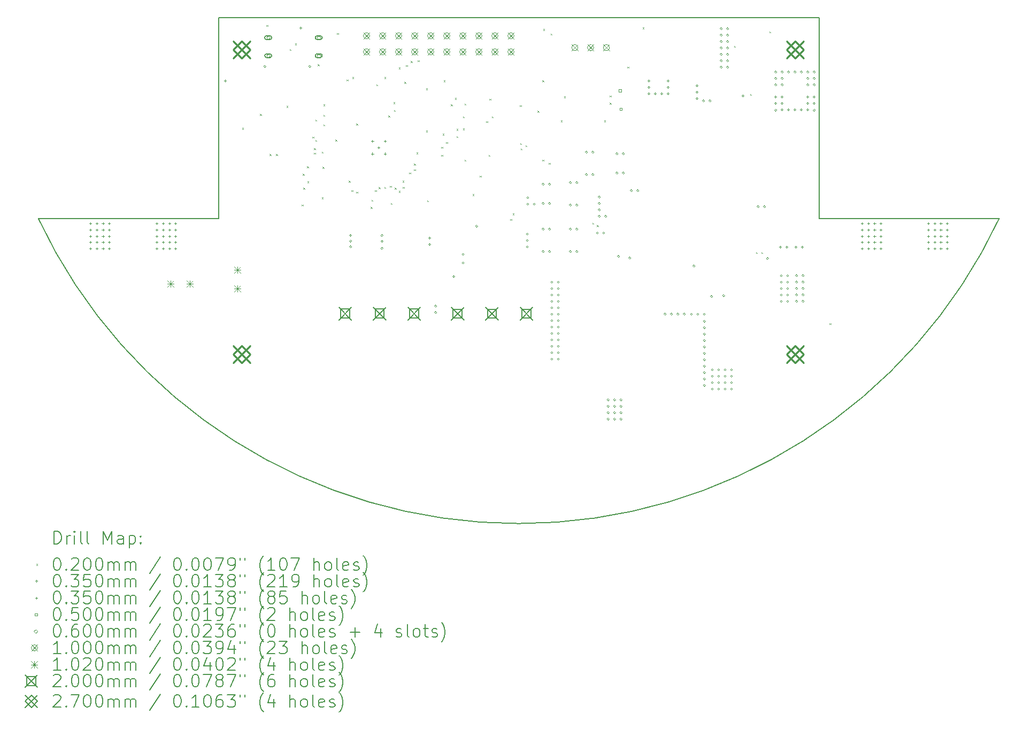
<source format=gbr>
%TF.GenerationSoftware,KiCad,Pcbnew,7.0.6*%
%TF.CreationDate,2023-11-09T18:42:06-08:00*%
%TF.ProjectId,POWER_BOARD,504f5745-525f-4424-9f41-52442e6b6963,rev?*%
%TF.SameCoordinates,Original*%
%TF.FileFunction,Drillmap*%
%TF.FilePolarity,Positive*%
%FSLAX45Y45*%
G04 Gerber Fmt 4.5, Leading zero omitted, Abs format (unit mm)*
G04 Created by KiCad (PCBNEW 7.0.6) date 2023-11-09 18:42:06*
%MOMM*%
%LPD*%
G01*
G04 APERTURE LIST*
%ADD10C,0.200000*%
%ADD11C,0.020000*%
%ADD12C,0.035000*%
%ADD13C,0.050000*%
%ADD14C,0.060000*%
%ADD15C,0.100000*%
%ADD16C,0.102000*%
%ADD17C,0.270000*%
G04 APERTURE END LIST*
D10*
X19812000Y-5592732D02*
X19812000Y-8769532D01*
X7450792Y-8769532D02*
G75*
G03*
X22665576Y-8769532I7607392J3568825D01*
G01*
X10304368Y-8769532D02*
X10304368Y-5592732D01*
X22665576Y-8769532D02*
X19812000Y-8769532D01*
X10304368Y-8769532D02*
X7450792Y-8769532D01*
X10304368Y-5592732D02*
X19812000Y-5592732D01*
D11*
X10675800Y-7335700D02*
X10695800Y-7355700D01*
X10695800Y-7335700D02*
X10675800Y-7355700D01*
X10962800Y-7114700D02*
X10982800Y-7134700D01*
X10982800Y-7114700D02*
X10962800Y-7134700D01*
X11064400Y-5705000D02*
X11084400Y-5725000D01*
X11084400Y-5705000D02*
X11064400Y-5725000D01*
X11115200Y-7749700D02*
X11135200Y-7769700D01*
X11135200Y-7749700D02*
X11115200Y-7769700D01*
X11216800Y-7749700D02*
X11236800Y-7769700D01*
X11236800Y-7749700D02*
X11216800Y-7769700D01*
X11381900Y-6987700D02*
X11401900Y-7007700D01*
X11401900Y-6987700D02*
X11381900Y-7007700D01*
X11432700Y-6086000D02*
X11452700Y-6106000D01*
X11452700Y-6086000D02*
X11432700Y-6106000D01*
X11515700Y-5997100D02*
X11535700Y-6017100D01*
X11535700Y-5997100D02*
X11515700Y-6017100D01*
X11623200Y-8549800D02*
X11643200Y-8569800D01*
X11643200Y-8549800D02*
X11623200Y-8569800D01*
X11638000Y-8064000D02*
X11658000Y-8084000D01*
X11658000Y-8064000D02*
X11638000Y-8084000D01*
X11648600Y-8283100D02*
X11668600Y-8303100D01*
X11668600Y-8283100D02*
X11648600Y-8303100D01*
X11708000Y-7944000D02*
X11728000Y-7964000D01*
X11728000Y-7944000D02*
X11708000Y-7964000D01*
X11712100Y-8181500D02*
X11732100Y-8201500D01*
X11732100Y-8181500D02*
X11712100Y-8201500D01*
X11790551Y-7477115D02*
X11810551Y-7497115D01*
X11810551Y-7477115D02*
X11790551Y-7497115D01*
X11816482Y-7657390D02*
X11836482Y-7677390D01*
X11836482Y-7657390D02*
X11816482Y-7677390D01*
X11816482Y-7727710D02*
X11836482Y-7747710D01*
X11836482Y-7727710D02*
X11816482Y-7747710D01*
X11839100Y-7203600D02*
X11859100Y-7223600D01*
X11859100Y-7203600D02*
X11839100Y-7223600D01*
X11840275Y-7526839D02*
X11860275Y-7546839D01*
X11860275Y-7526839D02*
X11840275Y-7546839D01*
X11877200Y-6327300D02*
X11897200Y-6347300D01*
X11897200Y-6327300D02*
X11877200Y-6347300D01*
X11940700Y-7711600D02*
X11960700Y-7731600D01*
X11960700Y-7711600D02*
X11940700Y-7731600D01*
X11940700Y-8435500D02*
X11960700Y-8455500D01*
X11960700Y-8435500D02*
X11940700Y-8455500D01*
X11953400Y-7952900D02*
X11973400Y-7972900D01*
X11973400Y-7952900D02*
X11953400Y-7972900D01*
X11964176Y-7126122D02*
X11984176Y-7146122D01*
X11984176Y-7126122D02*
X11964176Y-7146122D01*
X11966100Y-6962300D02*
X11986100Y-6982300D01*
X11986100Y-6962300D02*
X11966100Y-6982300D01*
X11966100Y-7279800D02*
X11986100Y-7299800D01*
X11986100Y-7279800D02*
X11966100Y-7299800D01*
X12156600Y-7521100D02*
X12176600Y-7541100D01*
X12176600Y-7521100D02*
X12156600Y-7541100D01*
X12182000Y-5832000D02*
X12202000Y-5852000D01*
X12202000Y-5832000D02*
X12182000Y-5852000D01*
X12334400Y-6568600D02*
X12354400Y-6588600D01*
X12354400Y-6568600D02*
X12334400Y-6588600D01*
X12366150Y-8175150D02*
X12386150Y-8195150D01*
X12386150Y-8175150D02*
X12366150Y-8195150D01*
X12410600Y-8321200D02*
X12430600Y-8341200D01*
X12430600Y-8321200D02*
X12410600Y-8341200D01*
X12423300Y-6530500D02*
X12443300Y-6550500D01*
X12443300Y-6530500D02*
X12423300Y-6550500D01*
X12486800Y-7267100D02*
X12506800Y-7287100D01*
X12506800Y-7267100D02*
X12486800Y-7287100D01*
X12486800Y-8346600D02*
X12506800Y-8366600D01*
X12506800Y-8346600D02*
X12486800Y-8366600D01*
X12715400Y-8587900D02*
X12735400Y-8607900D01*
X12735400Y-8587900D02*
X12715400Y-8607900D01*
X12728100Y-8473600D02*
X12748100Y-8493600D01*
X12748100Y-8473600D02*
X12728100Y-8493600D01*
X12780990Y-8321200D02*
X12800990Y-8341200D01*
X12800990Y-8321200D02*
X12780990Y-8341200D01*
X12804300Y-6644800D02*
X12824300Y-6664800D01*
X12824300Y-6644800D02*
X12804300Y-6664800D01*
X12840341Y-8274777D02*
X12860341Y-8294777D01*
X12860341Y-8274777D02*
X12840341Y-8294777D01*
X12931300Y-6530500D02*
X12951300Y-6550500D01*
X12951300Y-6530500D02*
X12931300Y-6550500D01*
X12931300Y-8270400D02*
X12951300Y-8290400D01*
X12951300Y-8270400D02*
X12931300Y-8290400D01*
X12994800Y-7140100D02*
X13014800Y-7160100D01*
X13014800Y-7140100D02*
X12994800Y-7160100D01*
X13019200Y-8255808D02*
X13039200Y-8275808D01*
X13039200Y-8255808D02*
X13019200Y-8275808D01*
X13032900Y-8524400D02*
X13052900Y-8544400D01*
X13052900Y-8524400D02*
X13032900Y-8544400D01*
X13073142Y-6930445D02*
X13093142Y-6950445D01*
X13093142Y-6930445D02*
X13073142Y-6950445D01*
X13083700Y-7051200D02*
X13103700Y-7071200D01*
X13103700Y-7051200D02*
X13083700Y-7071200D01*
X13096400Y-8283100D02*
X13116400Y-8303100D01*
X13116400Y-8283100D02*
X13096400Y-8303100D01*
X13159900Y-6378100D02*
X13179900Y-6398100D01*
X13179900Y-6378100D02*
X13159900Y-6398100D01*
X13159900Y-8333900D02*
X13179900Y-8353900D01*
X13179900Y-8333900D02*
X13159900Y-8353900D01*
X13219941Y-8172259D02*
X13239941Y-8192259D01*
X13239941Y-8172259D02*
X13219941Y-8192259D01*
X13223400Y-8270400D02*
X13243400Y-8290400D01*
X13243400Y-8270400D02*
X13223400Y-8290400D01*
X13248800Y-6606700D02*
X13268800Y-6626700D01*
X13268800Y-6606700D02*
X13248800Y-6626700D01*
X13274200Y-6340000D02*
X13294200Y-6360000D01*
X13294200Y-6340000D02*
X13274200Y-6360000D01*
X13325000Y-8041800D02*
X13345000Y-8061800D01*
X13345000Y-8041800D02*
X13325000Y-8061800D01*
X13350400Y-6276500D02*
X13370400Y-6296500D01*
X13370400Y-6276500D02*
X13350400Y-6296500D01*
X13401200Y-7902100D02*
X13421200Y-7922100D01*
X13421200Y-7902100D02*
X13401200Y-7922100D01*
X13401200Y-7991000D02*
X13421200Y-8011000D01*
X13421200Y-7991000D02*
X13401200Y-8011000D01*
X13439300Y-7724300D02*
X13459300Y-7744300D01*
X13459300Y-7724300D02*
X13439300Y-7744300D01*
X13460640Y-6263800D02*
X13480640Y-6283800D01*
X13480640Y-6263800D02*
X13460640Y-6283800D01*
X13591700Y-6708300D02*
X13611700Y-6728300D01*
X13611700Y-6708300D02*
X13591700Y-6728300D01*
X13591700Y-7379310D02*
X13611700Y-7399310D01*
X13611700Y-7379310D02*
X13591700Y-7399310D01*
X13610494Y-8485335D02*
X13630494Y-8505335D01*
X13630494Y-8485335D02*
X13610494Y-8505335D01*
X13833000Y-7635400D02*
X13853000Y-7655400D01*
X13853000Y-7635400D02*
X13833000Y-7655400D01*
X13833000Y-7762400D02*
X13853000Y-7782400D01*
X13853000Y-7762400D02*
X13833000Y-7782400D01*
X13851230Y-7430110D02*
X13871230Y-7450110D01*
X13871230Y-7430110D02*
X13851230Y-7450110D01*
X13871100Y-6581300D02*
X13891100Y-6601300D01*
X13891100Y-6581300D02*
X13871100Y-6601300D01*
X13909200Y-7559200D02*
X13929200Y-7579200D01*
X13929200Y-7559200D02*
X13909200Y-7579200D01*
X13985400Y-6962300D02*
X14005400Y-6982300D01*
X14005400Y-6962300D02*
X13985400Y-6982300D01*
X14048900Y-6860700D02*
X14068900Y-6880700D01*
X14068900Y-6860700D02*
X14048900Y-6880700D01*
X14074300Y-7352081D02*
X14094300Y-7372081D01*
X14094300Y-7352081D02*
X14074300Y-7372081D01*
X14074300Y-7466497D02*
X14094300Y-7486497D01*
X14094300Y-7466497D02*
X14074300Y-7486497D01*
X14175900Y-7152800D02*
X14195900Y-7172800D01*
X14195900Y-7152800D02*
X14175900Y-7172800D01*
X14175900Y-7343300D02*
X14195900Y-7363300D01*
X14195900Y-7343300D02*
X14175900Y-7363300D01*
X14201300Y-6949600D02*
X14221300Y-6969600D01*
X14221300Y-6949600D02*
X14201300Y-6969600D01*
X14201300Y-7838600D02*
X14221300Y-7858600D01*
X14221300Y-7838600D02*
X14201300Y-7858600D01*
X14328300Y-8384700D02*
X14348300Y-8404700D01*
X14348300Y-8384700D02*
X14328300Y-8404700D01*
X14442600Y-8092600D02*
X14462600Y-8112600D01*
X14462600Y-8092600D02*
X14442600Y-8112600D01*
X14544200Y-7229000D02*
X14564200Y-7249000D01*
X14564200Y-7229000D02*
X14544200Y-7249000D01*
X14582300Y-7762400D02*
X14602300Y-7782400D01*
X14602300Y-7762400D02*
X14582300Y-7782400D01*
X14595000Y-6873400D02*
X14615000Y-6893400D01*
X14615000Y-6873400D02*
X14595000Y-6893400D01*
X14633100Y-7152800D02*
X14653100Y-7172800D01*
X14653100Y-7152800D02*
X14633100Y-7172800D01*
X14923591Y-8776523D02*
X14943591Y-8796523D01*
X14943591Y-8776523D02*
X14923591Y-8796523D01*
X14963300Y-8689500D02*
X14983300Y-8709500D01*
X14983300Y-8689500D02*
X14963300Y-8709500D01*
X15077600Y-6975000D02*
X15097600Y-6995000D01*
X15097600Y-6975000D02*
X15077600Y-6995000D01*
X15080770Y-7574512D02*
X15100770Y-7594512D01*
X15100770Y-7574512D02*
X15080770Y-7594512D01*
X15090300Y-7660800D02*
X15110300Y-7680800D01*
X15110300Y-7660800D02*
X15090300Y-7680800D01*
X15166500Y-7610000D02*
X15186500Y-7630000D01*
X15186500Y-7610000D02*
X15166500Y-7630000D01*
X15357000Y-7063900D02*
X15377000Y-7083900D01*
X15377000Y-7063900D02*
X15357000Y-7083900D01*
X15433200Y-6581300D02*
X15453200Y-6601300D01*
X15453200Y-6581300D02*
X15433200Y-6601300D01*
X15433200Y-7838600D02*
X15453200Y-7858600D01*
X15453200Y-7838600D02*
X15433200Y-7858600D01*
X15445900Y-5768500D02*
X15465900Y-5788500D01*
X15465900Y-5768500D02*
X15445900Y-5788500D01*
X15534800Y-7889400D02*
X15554800Y-7909400D01*
X15554800Y-7889400D02*
X15534800Y-7909400D01*
X15562238Y-5841862D02*
X15582238Y-5861862D01*
X15582238Y-5841862D02*
X15562238Y-5861862D01*
X15725300Y-7216300D02*
X15745300Y-7236300D01*
X15745300Y-7216300D02*
X15725300Y-7236300D01*
X15776100Y-6835300D02*
X15796100Y-6855300D01*
X15796100Y-6835300D02*
X15776100Y-6855300D01*
X16222862Y-8839333D02*
X16242862Y-8859333D01*
X16242862Y-8839333D02*
X16222862Y-8859333D01*
X16294674Y-8877527D02*
X16314674Y-8897527D01*
X16314674Y-8877527D02*
X16294674Y-8897527D01*
X16411100Y-7216300D02*
X16431100Y-7236300D01*
X16431100Y-7216300D02*
X16411100Y-7236300D01*
X16500000Y-6822600D02*
X16520000Y-6842600D01*
X16520000Y-6822600D02*
X16500000Y-6842600D01*
X16500000Y-6936900D02*
X16520000Y-6956900D01*
X16520000Y-6936900D02*
X16500000Y-6956900D01*
X16779400Y-6365400D02*
X16799400Y-6385400D01*
X16799400Y-6365400D02*
X16779400Y-6385400D01*
X17020700Y-5743100D02*
X17040700Y-5763100D01*
X17040700Y-5743100D02*
X17020700Y-5763100D01*
X18468500Y-6035200D02*
X18488500Y-6055200D01*
X18488500Y-6035200D02*
X18468500Y-6055200D01*
X18722500Y-6797200D02*
X18742500Y-6817200D01*
X18742500Y-6797200D02*
X18722500Y-6817200D01*
X18813940Y-9306720D02*
X18833940Y-9326720D01*
X18833940Y-9306720D02*
X18813940Y-9326720D01*
X18897760Y-9306720D02*
X18917760Y-9326720D01*
X18917760Y-9306720D02*
X18897760Y-9326720D01*
X19027300Y-5806600D02*
X19047300Y-5826600D01*
X19047300Y-5806600D02*
X19027300Y-5826600D01*
X19979800Y-10429400D02*
X19999800Y-10449400D01*
X19999800Y-10429400D02*
X19979800Y-10449400D01*
D12*
X10431500Y-6591300D02*
G75*
G03*
X10431500Y-6591300I-17500J0D01*
G01*
X11053800Y-6362700D02*
G75*
G03*
X11053800Y-6362700I-17500J0D01*
G01*
X11625300Y-5753100D02*
G75*
G03*
X11625300Y-5753100I-17500J0D01*
G01*
X11765000Y-6362700D02*
G75*
G03*
X11765000Y-6362700I-17500J0D01*
G01*
X12411360Y-9038660D02*
G75*
G03*
X12411360Y-9038660I-17500J0D01*
G01*
X12412700Y-9128760D02*
G75*
G03*
X12412700Y-9128760I-17500J0D01*
G01*
X12412700Y-9220200D02*
G75*
G03*
X12412700Y-9220200I-17500J0D01*
G01*
X12908000Y-9039860D02*
G75*
G03*
X12908000Y-9039860I-17500J0D01*
G01*
X12909340Y-9132500D02*
G75*
G03*
X12909340Y-9132500I-17500J0D01*
G01*
X12910540Y-9245600D02*
G75*
G03*
X12910540Y-9245600I-17500J0D01*
G01*
X13664920Y-9083040D02*
G75*
G03*
X13664920Y-9083040I-17500J0D01*
G01*
X13664920Y-9184050D02*
G75*
G03*
X13664920Y-9184050I-17500J0D01*
G01*
X13758900Y-10160000D02*
G75*
G03*
X13758900Y-10160000I-17500J0D01*
G01*
X13758900Y-10261600D02*
G75*
G03*
X13758900Y-10261600I-17500J0D01*
G01*
X14045920Y-9690100D02*
G75*
G03*
X14045920Y-9690100I-17500J0D01*
G01*
X14193240Y-9339580D02*
G75*
G03*
X14193240Y-9339580I-17500J0D01*
G01*
X14195780Y-9476740D02*
G75*
G03*
X14195780Y-9476740I-17500J0D01*
G01*
X14409400Y-8891676D02*
G75*
G03*
X14409400Y-8891676I-17500J0D01*
G01*
X15211780Y-9017000D02*
G75*
G03*
X15211780Y-9017000I-17500J0D01*
G01*
X15211780Y-9118600D02*
G75*
G03*
X15211780Y-9118600I-17500J0D01*
G01*
X15211780Y-9220200D02*
G75*
G03*
X15211780Y-9220200I-17500J0D01*
G01*
X15216860Y-8442960D02*
G75*
G03*
X15216860Y-8442960I-17500J0D01*
G01*
X15216860Y-8544560D02*
G75*
G03*
X15216860Y-8544560I-17500J0D01*
G01*
X15318460Y-8544560D02*
G75*
G03*
X15318460Y-8544560I-17500J0D01*
G01*
X15460700Y-8229600D02*
G75*
G03*
X15460700Y-8229600I-17500J0D01*
G01*
X15460700Y-8534400D02*
G75*
G03*
X15460700Y-8534400I-17500J0D01*
G01*
X15460700Y-8940800D02*
G75*
G03*
X15460700Y-8940800I-17500J0D01*
G01*
X15460700Y-9296400D02*
G75*
G03*
X15460700Y-9296400I-17500J0D01*
G01*
X15562300Y-8229600D02*
G75*
G03*
X15562300Y-8229600I-17500J0D01*
G01*
X15562300Y-8534400D02*
G75*
G03*
X15562300Y-8534400I-17500J0D01*
G01*
X15562300Y-8940800D02*
G75*
G03*
X15562300Y-8940800I-17500J0D01*
G01*
X15562300Y-9296400D02*
G75*
G03*
X15562300Y-9296400I-17500J0D01*
G01*
X15600400Y-9779000D02*
G75*
G03*
X15600400Y-9779000I-17500J0D01*
G01*
X15600400Y-9880600D02*
G75*
G03*
X15600400Y-9880600I-17500J0D01*
G01*
X15600400Y-9982200D02*
G75*
G03*
X15600400Y-9982200I-17500J0D01*
G01*
X15600400Y-10083800D02*
G75*
G03*
X15600400Y-10083800I-17500J0D01*
G01*
X15600400Y-10185400D02*
G75*
G03*
X15600400Y-10185400I-17500J0D01*
G01*
X15600400Y-10287000D02*
G75*
G03*
X15600400Y-10287000I-17500J0D01*
G01*
X15600400Y-10388600D02*
G75*
G03*
X15600400Y-10388600I-17500J0D01*
G01*
X15600400Y-10490200D02*
G75*
G03*
X15600400Y-10490200I-17500J0D01*
G01*
X15600400Y-10591800D02*
G75*
G03*
X15600400Y-10591800I-17500J0D01*
G01*
X15600400Y-10693400D02*
G75*
G03*
X15600400Y-10693400I-17500J0D01*
G01*
X15600400Y-10795000D02*
G75*
G03*
X15600400Y-10795000I-17500J0D01*
G01*
X15600400Y-10896600D02*
G75*
G03*
X15600400Y-10896600I-17500J0D01*
G01*
X15600400Y-10998200D02*
G75*
G03*
X15600400Y-10998200I-17500J0D01*
G01*
X15702000Y-9779000D02*
G75*
G03*
X15702000Y-9779000I-17500J0D01*
G01*
X15702000Y-9880600D02*
G75*
G03*
X15702000Y-9880600I-17500J0D01*
G01*
X15702000Y-9982200D02*
G75*
G03*
X15702000Y-9982200I-17500J0D01*
G01*
X15702000Y-10083800D02*
G75*
G03*
X15702000Y-10083800I-17500J0D01*
G01*
X15702000Y-10185400D02*
G75*
G03*
X15702000Y-10185400I-17500J0D01*
G01*
X15702000Y-10287000D02*
G75*
G03*
X15702000Y-10287000I-17500J0D01*
G01*
X15702000Y-10388600D02*
G75*
G03*
X15702000Y-10388600I-17500J0D01*
G01*
X15702000Y-10490200D02*
G75*
G03*
X15702000Y-10490200I-17500J0D01*
G01*
X15702000Y-10591800D02*
G75*
G03*
X15702000Y-10591800I-17500J0D01*
G01*
X15702000Y-10693400D02*
G75*
G03*
X15702000Y-10693400I-17500J0D01*
G01*
X15702000Y-10795000D02*
G75*
G03*
X15702000Y-10795000I-17500J0D01*
G01*
X15702000Y-10896600D02*
G75*
G03*
X15702000Y-10896600I-17500J0D01*
G01*
X15702000Y-10998200D02*
G75*
G03*
X15702000Y-10998200I-17500J0D01*
G01*
X15892500Y-8204200D02*
G75*
G03*
X15892500Y-8204200I-17500J0D01*
G01*
X15892500Y-8559800D02*
G75*
G03*
X15892500Y-8559800I-17500J0D01*
G01*
X15892500Y-8940800D02*
G75*
G03*
X15892500Y-8940800I-17500J0D01*
G01*
X15892500Y-9296400D02*
G75*
G03*
X15892500Y-9296400I-17500J0D01*
G01*
X15994100Y-8204200D02*
G75*
G03*
X15994100Y-8204200I-17500J0D01*
G01*
X15994100Y-8559800D02*
G75*
G03*
X15994100Y-8559800I-17500J0D01*
G01*
X15994100Y-8940800D02*
G75*
G03*
X15994100Y-8940800I-17500J0D01*
G01*
X15994100Y-9296400D02*
G75*
G03*
X15994100Y-9296400I-17500J0D01*
G01*
X16146500Y-7721600D02*
G75*
G03*
X16146500Y-7721600I-17500J0D01*
G01*
X16146500Y-8077200D02*
G75*
G03*
X16146500Y-8077200I-17500J0D01*
G01*
X16248100Y-7721600D02*
G75*
G03*
X16248100Y-7721600I-17500J0D01*
G01*
X16248100Y-8077200D02*
G75*
G03*
X16248100Y-8077200I-17500J0D01*
G01*
X16319220Y-9001760D02*
G75*
G03*
X16319220Y-9001760I-17500J0D01*
G01*
X16349700Y-8432800D02*
G75*
G03*
X16349700Y-8432800I-17500J0D01*
G01*
X16349700Y-8534400D02*
G75*
G03*
X16349700Y-8534400I-17500J0D01*
G01*
X16349700Y-8636000D02*
G75*
G03*
X16349700Y-8636000I-17500J0D01*
G01*
X16349700Y-8737600D02*
G75*
G03*
X16349700Y-8737600I-17500J0D01*
G01*
X16420820Y-9001760D02*
G75*
G03*
X16420820Y-9001760I-17500J0D01*
G01*
X16451300Y-8737600D02*
G75*
G03*
X16451300Y-8737600I-17500J0D01*
G01*
X16489400Y-11645900D02*
G75*
G03*
X16489400Y-11645900I-17500J0D01*
G01*
X16489400Y-11747500D02*
G75*
G03*
X16489400Y-11747500I-17500J0D01*
G01*
X16489400Y-11849100D02*
G75*
G03*
X16489400Y-11849100I-17500J0D01*
G01*
X16489400Y-11950700D02*
G75*
G03*
X16489400Y-11950700I-17500J0D01*
G01*
X16591000Y-11645900D02*
G75*
G03*
X16591000Y-11645900I-17500J0D01*
G01*
X16591000Y-11747500D02*
G75*
G03*
X16591000Y-11747500I-17500J0D01*
G01*
X16591000Y-11849100D02*
G75*
G03*
X16591000Y-11849100I-17500J0D01*
G01*
X16591000Y-11950700D02*
G75*
G03*
X16591000Y-11950700I-17500J0D01*
G01*
X16629100Y-7747000D02*
G75*
G03*
X16629100Y-7747000I-17500J0D01*
G01*
X16629100Y-8051800D02*
G75*
G03*
X16629100Y-8051800I-17500J0D01*
G01*
X16654500Y-9372600D02*
G75*
G03*
X16654500Y-9372600I-17500J0D01*
G01*
X16692600Y-11645900D02*
G75*
G03*
X16692600Y-11645900I-17500J0D01*
G01*
X16692600Y-11747500D02*
G75*
G03*
X16692600Y-11747500I-17500J0D01*
G01*
X16692600Y-11849100D02*
G75*
G03*
X16692600Y-11849100I-17500J0D01*
G01*
X16692600Y-11950700D02*
G75*
G03*
X16692600Y-11950700I-17500J0D01*
G01*
X16730700Y-7747000D02*
G75*
G03*
X16730700Y-7747000I-17500J0D01*
G01*
X16730700Y-8051800D02*
G75*
G03*
X16730700Y-8051800I-17500J0D01*
G01*
X16832300Y-9398000D02*
G75*
G03*
X16832300Y-9398000I-17500J0D01*
G01*
X16857700Y-8331200D02*
G75*
G03*
X16857700Y-8331200I-17500J0D01*
G01*
X16959300Y-8331200D02*
G75*
G03*
X16959300Y-8331200I-17500J0D01*
G01*
X17137100Y-6591300D02*
G75*
G03*
X17137100Y-6591300I-17500J0D01*
G01*
X17137100Y-6692900D02*
G75*
G03*
X17137100Y-6692900I-17500J0D01*
G01*
X17137100Y-6794500D02*
G75*
G03*
X17137100Y-6794500I-17500J0D01*
G01*
X17238700Y-6794500D02*
G75*
G03*
X17238700Y-6794500I-17500J0D01*
G01*
X17340300Y-6794500D02*
G75*
G03*
X17340300Y-6794500I-17500J0D01*
G01*
X17391100Y-10287000D02*
G75*
G03*
X17391100Y-10287000I-17500J0D01*
G01*
X17441900Y-6591300D02*
G75*
G03*
X17441900Y-6591300I-17500J0D01*
G01*
X17441900Y-6692900D02*
G75*
G03*
X17441900Y-6692900I-17500J0D01*
G01*
X17441900Y-6794500D02*
G75*
G03*
X17441900Y-6794500I-17500J0D01*
G01*
X17492700Y-10287000D02*
G75*
G03*
X17492700Y-10287000I-17500J0D01*
G01*
X17594300Y-10287000D02*
G75*
G03*
X17594300Y-10287000I-17500J0D01*
G01*
X17695900Y-10287000D02*
G75*
G03*
X17695900Y-10287000I-17500J0D01*
G01*
X17810200Y-10287000D02*
G75*
G03*
X17810200Y-10287000I-17500J0D01*
G01*
X17848300Y-9525000D02*
G75*
G03*
X17848300Y-9525000I-17500J0D01*
G01*
X17899100Y-6667500D02*
G75*
G03*
X17899100Y-6667500I-17500J0D01*
G01*
X17899100Y-6769100D02*
G75*
G03*
X17899100Y-6769100I-17500J0D01*
G01*
X17899100Y-6870700D02*
G75*
G03*
X17899100Y-6870700I-17500J0D01*
G01*
X17911800Y-10287000D02*
G75*
G03*
X17911800Y-10287000I-17500J0D01*
G01*
X18000700Y-6908800D02*
G75*
G03*
X18000700Y-6908800I-17500J0D01*
G01*
X18013400Y-10287000D02*
G75*
G03*
X18013400Y-10287000I-17500J0D01*
G01*
X18013400Y-10401300D02*
G75*
G03*
X18013400Y-10401300I-17500J0D01*
G01*
X18013400Y-10502900D02*
G75*
G03*
X18013400Y-10502900I-17500J0D01*
G01*
X18013400Y-10604500D02*
G75*
G03*
X18013400Y-10604500I-17500J0D01*
G01*
X18013400Y-10706100D02*
G75*
G03*
X18013400Y-10706100I-17500J0D01*
G01*
X18013400Y-10807700D02*
G75*
G03*
X18013400Y-10807700I-17500J0D01*
G01*
X18013400Y-10909300D02*
G75*
G03*
X18013400Y-10909300I-17500J0D01*
G01*
X18013400Y-11010900D02*
G75*
G03*
X18013400Y-11010900I-17500J0D01*
G01*
X18013400Y-11112500D02*
G75*
G03*
X18013400Y-11112500I-17500J0D01*
G01*
X18013400Y-11214100D02*
G75*
G03*
X18013400Y-11214100I-17500J0D01*
G01*
X18013400Y-11315700D02*
G75*
G03*
X18013400Y-11315700I-17500J0D01*
G01*
X18013400Y-11417300D02*
G75*
G03*
X18013400Y-11417300I-17500J0D01*
G01*
X18102300Y-6908800D02*
G75*
G03*
X18102300Y-6908800I-17500J0D01*
G01*
X18127700Y-10007600D02*
G75*
G03*
X18127700Y-10007600I-17500J0D01*
G01*
X18139563Y-11167487D02*
G75*
G03*
X18139563Y-11167487I-17500J0D01*
G01*
X18139563Y-11269087D02*
G75*
G03*
X18139563Y-11269087I-17500J0D01*
G01*
X18139563Y-11370687D02*
G75*
G03*
X18139563Y-11370687I-17500J0D01*
G01*
X18139563Y-11472287D02*
G75*
G03*
X18139563Y-11472287I-17500J0D01*
G01*
X18242000Y-11168099D02*
G75*
G03*
X18242000Y-11168099I-17500J0D01*
G01*
X18242000Y-11269699D02*
G75*
G03*
X18242000Y-11269699I-17500J0D01*
G01*
X18242000Y-11371299D02*
G75*
G03*
X18242000Y-11371299I-17500J0D01*
G01*
X18242000Y-11472899D02*
G75*
G03*
X18242000Y-11472899I-17500J0D01*
G01*
X18280100Y-5765800D02*
G75*
G03*
X18280100Y-5765800I-17500J0D01*
G01*
X18280100Y-5867400D02*
G75*
G03*
X18280100Y-5867400I-17500J0D01*
G01*
X18280100Y-5969000D02*
G75*
G03*
X18280100Y-5969000I-17500J0D01*
G01*
X18280100Y-6070600D02*
G75*
G03*
X18280100Y-6070600I-17500J0D01*
G01*
X18280100Y-6172200D02*
G75*
G03*
X18280100Y-6172200I-17500J0D01*
G01*
X18280100Y-6273800D02*
G75*
G03*
X18280100Y-6273800I-17500J0D01*
G01*
X18280100Y-6375400D02*
G75*
G03*
X18280100Y-6375400I-17500J0D01*
G01*
X18318200Y-9994900D02*
G75*
G03*
X18318200Y-9994900I-17500J0D01*
G01*
X18343600Y-11168099D02*
G75*
G03*
X18343600Y-11168099I-17500J0D01*
G01*
X18343600Y-11269699D02*
G75*
G03*
X18343600Y-11269699I-17500J0D01*
G01*
X18343600Y-11371299D02*
G75*
G03*
X18343600Y-11371299I-17500J0D01*
G01*
X18343600Y-11472899D02*
G75*
G03*
X18343600Y-11472899I-17500J0D01*
G01*
X18381700Y-5765800D02*
G75*
G03*
X18381700Y-5765800I-17500J0D01*
G01*
X18381700Y-5867400D02*
G75*
G03*
X18381700Y-5867400I-17500J0D01*
G01*
X18381700Y-5969000D02*
G75*
G03*
X18381700Y-5969000I-17500J0D01*
G01*
X18381700Y-6070600D02*
G75*
G03*
X18381700Y-6070600I-17500J0D01*
G01*
X18381700Y-6172200D02*
G75*
G03*
X18381700Y-6172200I-17500J0D01*
G01*
X18381700Y-6273800D02*
G75*
G03*
X18381700Y-6273800I-17500J0D01*
G01*
X18381700Y-6375400D02*
G75*
G03*
X18381700Y-6375400I-17500J0D01*
G01*
X18445200Y-11168099D02*
G75*
G03*
X18445200Y-11168099I-17500J0D01*
G01*
X18445200Y-11269699D02*
G75*
G03*
X18445200Y-11269699I-17500J0D01*
G01*
X18445200Y-11371299D02*
G75*
G03*
X18445200Y-11371299I-17500J0D01*
G01*
X18445200Y-11472899D02*
G75*
G03*
X18445200Y-11472899I-17500J0D01*
G01*
X18625540Y-6827520D02*
G75*
G03*
X18625540Y-6827520I-17500J0D01*
G01*
X18864300Y-8585200D02*
G75*
G03*
X18864300Y-8585200I-17500J0D01*
G01*
X18965900Y-8585200D02*
G75*
G03*
X18965900Y-8585200I-17500J0D01*
G01*
X19012553Y-9404013D02*
G75*
G03*
X19012553Y-9404013I-17500J0D01*
G01*
X19143700Y-6451600D02*
G75*
G03*
X19143700Y-6451600I-17500J0D01*
G01*
X19143700Y-6553200D02*
G75*
G03*
X19143700Y-6553200I-17500J0D01*
G01*
X19143700Y-6654800D02*
G75*
G03*
X19143700Y-6654800I-17500J0D01*
G01*
X19143700Y-6845300D02*
G75*
G03*
X19143700Y-6845300I-17500J0D01*
G01*
X19143700Y-6946900D02*
G75*
G03*
X19143700Y-6946900I-17500J0D01*
G01*
X19143700Y-7053580D02*
G75*
G03*
X19143700Y-7053580I-17500J0D01*
G01*
X19221500Y-9225280D02*
G75*
G03*
X19221500Y-9225280I-17500J0D01*
G01*
X19232600Y-9677400D02*
G75*
G03*
X19232600Y-9677400I-17500J0D01*
G01*
X19232600Y-9779000D02*
G75*
G03*
X19232600Y-9779000I-17500J0D01*
G01*
X19232600Y-9880600D02*
G75*
G03*
X19232600Y-9880600I-17500J0D01*
G01*
X19232600Y-9982200D02*
G75*
G03*
X19232600Y-9982200I-17500J0D01*
G01*
X19232600Y-10083800D02*
G75*
G03*
X19232600Y-10083800I-17500J0D01*
G01*
X19245300Y-6451600D02*
G75*
G03*
X19245300Y-6451600I-17500J0D01*
G01*
X19245300Y-6553200D02*
G75*
G03*
X19245300Y-6553200I-17500J0D01*
G01*
X19245300Y-6654800D02*
G75*
G03*
X19245300Y-6654800I-17500J0D01*
G01*
X19245300Y-6845300D02*
G75*
G03*
X19245300Y-6845300I-17500J0D01*
G01*
X19245300Y-6946900D02*
G75*
G03*
X19245300Y-6946900I-17500J0D01*
G01*
X19245300Y-7051040D02*
G75*
G03*
X19245300Y-7051040I-17500J0D01*
G01*
X19323100Y-9225280D02*
G75*
G03*
X19323100Y-9225280I-17500J0D01*
G01*
X19334200Y-9677400D02*
G75*
G03*
X19334200Y-9677400I-17500J0D01*
G01*
X19334200Y-9779000D02*
G75*
G03*
X19334200Y-9779000I-17500J0D01*
G01*
X19334200Y-9880600D02*
G75*
G03*
X19334200Y-9880600I-17500J0D01*
G01*
X19334200Y-9982200D02*
G75*
G03*
X19334200Y-9982200I-17500J0D01*
G01*
X19334200Y-10083800D02*
G75*
G03*
X19334200Y-10083800I-17500J0D01*
G01*
X19346900Y-6451600D02*
G75*
G03*
X19346900Y-6451600I-17500J0D01*
G01*
X19346900Y-7051040D02*
G75*
G03*
X19346900Y-7051040I-17500J0D01*
G01*
X19448500Y-6451600D02*
G75*
G03*
X19448500Y-6451600I-17500J0D01*
G01*
X19448500Y-7051040D02*
G75*
G03*
X19448500Y-7051040I-17500J0D01*
G01*
X19462800Y-9225280D02*
G75*
G03*
X19462800Y-9225280I-17500J0D01*
G01*
X19473900Y-9677400D02*
G75*
G03*
X19473900Y-9677400I-17500J0D01*
G01*
X19473900Y-9779000D02*
G75*
G03*
X19473900Y-9779000I-17500J0D01*
G01*
X19473900Y-9880600D02*
G75*
G03*
X19473900Y-9880600I-17500J0D01*
G01*
X19473900Y-9982200D02*
G75*
G03*
X19473900Y-9982200I-17500J0D01*
G01*
X19473900Y-10083800D02*
G75*
G03*
X19473900Y-10083800I-17500J0D01*
G01*
X19550100Y-6451600D02*
G75*
G03*
X19550100Y-6451600I-17500J0D01*
G01*
X19550100Y-7051040D02*
G75*
G03*
X19550100Y-7051040I-17500J0D01*
G01*
X19564400Y-9225280D02*
G75*
G03*
X19564400Y-9225280I-17500J0D01*
G01*
X19575500Y-9677400D02*
G75*
G03*
X19575500Y-9677400I-17500J0D01*
G01*
X19575500Y-9779000D02*
G75*
G03*
X19575500Y-9779000I-17500J0D01*
G01*
X19575500Y-9880600D02*
G75*
G03*
X19575500Y-9880600I-17500J0D01*
G01*
X19575500Y-9982200D02*
G75*
G03*
X19575500Y-9982200I-17500J0D01*
G01*
X19575500Y-10083800D02*
G75*
G03*
X19575500Y-10083800I-17500J0D01*
G01*
X19651700Y-6451600D02*
G75*
G03*
X19651700Y-6451600I-17500J0D01*
G01*
X19651700Y-6553200D02*
G75*
G03*
X19651700Y-6553200I-17500J0D01*
G01*
X19651700Y-6654800D02*
G75*
G03*
X19651700Y-6654800I-17500J0D01*
G01*
X19651700Y-6845300D02*
G75*
G03*
X19651700Y-6845300I-17500J0D01*
G01*
X19651700Y-6946900D02*
G75*
G03*
X19651700Y-6946900I-17500J0D01*
G01*
X19651700Y-7051040D02*
G75*
G03*
X19651700Y-7051040I-17500J0D01*
G01*
X19753300Y-6451600D02*
G75*
G03*
X19753300Y-6451600I-17500J0D01*
G01*
X19753300Y-6553200D02*
G75*
G03*
X19753300Y-6553200I-17500J0D01*
G01*
X19753300Y-6654800D02*
G75*
G03*
X19753300Y-6654800I-17500J0D01*
G01*
X19753300Y-6845300D02*
G75*
G03*
X19753300Y-6845300I-17500J0D01*
G01*
X19753300Y-6946900D02*
G75*
G03*
X19753300Y-6946900I-17500J0D01*
G01*
X19753300Y-7053580D02*
G75*
G03*
X19753300Y-7053580I-17500J0D01*
G01*
X8275000Y-8830831D02*
X8275000Y-8865831D01*
X8257500Y-8848331D02*
X8292500Y-8848331D01*
X8275000Y-8930831D02*
X8275000Y-8965831D01*
X8257500Y-8948331D02*
X8292500Y-8948331D01*
X8275000Y-9030831D02*
X8275000Y-9065831D01*
X8257500Y-9048331D02*
X8292500Y-9048331D01*
X8275000Y-9130831D02*
X8275000Y-9165831D01*
X8257500Y-9148331D02*
X8292500Y-9148331D01*
X8275000Y-9230831D02*
X8275000Y-9265831D01*
X8257500Y-9248331D02*
X8292500Y-9248331D01*
X8375000Y-8830831D02*
X8375000Y-8865831D01*
X8357500Y-8848331D02*
X8392500Y-8848331D01*
X8375000Y-8930831D02*
X8375000Y-8965831D01*
X8357500Y-8948331D02*
X8392500Y-8948331D01*
X8375000Y-9030831D02*
X8375000Y-9065831D01*
X8357500Y-9048331D02*
X8392500Y-9048331D01*
X8375000Y-9130831D02*
X8375000Y-9165831D01*
X8357500Y-9148331D02*
X8392500Y-9148331D01*
X8375000Y-9230831D02*
X8375000Y-9265831D01*
X8357500Y-9248331D02*
X8392500Y-9248331D01*
X8475000Y-8830831D02*
X8475000Y-8865831D01*
X8457500Y-8848331D02*
X8492500Y-8848331D01*
X8475000Y-8930831D02*
X8475000Y-8965831D01*
X8457500Y-8948331D02*
X8492500Y-8948331D01*
X8475000Y-9030831D02*
X8475000Y-9065831D01*
X8457500Y-9048331D02*
X8492500Y-9048331D01*
X8475000Y-9130831D02*
X8475000Y-9165831D01*
X8457500Y-9148331D02*
X8492500Y-9148331D01*
X8475000Y-9230831D02*
X8475000Y-9265831D01*
X8457500Y-9248331D02*
X8492500Y-9248331D01*
X8575000Y-8830831D02*
X8575000Y-8865831D01*
X8557500Y-8848331D02*
X8592500Y-8848331D01*
X8575000Y-8930831D02*
X8575000Y-8965831D01*
X8557500Y-8948331D02*
X8592500Y-8948331D01*
X8575000Y-9030831D02*
X8575000Y-9065831D01*
X8557500Y-9048331D02*
X8592500Y-9048331D01*
X8575000Y-9130831D02*
X8575000Y-9165831D01*
X8557500Y-9148331D02*
X8592500Y-9148331D01*
X8575000Y-9230831D02*
X8575000Y-9265831D01*
X8557500Y-9248331D02*
X8592500Y-9248331D01*
X9325000Y-8830831D02*
X9325000Y-8865831D01*
X9307500Y-8848331D02*
X9342500Y-8848331D01*
X9325000Y-8930831D02*
X9325000Y-8965831D01*
X9307500Y-8948331D02*
X9342500Y-8948331D01*
X9325000Y-9030831D02*
X9325000Y-9065831D01*
X9307500Y-9048331D02*
X9342500Y-9048331D01*
X9325000Y-9130831D02*
X9325000Y-9165831D01*
X9307500Y-9148331D02*
X9342500Y-9148331D01*
X9325000Y-9230831D02*
X9325000Y-9265831D01*
X9307500Y-9248331D02*
X9342500Y-9248331D01*
X9425000Y-8830831D02*
X9425000Y-8865831D01*
X9407500Y-8848331D02*
X9442500Y-8848331D01*
X9425000Y-8930831D02*
X9425000Y-8965831D01*
X9407500Y-8948331D02*
X9442500Y-8948331D01*
X9425000Y-9030831D02*
X9425000Y-9065831D01*
X9407500Y-9048331D02*
X9442500Y-9048331D01*
X9425000Y-9130831D02*
X9425000Y-9165831D01*
X9407500Y-9148331D02*
X9442500Y-9148331D01*
X9425000Y-9230831D02*
X9425000Y-9265831D01*
X9407500Y-9248331D02*
X9442500Y-9248331D01*
X9525000Y-8830831D02*
X9525000Y-8865831D01*
X9507500Y-8848331D02*
X9542500Y-8848331D01*
X9525000Y-8930831D02*
X9525000Y-8965831D01*
X9507500Y-8948331D02*
X9542500Y-8948331D01*
X9525000Y-9030831D02*
X9525000Y-9065831D01*
X9507500Y-9048331D02*
X9542500Y-9048331D01*
X9525000Y-9130831D02*
X9525000Y-9165831D01*
X9507500Y-9148331D02*
X9542500Y-9148331D01*
X9525000Y-9230831D02*
X9525000Y-9265831D01*
X9507500Y-9248331D02*
X9542500Y-9248331D01*
X9625000Y-8830831D02*
X9625000Y-8865831D01*
X9607500Y-8848331D02*
X9642500Y-8848331D01*
X9625000Y-8930831D02*
X9625000Y-8965831D01*
X9607500Y-8948331D02*
X9642500Y-8948331D01*
X9625000Y-9030831D02*
X9625000Y-9065831D01*
X9607500Y-9048331D02*
X9642500Y-9048331D01*
X9625000Y-9130831D02*
X9625000Y-9165831D01*
X9607500Y-9148331D02*
X9642500Y-9148331D01*
X9625000Y-9230831D02*
X9625000Y-9265831D01*
X9607500Y-9248331D02*
X9642500Y-9248331D01*
X12741300Y-7526300D02*
X12741300Y-7561300D01*
X12723800Y-7543800D02*
X12758800Y-7543800D01*
X12741300Y-7726300D02*
X12741300Y-7761300D01*
X12723800Y-7743800D02*
X12758800Y-7743800D01*
X12841300Y-7626300D02*
X12841300Y-7661300D01*
X12823800Y-7643800D02*
X12858800Y-7643800D01*
X12941300Y-7526300D02*
X12941300Y-7561300D01*
X12923800Y-7543800D02*
X12958800Y-7543800D01*
X12941300Y-7726300D02*
X12941300Y-7761300D01*
X12923800Y-7743800D02*
X12958800Y-7743800D01*
X20491368Y-8830831D02*
X20491368Y-8865831D01*
X20473868Y-8848331D02*
X20508868Y-8848331D01*
X20491368Y-8930831D02*
X20491368Y-8965831D01*
X20473868Y-8948331D02*
X20508868Y-8948331D01*
X20491368Y-9030831D02*
X20491368Y-9065831D01*
X20473868Y-9048331D02*
X20508868Y-9048331D01*
X20491368Y-9130831D02*
X20491368Y-9165831D01*
X20473868Y-9148331D02*
X20508868Y-9148331D01*
X20491368Y-9230831D02*
X20491368Y-9265831D01*
X20473868Y-9248331D02*
X20508868Y-9248331D01*
X20591368Y-8830831D02*
X20591368Y-8865831D01*
X20573868Y-8848331D02*
X20608868Y-8848331D01*
X20591368Y-8930831D02*
X20591368Y-8965831D01*
X20573868Y-8948331D02*
X20608868Y-8948331D01*
X20591368Y-9030831D02*
X20591368Y-9065831D01*
X20573868Y-9048331D02*
X20608868Y-9048331D01*
X20591368Y-9130831D02*
X20591368Y-9165831D01*
X20573868Y-9148331D02*
X20608868Y-9148331D01*
X20591368Y-9230831D02*
X20591368Y-9265831D01*
X20573868Y-9248331D02*
X20608868Y-9248331D01*
X20691368Y-8830831D02*
X20691368Y-8865831D01*
X20673868Y-8848331D02*
X20708868Y-8848331D01*
X20691368Y-8930831D02*
X20691368Y-8965831D01*
X20673868Y-8948331D02*
X20708868Y-8948331D01*
X20691368Y-9030831D02*
X20691368Y-9065831D01*
X20673868Y-9048331D02*
X20708868Y-9048331D01*
X20691368Y-9130831D02*
X20691368Y-9165831D01*
X20673868Y-9148331D02*
X20708868Y-9148331D01*
X20691368Y-9230831D02*
X20691368Y-9265831D01*
X20673868Y-9248331D02*
X20708868Y-9248331D01*
X20791368Y-8830831D02*
X20791368Y-8865831D01*
X20773868Y-8848331D02*
X20808868Y-8848331D01*
X20791368Y-8930831D02*
X20791368Y-8965831D01*
X20773868Y-8948331D02*
X20808868Y-8948331D01*
X20791368Y-9030831D02*
X20791368Y-9065831D01*
X20773868Y-9048331D02*
X20808868Y-9048331D01*
X20791368Y-9130831D02*
X20791368Y-9165831D01*
X20773868Y-9148331D02*
X20808868Y-9148331D01*
X20791368Y-9230831D02*
X20791368Y-9265831D01*
X20773868Y-9248331D02*
X20808868Y-9248331D01*
X21541368Y-8830831D02*
X21541368Y-8865831D01*
X21523868Y-8848331D02*
X21558868Y-8848331D01*
X21541368Y-8930831D02*
X21541368Y-8965831D01*
X21523868Y-8948331D02*
X21558868Y-8948331D01*
X21541368Y-9030831D02*
X21541368Y-9065831D01*
X21523868Y-9048331D02*
X21558868Y-9048331D01*
X21541368Y-9130831D02*
X21541368Y-9165831D01*
X21523868Y-9148331D02*
X21558868Y-9148331D01*
X21541368Y-9230831D02*
X21541368Y-9265831D01*
X21523868Y-9248331D02*
X21558868Y-9248331D01*
X21641368Y-8830831D02*
X21641368Y-8865831D01*
X21623868Y-8848331D02*
X21658868Y-8848331D01*
X21641368Y-8930831D02*
X21641368Y-8965831D01*
X21623868Y-8948331D02*
X21658868Y-8948331D01*
X21641368Y-9030831D02*
X21641368Y-9065831D01*
X21623868Y-9048331D02*
X21658868Y-9048331D01*
X21641368Y-9130831D02*
X21641368Y-9165831D01*
X21623868Y-9148331D02*
X21658868Y-9148331D01*
X21641368Y-9230831D02*
X21641368Y-9265831D01*
X21623868Y-9248331D02*
X21658868Y-9248331D01*
X21741368Y-8830831D02*
X21741368Y-8865831D01*
X21723868Y-8848331D02*
X21758868Y-8848331D01*
X21741368Y-8930831D02*
X21741368Y-8965831D01*
X21723868Y-8948331D02*
X21758868Y-8948331D01*
X21741368Y-9030831D02*
X21741368Y-9065831D01*
X21723868Y-9048331D02*
X21758868Y-9048331D01*
X21741368Y-9130831D02*
X21741368Y-9165831D01*
X21723868Y-9148331D02*
X21758868Y-9148331D01*
X21741368Y-9230831D02*
X21741368Y-9265831D01*
X21723868Y-9248331D02*
X21758868Y-9248331D01*
X21841368Y-8830831D02*
X21841368Y-8865831D01*
X21823868Y-8848331D02*
X21858868Y-8848331D01*
X21841368Y-8930831D02*
X21841368Y-8965831D01*
X21823868Y-8948331D02*
X21858868Y-8948331D01*
X21841368Y-9030831D02*
X21841368Y-9065831D01*
X21823868Y-9048331D02*
X21858868Y-9048331D01*
X21841368Y-9130831D02*
X21841368Y-9165831D01*
X21823868Y-9148331D02*
X21858868Y-9148331D01*
X21841368Y-9230831D02*
X21841368Y-9265831D01*
X21823868Y-9248331D02*
X21858868Y-9248331D01*
D13*
X16680078Y-6761378D02*
X16680078Y-6726022D01*
X16644722Y-6726022D01*
X16644722Y-6761378D01*
X16680078Y-6761378D01*
X16692778Y-7053478D02*
X16692778Y-7018122D01*
X16657422Y-7018122D01*
X16657422Y-7053478D01*
X16692778Y-7053478D01*
D14*
X11091089Y-5935656D02*
X11121089Y-5905656D01*
X11091089Y-5875656D01*
X11061089Y-5905656D01*
X11091089Y-5935656D01*
D10*
X11116089Y-5875656D02*
X11066089Y-5875656D01*
X11066089Y-5875656D02*
G75*
G03*
X11066089Y-5935656I0J-30000D01*
G01*
X11066089Y-5935656D02*
X11116089Y-5935656D01*
X11116089Y-5935656D02*
G75*
G03*
X11116089Y-5875656I0J30000D01*
G01*
D14*
X11091089Y-6221656D02*
X11121089Y-6191656D01*
X11091089Y-6161656D01*
X11061089Y-6191656D01*
X11091089Y-6221656D01*
D10*
X11116089Y-6161656D02*
X11066089Y-6161656D01*
X11066089Y-6161656D02*
G75*
G03*
X11066089Y-6221656I0J-30000D01*
G01*
X11066089Y-6221656D02*
X11116089Y-6221656D01*
X11116089Y-6221656D02*
G75*
G03*
X11116089Y-6161656I0J30000D01*
G01*
D14*
X11891089Y-5935656D02*
X11921089Y-5905656D01*
X11891089Y-5875656D01*
X11861089Y-5905656D01*
X11891089Y-5935656D01*
D10*
X11916089Y-5875656D02*
X11866089Y-5875656D01*
X11866089Y-5875656D02*
G75*
G03*
X11866089Y-5935656I0J-30000D01*
G01*
X11866089Y-5935656D02*
X11916089Y-5935656D01*
X11916089Y-5935656D02*
G75*
G03*
X11916089Y-5875656I0J30000D01*
G01*
D14*
X11891089Y-6221656D02*
X11921089Y-6191656D01*
X11891089Y-6161656D01*
X11861089Y-6191656D01*
X11891089Y-6221656D01*
D10*
X11916089Y-6161656D02*
X11866089Y-6161656D01*
X11866089Y-6161656D02*
G75*
G03*
X11866089Y-6221656I0J-30000D01*
G01*
X11866089Y-6221656D02*
X11916089Y-6221656D01*
X11916089Y-6221656D02*
G75*
G03*
X11916089Y-6161656I0J30000D01*
G01*
D15*
X12598590Y-5826236D02*
X12698590Y-5926236D01*
X12698590Y-5826236D02*
X12598590Y-5926236D01*
X12698590Y-5876236D02*
G75*
G03*
X12698590Y-5876236I-50000J0D01*
G01*
X12598590Y-6080236D02*
X12698590Y-6180236D01*
X12698590Y-6080236D02*
X12598590Y-6180236D01*
X12698590Y-6130236D02*
G75*
G03*
X12698590Y-6130236I-50000J0D01*
G01*
X12852590Y-5826236D02*
X12952590Y-5926236D01*
X12952590Y-5826236D02*
X12852590Y-5926236D01*
X12952590Y-5876236D02*
G75*
G03*
X12952590Y-5876236I-50000J0D01*
G01*
X12852590Y-6080236D02*
X12952590Y-6180236D01*
X12952590Y-6080236D02*
X12852590Y-6180236D01*
X12952590Y-6130236D02*
G75*
G03*
X12952590Y-6130236I-50000J0D01*
G01*
X13106590Y-5826236D02*
X13206590Y-5926236D01*
X13206590Y-5826236D02*
X13106590Y-5926236D01*
X13206590Y-5876236D02*
G75*
G03*
X13206590Y-5876236I-50000J0D01*
G01*
X13106590Y-6080236D02*
X13206590Y-6180236D01*
X13206590Y-6080236D02*
X13106590Y-6180236D01*
X13206590Y-6130236D02*
G75*
G03*
X13206590Y-6130236I-50000J0D01*
G01*
X13360590Y-5826236D02*
X13460590Y-5926236D01*
X13460590Y-5826236D02*
X13360590Y-5926236D01*
X13460590Y-5876236D02*
G75*
G03*
X13460590Y-5876236I-50000J0D01*
G01*
X13360590Y-6080236D02*
X13460590Y-6180236D01*
X13460590Y-6080236D02*
X13360590Y-6180236D01*
X13460590Y-6130236D02*
G75*
G03*
X13460590Y-6130236I-50000J0D01*
G01*
X13614590Y-5826236D02*
X13714590Y-5926236D01*
X13714590Y-5826236D02*
X13614590Y-5926236D01*
X13714590Y-5876236D02*
G75*
G03*
X13714590Y-5876236I-50000J0D01*
G01*
X13614590Y-6080236D02*
X13714590Y-6180236D01*
X13714590Y-6080236D02*
X13614590Y-6180236D01*
X13714590Y-6130236D02*
G75*
G03*
X13714590Y-6130236I-50000J0D01*
G01*
X13868590Y-5826236D02*
X13968590Y-5926236D01*
X13968590Y-5826236D02*
X13868590Y-5926236D01*
X13968590Y-5876236D02*
G75*
G03*
X13968590Y-5876236I-50000J0D01*
G01*
X13868590Y-6080236D02*
X13968590Y-6180236D01*
X13968590Y-6080236D02*
X13868590Y-6180236D01*
X13968590Y-6130236D02*
G75*
G03*
X13968590Y-6130236I-50000J0D01*
G01*
X14122590Y-5826236D02*
X14222590Y-5926236D01*
X14222590Y-5826236D02*
X14122590Y-5926236D01*
X14222590Y-5876236D02*
G75*
G03*
X14222590Y-5876236I-50000J0D01*
G01*
X14122590Y-6080236D02*
X14222590Y-6180236D01*
X14222590Y-6080236D02*
X14122590Y-6180236D01*
X14222590Y-6130236D02*
G75*
G03*
X14222590Y-6130236I-50000J0D01*
G01*
X14376590Y-5826236D02*
X14476590Y-5926236D01*
X14476590Y-5826236D02*
X14376590Y-5926236D01*
X14476590Y-5876236D02*
G75*
G03*
X14476590Y-5876236I-50000J0D01*
G01*
X14376590Y-6080236D02*
X14476590Y-6180236D01*
X14476590Y-6080236D02*
X14376590Y-6180236D01*
X14476590Y-6130236D02*
G75*
G03*
X14476590Y-6130236I-50000J0D01*
G01*
X14630590Y-5826236D02*
X14730590Y-5926236D01*
X14730590Y-5826236D02*
X14630590Y-5926236D01*
X14730590Y-5876236D02*
G75*
G03*
X14730590Y-5876236I-50000J0D01*
G01*
X14630590Y-6080236D02*
X14730590Y-6180236D01*
X14730590Y-6080236D02*
X14630590Y-6180236D01*
X14730590Y-6130236D02*
G75*
G03*
X14730590Y-6130236I-50000J0D01*
G01*
X14884590Y-5826236D02*
X14984590Y-5926236D01*
X14984590Y-5826236D02*
X14884590Y-5926236D01*
X14984590Y-5876236D02*
G75*
G03*
X14984590Y-5876236I-50000J0D01*
G01*
X14884590Y-6080236D02*
X14984590Y-6180236D01*
X14984590Y-6080236D02*
X14884590Y-6180236D01*
X14984590Y-6130236D02*
G75*
G03*
X14984590Y-6130236I-50000J0D01*
G01*
X15896500Y-6014491D02*
X15996500Y-6114491D01*
X15996500Y-6014491D02*
X15896500Y-6114491D01*
X15996500Y-6064491D02*
G75*
G03*
X15996500Y-6064491I-50000J0D01*
G01*
X16146500Y-6014491D02*
X16246500Y-6114491D01*
X16246500Y-6014491D02*
X16146500Y-6114491D01*
X16246500Y-6064491D02*
G75*
G03*
X16246500Y-6064491I-50000J0D01*
G01*
X16396500Y-6014491D02*
X16496500Y-6114491D01*
X16496500Y-6014491D02*
X16396500Y-6114491D01*
X16496500Y-6064491D02*
G75*
G03*
X16496500Y-6064491I-50000J0D01*
G01*
D16*
X9496756Y-9756075D02*
X9598756Y-9858075D01*
X9598756Y-9756075D02*
X9496756Y-9858075D01*
X9547756Y-9756075D02*
X9547756Y-9858075D01*
X9496756Y-9807075D02*
X9598756Y-9807075D01*
X9796756Y-9756075D02*
X9898756Y-9858075D01*
X9898756Y-9756075D02*
X9796756Y-9858075D01*
X9847756Y-9756075D02*
X9847756Y-9858075D01*
X9796756Y-9807075D02*
X9898756Y-9807075D01*
X10554165Y-9531571D02*
X10656165Y-9633571D01*
X10656165Y-9531571D02*
X10554165Y-9633571D01*
X10605165Y-9531571D02*
X10605165Y-9633571D01*
X10554165Y-9582571D02*
X10656165Y-9582571D01*
X10554165Y-9831571D02*
X10656165Y-9933571D01*
X10656165Y-9831571D02*
X10554165Y-9933571D01*
X10605165Y-9831571D02*
X10605165Y-9933571D01*
X10554165Y-9882571D02*
X10656165Y-9882571D01*
D10*
X12211000Y-10177000D02*
X12411000Y-10377000D01*
X12411000Y-10177000D02*
X12211000Y-10377000D01*
X12381711Y-10347711D02*
X12381711Y-10206289D01*
X12240289Y-10206289D01*
X12240289Y-10347711D01*
X12381711Y-10347711D01*
X12756000Y-10177000D02*
X12956000Y-10377000D01*
X12956000Y-10177000D02*
X12756000Y-10377000D01*
X12926711Y-10347711D02*
X12926711Y-10206289D01*
X12785289Y-10206289D01*
X12785289Y-10347711D01*
X12926711Y-10347711D01*
X13301000Y-10177000D02*
X13501000Y-10377000D01*
X13501000Y-10177000D02*
X13301000Y-10377000D01*
X13471711Y-10347711D02*
X13471711Y-10206289D01*
X13330289Y-10206289D01*
X13330289Y-10347711D01*
X13471711Y-10347711D01*
X13989953Y-10178890D02*
X14189953Y-10378890D01*
X14189953Y-10178890D02*
X13989953Y-10378890D01*
X14160664Y-10349601D02*
X14160664Y-10208178D01*
X14019242Y-10208178D01*
X14019242Y-10349601D01*
X14160664Y-10349601D01*
X14534953Y-10178890D02*
X14734953Y-10378890D01*
X14734953Y-10178890D02*
X14534953Y-10378890D01*
X14705664Y-10349601D02*
X14705664Y-10208178D01*
X14564242Y-10208178D01*
X14564242Y-10349601D01*
X14705664Y-10349601D01*
X15079953Y-10178890D02*
X15279953Y-10378890D01*
X15279953Y-10178890D02*
X15079953Y-10378890D01*
X15250664Y-10349601D02*
X15250664Y-10208178D01*
X15109242Y-10208178D01*
X15109242Y-10349601D01*
X15250664Y-10349601D01*
D17*
X10533000Y-5961000D02*
X10803000Y-6231000D01*
X10803000Y-5961000D02*
X10533000Y-6231000D01*
X10668000Y-6231000D02*
X10803000Y-6096000D01*
X10668000Y-5961000D01*
X10533000Y-6096000D01*
X10668000Y-6231000D01*
X10533000Y-10787000D02*
X10803000Y-11057000D01*
X10803000Y-10787000D02*
X10533000Y-11057000D01*
X10668000Y-11057000D02*
X10803000Y-10922000D01*
X10668000Y-10787000D01*
X10533000Y-10922000D01*
X10668000Y-11057000D01*
X19296000Y-5961000D02*
X19566000Y-6231000D01*
X19566000Y-5961000D02*
X19296000Y-6231000D01*
X19431000Y-6231000D02*
X19566000Y-6096000D01*
X19431000Y-5961000D01*
X19296000Y-6096000D01*
X19431000Y-6231000D01*
X19296000Y-10787000D02*
X19566000Y-11057000D01*
X19566000Y-10787000D02*
X19296000Y-11057000D01*
X19431000Y-11057000D02*
X19566000Y-10922000D01*
X19431000Y-10787000D01*
X19296000Y-10922000D01*
X19431000Y-11057000D01*
D10*
X7701569Y-13925102D02*
X7701569Y-13725102D01*
X7701569Y-13725102D02*
X7749188Y-13725102D01*
X7749188Y-13725102D02*
X7777760Y-13734626D01*
X7777760Y-13734626D02*
X7796807Y-13753674D01*
X7796807Y-13753674D02*
X7806331Y-13772721D01*
X7806331Y-13772721D02*
X7815855Y-13810817D01*
X7815855Y-13810817D02*
X7815855Y-13839388D01*
X7815855Y-13839388D02*
X7806331Y-13877483D01*
X7806331Y-13877483D02*
X7796807Y-13896531D01*
X7796807Y-13896531D02*
X7777760Y-13915579D01*
X7777760Y-13915579D02*
X7749188Y-13925102D01*
X7749188Y-13925102D02*
X7701569Y-13925102D01*
X7901569Y-13925102D02*
X7901569Y-13791769D01*
X7901569Y-13829864D02*
X7911093Y-13810817D01*
X7911093Y-13810817D02*
X7920617Y-13801293D01*
X7920617Y-13801293D02*
X7939664Y-13791769D01*
X7939664Y-13791769D02*
X7958712Y-13791769D01*
X8025379Y-13925102D02*
X8025379Y-13791769D01*
X8025379Y-13725102D02*
X8015855Y-13734626D01*
X8015855Y-13734626D02*
X8025379Y-13744150D01*
X8025379Y-13744150D02*
X8034902Y-13734626D01*
X8034902Y-13734626D02*
X8025379Y-13725102D01*
X8025379Y-13725102D02*
X8025379Y-13744150D01*
X8149188Y-13925102D02*
X8130141Y-13915579D01*
X8130141Y-13915579D02*
X8120617Y-13896531D01*
X8120617Y-13896531D02*
X8120617Y-13725102D01*
X8253950Y-13925102D02*
X8234902Y-13915579D01*
X8234902Y-13915579D02*
X8225379Y-13896531D01*
X8225379Y-13896531D02*
X8225379Y-13725102D01*
X8482522Y-13925102D02*
X8482522Y-13725102D01*
X8482522Y-13725102D02*
X8549188Y-13867959D01*
X8549188Y-13867959D02*
X8615855Y-13725102D01*
X8615855Y-13725102D02*
X8615855Y-13925102D01*
X8796807Y-13925102D02*
X8796807Y-13820340D01*
X8796807Y-13820340D02*
X8787284Y-13801293D01*
X8787284Y-13801293D02*
X8768236Y-13791769D01*
X8768236Y-13791769D02*
X8730141Y-13791769D01*
X8730141Y-13791769D02*
X8711093Y-13801293D01*
X8796807Y-13915579D02*
X8777760Y-13925102D01*
X8777760Y-13925102D02*
X8730141Y-13925102D01*
X8730141Y-13925102D02*
X8711093Y-13915579D01*
X8711093Y-13915579D02*
X8701569Y-13896531D01*
X8701569Y-13896531D02*
X8701569Y-13877483D01*
X8701569Y-13877483D02*
X8711093Y-13858436D01*
X8711093Y-13858436D02*
X8730141Y-13848912D01*
X8730141Y-13848912D02*
X8777760Y-13848912D01*
X8777760Y-13848912D02*
X8796807Y-13839388D01*
X8892045Y-13791769D02*
X8892045Y-13991769D01*
X8892045Y-13801293D02*
X8911093Y-13791769D01*
X8911093Y-13791769D02*
X8949188Y-13791769D01*
X8949188Y-13791769D02*
X8968236Y-13801293D01*
X8968236Y-13801293D02*
X8977760Y-13810817D01*
X8977760Y-13810817D02*
X8987284Y-13829864D01*
X8987284Y-13829864D02*
X8987284Y-13887007D01*
X8987284Y-13887007D02*
X8977760Y-13906055D01*
X8977760Y-13906055D02*
X8968236Y-13915579D01*
X8968236Y-13915579D02*
X8949188Y-13925102D01*
X8949188Y-13925102D02*
X8911093Y-13925102D01*
X8911093Y-13925102D02*
X8892045Y-13915579D01*
X9072998Y-13906055D02*
X9082522Y-13915579D01*
X9082522Y-13915579D02*
X9072998Y-13925102D01*
X9072998Y-13925102D02*
X9063474Y-13915579D01*
X9063474Y-13915579D02*
X9072998Y-13906055D01*
X9072998Y-13906055D02*
X9072998Y-13925102D01*
X9072998Y-13801293D02*
X9082522Y-13810817D01*
X9082522Y-13810817D02*
X9072998Y-13820340D01*
X9072998Y-13820340D02*
X9063474Y-13810817D01*
X9063474Y-13810817D02*
X9072998Y-13801293D01*
X9072998Y-13801293D02*
X9072998Y-13820340D01*
D11*
X7420792Y-14243619D02*
X7440792Y-14263619D01*
X7440792Y-14243619D02*
X7420792Y-14263619D01*
D10*
X7739664Y-14145102D02*
X7758712Y-14145102D01*
X7758712Y-14145102D02*
X7777760Y-14154626D01*
X7777760Y-14154626D02*
X7787283Y-14164150D01*
X7787283Y-14164150D02*
X7796807Y-14183198D01*
X7796807Y-14183198D02*
X7806331Y-14221293D01*
X7806331Y-14221293D02*
X7806331Y-14268912D01*
X7806331Y-14268912D02*
X7796807Y-14307007D01*
X7796807Y-14307007D02*
X7787283Y-14326055D01*
X7787283Y-14326055D02*
X7777760Y-14335579D01*
X7777760Y-14335579D02*
X7758712Y-14345102D01*
X7758712Y-14345102D02*
X7739664Y-14345102D01*
X7739664Y-14345102D02*
X7720617Y-14335579D01*
X7720617Y-14335579D02*
X7711093Y-14326055D01*
X7711093Y-14326055D02*
X7701569Y-14307007D01*
X7701569Y-14307007D02*
X7692045Y-14268912D01*
X7692045Y-14268912D02*
X7692045Y-14221293D01*
X7692045Y-14221293D02*
X7701569Y-14183198D01*
X7701569Y-14183198D02*
X7711093Y-14164150D01*
X7711093Y-14164150D02*
X7720617Y-14154626D01*
X7720617Y-14154626D02*
X7739664Y-14145102D01*
X7892045Y-14326055D02*
X7901569Y-14335579D01*
X7901569Y-14335579D02*
X7892045Y-14345102D01*
X7892045Y-14345102D02*
X7882522Y-14335579D01*
X7882522Y-14335579D02*
X7892045Y-14326055D01*
X7892045Y-14326055D02*
X7892045Y-14345102D01*
X7977760Y-14164150D02*
X7987283Y-14154626D01*
X7987283Y-14154626D02*
X8006331Y-14145102D01*
X8006331Y-14145102D02*
X8053950Y-14145102D01*
X8053950Y-14145102D02*
X8072998Y-14154626D01*
X8072998Y-14154626D02*
X8082522Y-14164150D01*
X8082522Y-14164150D02*
X8092045Y-14183198D01*
X8092045Y-14183198D02*
X8092045Y-14202245D01*
X8092045Y-14202245D02*
X8082522Y-14230817D01*
X8082522Y-14230817D02*
X7968236Y-14345102D01*
X7968236Y-14345102D02*
X8092045Y-14345102D01*
X8215855Y-14145102D02*
X8234903Y-14145102D01*
X8234903Y-14145102D02*
X8253950Y-14154626D01*
X8253950Y-14154626D02*
X8263474Y-14164150D01*
X8263474Y-14164150D02*
X8272998Y-14183198D01*
X8272998Y-14183198D02*
X8282522Y-14221293D01*
X8282522Y-14221293D02*
X8282522Y-14268912D01*
X8282522Y-14268912D02*
X8272998Y-14307007D01*
X8272998Y-14307007D02*
X8263474Y-14326055D01*
X8263474Y-14326055D02*
X8253950Y-14335579D01*
X8253950Y-14335579D02*
X8234903Y-14345102D01*
X8234903Y-14345102D02*
X8215855Y-14345102D01*
X8215855Y-14345102D02*
X8196807Y-14335579D01*
X8196807Y-14335579D02*
X8187283Y-14326055D01*
X8187283Y-14326055D02*
X8177760Y-14307007D01*
X8177760Y-14307007D02*
X8168236Y-14268912D01*
X8168236Y-14268912D02*
X8168236Y-14221293D01*
X8168236Y-14221293D02*
X8177760Y-14183198D01*
X8177760Y-14183198D02*
X8187283Y-14164150D01*
X8187283Y-14164150D02*
X8196807Y-14154626D01*
X8196807Y-14154626D02*
X8215855Y-14145102D01*
X8406331Y-14145102D02*
X8425379Y-14145102D01*
X8425379Y-14145102D02*
X8444426Y-14154626D01*
X8444426Y-14154626D02*
X8453950Y-14164150D01*
X8453950Y-14164150D02*
X8463474Y-14183198D01*
X8463474Y-14183198D02*
X8472998Y-14221293D01*
X8472998Y-14221293D02*
X8472998Y-14268912D01*
X8472998Y-14268912D02*
X8463474Y-14307007D01*
X8463474Y-14307007D02*
X8453950Y-14326055D01*
X8453950Y-14326055D02*
X8444426Y-14335579D01*
X8444426Y-14335579D02*
X8425379Y-14345102D01*
X8425379Y-14345102D02*
X8406331Y-14345102D01*
X8406331Y-14345102D02*
X8387283Y-14335579D01*
X8387283Y-14335579D02*
X8377760Y-14326055D01*
X8377760Y-14326055D02*
X8368236Y-14307007D01*
X8368236Y-14307007D02*
X8358712Y-14268912D01*
X8358712Y-14268912D02*
X8358712Y-14221293D01*
X8358712Y-14221293D02*
X8368236Y-14183198D01*
X8368236Y-14183198D02*
X8377760Y-14164150D01*
X8377760Y-14164150D02*
X8387283Y-14154626D01*
X8387283Y-14154626D02*
X8406331Y-14145102D01*
X8558712Y-14345102D02*
X8558712Y-14211769D01*
X8558712Y-14230817D02*
X8568236Y-14221293D01*
X8568236Y-14221293D02*
X8587284Y-14211769D01*
X8587284Y-14211769D02*
X8615855Y-14211769D01*
X8615855Y-14211769D02*
X8634903Y-14221293D01*
X8634903Y-14221293D02*
X8644426Y-14240340D01*
X8644426Y-14240340D02*
X8644426Y-14345102D01*
X8644426Y-14240340D02*
X8653950Y-14221293D01*
X8653950Y-14221293D02*
X8672998Y-14211769D01*
X8672998Y-14211769D02*
X8701569Y-14211769D01*
X8701569Y-14211769D02*
X8720617Y-14221293D01*
X8720617Y-14221293D02*
X8730141Y-14240340D01*
X8730141Y-14240340D02*
X8730141Y-14345102D01*
X8825379Y-14345102D02*
X8825379Y-14211769D01*
X8825379Y-14230817D02*
X8834903Y-14221293D01*
X8834903Y-14221293D02*
X8853950Y-14211769D01*
X8853950Y-14211769D02*
X8882522Y-14211769D01*
X8882522Y-14211769D02*
X8901569Y-14221293D01*
X8901569Y-14221293D02*
X8911093Y-14240340D01*
X8911093Y-14240340D02*
X8911093Y-14345102D01*
X8911093Y-14240340D02*
X8920617Y-14221293D01*
X8920617Y-14221293D02*
X8939665Y-14211769D01*
X8939665Y-14211769D02*
X8968236Y-14211769D01*
X8968236Y-14211769D02*
X8987284Y-14221293D01*
X8987284Y-14221293D02*
X8996807Y-14240340D01*
X8996807Y-14240340D02*
X8996807Y-14345102D01*
X9387284Y-14135579D02*
X9215855Y-14392721D01*
X9644427Y-14145102D02*
X9663474Y-14145102D01*
X9663474Y-14145102D02*
X9682522Y-14154626D01*
X9682522Y-14154626D02*
X9692046Y-14164150D01*
X9692046Y-14164150D02*
X9701569Y-14183198D01*
X9701569Y-14183198D02*
X9711093Y-14221293D01*
X9711093Y-14221293D02*
X9711093Y-14268912D01*
X9711093Y-14268912D02*
X9701569Y-14307007D01*
X9701569Y-14307007D02*
X9692046Y-14326055D01*
X9692046Y-14326055D02*
X9682522Y-14335579D01*
X9682522Y-14335579D02*
X9663474Y-14345102D01*
X9663474Y-14345102D02*
X9644427Y-14345102D01*
X9644427Y-14345102D02*
X9625379Y-14335579D01*
X9625379Y-14335579D02*
X9615855Y-14326055D01*
X9615855Y-14326055D02*
X9606331Y-14307007D01*
X9606331Y-14307007D02*
X9596808Y-14268912D01*
X9596808Y-14268912D02*
X9596808Y-14221293D01*
X9596808Y-14221293D02*
X9606331Y-14183198D01*
X9606331Y-14183198D02*
X9615855Y-14164150D01*
X9615855Y-14164150D02*
X9625379Y-14154626D01*
X9625379Y-14154626D02*
X9644427Y-14145102D01*
X9796808Y-14326055D02*
X9806331Y-14335579D01*
X9806331Y-14335579D02*
X9796808Y-14345102D01*
X9796808Y-14345102D02*
X9787284Y-14335579D01*
X9787284Y-14335579D02*
X9796808Y-14326055D01*
X9796808Y-14326055D02*
X9796808Y-14345102D01*
X9930141Y-14145102D02*
X9949189Y-14145102D01*
X9949189Y-14145102D02*
X9968236Y-14154626D01*
X9968236Y-14154626D02*
X9977760Y-14164150D01*
X9977760Y-14164150D02*
X9987284Y-14183198D01*
X9987284Y-14183198D02*
X9996808Y-14221293D01*
X9996808Y-14221293D02*
X9996808Y-14268912D01*
X9996808Y-14268912D02*
X9987284Y-14307007D01*
X9987284Y-14307007D02*
X9977760Y-14326055D01*
X9977760Y-14326055D02*
X9968236Y-14335579D01*
X9968236Y-14335579D02*
X9949189Y-14345102D01*
X9949189Y-14345102D02*
X9930141Y-14345102D01*
X9930141Y-14345102D02*
X9911093Y-14335579D01*
X9911093Y-14335579D02*
X9901569Y-14326055D01*
X9901569Y-14326055D02*
X9892046Y-14307007D01*
X9892046Y-14307007D02*
X9882522Y-14268912D01*
X9882522Y-14268912D02*
X9882522Y-14221293D01*
X9882522Y-14221293D02*
X9892046Y-14183198D01*
X9892046Y-14183198D02*
X9901569Y-14164150D01*
X9901569Y-14164150D02*
X9911093Y-14154626D01*
X9911093Y-14154626D02*
X9930141Y-14145102D01*
X10120617Y-14145102D02*
X10139665Y-14145102D01*
X10139665Y-14145102D02*
X10158712Y-14154626D01*
X10158712Y-14154626D02*
X10168236Y-14164150D01*
X10168236Y-14164150D02*
X10177760Y-14183198D01*
X10177760Y-14183198D02*
X10187284Y-14221293D01*
X10187284Y-14221293D02*
X10187284Y-14268912D01*
X10187284Y-14268912D02*
X10177760Y-14307007D01*
X10177760Y-14307007D02*
X10168236Y-14326055D01*
X10168236Y-14326055D02*
X10158712Y-14335579D01*
X10158712Y-14335579D02*
X10139665Y-14345102D01*
X10139665Y-14345102D02*
X10120617Y-14345102D01*
X10120617Y-14345102D02*
X10101569Y-14335579D01*
X10101569Y-14335579D02*
X10092046Y-14326055D01*
X10092046Y-14326055D02*
X10082522Y-14307007D01*
X10082522Y-14307007D02*
X10072998Y-14268912D01*
X10072998Y-14268912D02*
X10072998Y-14221293D01*
X10072998Y-14221293D02*
X10082522Y-14183198D01*
X10082522Y-14183198D02*
X10092046Y-14164150D01*
X10092046Y-14164150D02*
X10101569Y-14154626D01*
X10101569Y-14154626D02*
X10120617Y-14145102D01*
X10253950Y-14145102D02*
X10387284Y-14145102D01*
X10387284Y-14145102D02*
X10301569Y-14345102D01*
X10472998Y-14345102D02*
X10511093Y-14345102D01*
X10511093Y-14345102D02*
X10530141Y-14335579D01*
X10530141Y-14335579D02*
X10539665Y-14326055D01*
X10539665Y-14326055D02*
X10558712Y-14297483D01*
X10558712Y-14297483D02*
X10568236Y-14259388D01*
X10568236Y-14259388D02*
X10568236Y-14183198D01*
X10568236Y-14183198D02*
X10558712Y-14164150D01*
X10558712Y-14164150D02*
X10549189Y-14154626D01*
X10549189Y-14154626D02*
X10530141Y-14145102D01*
X10530141Y-14145102D02*
X10492046Y-14145102D01*
X10492046Y-14145102D02*
X10472998Y-14154626D01*
X10472998Y-14154626D02*
X10463474Y-14164150D01*
X10463474Y-14164150D02*
X10453950Y-14183198D01*
X10453950Y-14183198D02*
X10453950Y-14230817D01*
X10453950Y-14230817D02*
X10463474Y-14249864D01*
X10463474Y-14249864D02*
X10472998Y-14259388D01*
X10472998Y-14259388D02*
X10492046Y-14268912D01*
X10492046Y-14268912D02*
X10530141Y-14268912D01*
X10530141Y-14268912D02*
X10549189Y-14259388D01*
X10549189Y-14259388D02*
X10558712Y-14249864D01*
X10558712Y-14249864D02*
X10568236Y-14230817D01*
X10644427Y-14145102D02*
X10644427Y-14183198D01*
X10720617Y-14145102D02*
X10720617Y-14183198D01*
X11015855Y-14421293D02*
X11006331Y-14411769D01*
X11006331Y-14411769D02*
X10987284Y-14383198D01*
X10987284Y-14383198D02*
X10977760Y-14364150D01*
X10977760Y-14364150D02*
X10968236Y-14335579D01*
X10968236Y-14335579D02*
X10958712Y-14287959D01*
X10958712Y-14287959D02*
X10958712Y-14249864D01*
X10958712Y-14249864D02*
X10968236Y-14202245D01*
X10968236Y-14202245D02*
X10977760Y-14173674D01*
X10977760Y-14173674D02*
X10987284Y-14154626D01*
X10987284Y-14154626D02*
X11006331Y-14126055D01*
X11006331Y-14126055D02*
X11015855Y-14116531D01*
X11196808Y-14345102D02*
X11082522Y-14345102D01*
X11139665Y-14345102D02*
X11139665Y-14145102D01*
X11139665Y-14145102D02*
X11120617Y-14173674D01*
X11120617Y-14173674D02*
X11101570Y-14192721D01*
X11101570Y-14192721D02*
X11082522Y-14202245D01*
X11320617Y-14145102D02*
X11339665Y-14145102D01*
X11339665Y-14145102D02*
X11358712Y-14154626D01*
X11358712Y-14154626D02*
X11368236Y-14164150D01*
X11368236Y-14164150D02*
X11377760Y-14183198D01*
X11377760Y-14183198D02*
X11387284Y-14221293D01*
X11387284Y-14221293D02*
X11387284Y-14268912D01*
X11387284Y-14268912D02*
X11377760Y-14307007D01*
X11377760Y-14307007D02*
X11368236Y-14326055D01*
X11368236Y-14326055D02*
X11358712Y-14335579D01*
X11358712Y-14335579D02*
X11339665Y-14345102D01*
X11339665Y-14345102D02*
X11320617Y-14345102D01*
X11320617Y-14345102D02*
X11301569Y-14335579D01*
X11301569Y-14335579D02*
X11292046Y-14326055D01*
X11292046Y-14326055D02*
X11282522Y-14307007D01*
X11282522Y-14307007D02*
X11272998Y-14268912D01*
X11272998Y-14268912D02*
X11272998Y-14221293D01*
X11272998Y-14221293D02*
X11282522Y-14183198D01*
X11282522Y-14183198D02*
X11292046Y-14164150D01*
X11292046Y-14164150D02*
X11301569Y-14154626D01*
X11301569Y-14154626D02*
X11320617Y-14145102D01*
X11453950Y-14145102D02*
X11587284Y-14145102D01*
X11587284Y-14145102D02*
X11501569Y-14345102D01*
X11815855Y-14345102D02*
X11815855Y-14145102D01*
X11901570Y-14345102D02*
X11901570Y-14240340D01*
X11901570Y-14240340D02*
X11892046Y-14221293D01*
X11892046Y-14221293D02*
X11872998Y-14211769D01*
X11872998Y-14211769D02*
X11844427Y-14211769D01*
X11844427Y-14211769D02*
X11825379Y-14221293D01*
X11825379Y-14221293D02*
X11815855Y-14230817D01*
X12025379Y-14345102D02*
X12006331Y-14335579D01*
X12006331Y-14335579D02*
X11996808Y-14326055D01*
X11996808Y-14326055D02*
X11987284Y-14307007D01*
X11987284Y-14307007D02*
X11987284Y-14249864D01*
X11987284Y-14249864D02*
X11996808Y-14230817D01*
X11996808Y-14230817D02*
X12006331Y-14221293D01*
X12006331Y-14221293D02*
X12025379Y-14211769D01*
X12025379Y-14211769D02*
X12053951Y-14211769D01*
X12053951Y-14211769D02*
X12072998Y-14221293D01*
X12072998Y-14221293D02*
X12082522Y-14230817D01*
X12082522Y-14230817D02*
X12092046Y-14249864D01*
X12092046Y-14249864D02*
X12092046Y-14307007D01*
X12092046Y-14307007D02*
X12082522Y-14326055D01*
X12082522Y-14326055D02*
X12072998Y-14335579D01*
X12072998Y-14335579D02*
X12053951Y-14345102D01*
X12053951Y-14345102D02*
X12025379Y-14345102D01*
X12206331Y-14345102D02*
X12187284Y-14335579D01*
X12187284Y-14335579D02*
X12177760Y-14316531D01*
X12177760Y-14316531D02*
X12177760Y-14145102D01*
X12358712Y-14335579D02*
X12339665Y-14345102D01*
X12339665Y-14345102D02*
X12301570Y-14345102D01*
X12301570Y-14345102D02*
X12282522Y-14335579D01*
X12282522Y-14335579D02*
X12272998Y-14316531D01*
X12272998Y-14316531D02*
X12272998Y-14240340D01*
X12272998Y-14240340D02*
X12282522Y-14221293D01*
X12282522Y-14221293D02*
X12301570Y-14211769D01*
X12301570Y-14211769D02*
X12339665Y-14211769D01*
X12339665Y-14211769D02*
X12358712Y-14221293D01*
X12358712Y-14221293D02*
X12368236Y-14240340D01*
X12368236Y-14240340D02*
X12368236Y-14259388D01*
X12368236Y-14259388D02*
X12272998Y-14278436D01*
X12444427Y-14335579D02*
X12463474Y-14345102D01*
X12463474Y-14345102D02*
X12501570Y-14345102D01*
X12501570Y-14345102D02*
X12520617Y-14335579D01*
X12520617Y-14335579D02*
X12530141Y-14316531D01*
X12530141Y-14316531D02*
X12530141Y-14307007D01*
X12530141Y-14307007D02*
X12520617Y-14287959D01*
X12520617Y-14287959D02*
X12501570Y-14278436D01*
X12501570Y-14278436D02*
X12472998Y-14278436D01*
X12472998Y-14278436D02*
X12453951Y-14268912D01*
X12453951Y-14268912D02*
X12444427Y-14249864D01*
X12444427Y-14249864D02*
X12444427Y-14240340D01*
X12444427Y-14240340D02*
X12453951Y-14221293D01*
X12453951Y-14221293D02*
X12472998Y-14211769D01*
X12472998Y-14211769D02*
X12501570Y-14211769D01*
X12501570Y-14211769D02*
X12520617Y-14221293D01*
X12596808Y-14421293D02*
X12606332Y-14411769D01*
X12606332Y-14411769D02*
X12625379Y-14383198D01*
X12625379Y-14383198D02*
X12634903Y-14364150D01*
X12634903Y-14364150D02*
X12644427Y-14335579D01*
X12644427Y-14335579D02*
X12653951Y-14287959D01*
X12653951Y-14287959D02*
X12653951Y-14249864D01*
X12653951Y-14249864D02*
X12644427Y-14202245D01*
X12644427Y-14202245D02*
X12634903Y-14173674D01*
X12634903Y-14173674D02*
X12625379Y-14154626D01*
X12625379Y-14154626D02*
X12606332Y-14126055D01*
X12606332Y-14126055D02*
X12596808Y-14116531D01*
D12*
X7440792Y-14517619D02*
G75*
G03*
X7440792Y-14517619I-17500J0D01*
G01*
D10*
X7739664Y-14409102D02*
X7758712Y-14409102D01*
X7758712Y-14409102D02*
X7777760Y-14418626D01*
X7777760Y-14418626D02*
X7787283Y-14428150D01*
X7787283Y-14428150D02*
X7796807Y-14447198D01*
X7796807Y-14447198D02*
X7806331Y-14485293D01*
X7806331Y-14485293D02*
X7806331Y-14532912D01*
X7806331Y-14532912D02*
X7796807Y-14571007D01*
X7796807Y-14571007D02*
X7787283Y-14590055D01*
X7787283Y-14590055D02*
X7777760Y-14599579D01*
X7777760Y-14599579D02*
X7758712Y-14609102D01*
X7758712Y-14609102D02*
X7739664Y-14609102D01*
X7739664Y-14609102D02*
X7720617Y-14599579D01*
X7720617Y-14599579D02*
X7711093Y-14590055D01*
X7711093Y-14590055D02*
X7701569Y-14571007D01*
X7701569Y-14571007D02*
X7692045Y-14532912D01*
X7692045Y-14532912D02*
X7692045Y-14485293D01*
X7692045Y-14485293D02*
X7701569Y-14447198D01*
X7701569Y-14447198D02*
X7711093Y-14428150D01*
X7711093Y-14428150D02*
X7720617Y-14418626D01*
X7720617Y-14418626D02*
X7739664Y-14409102D01*
X7892045Y-14590055D02*
X7901569Y-14599579D01*
X7901569Y-14599579D02*
X7892045Y-14609102D01*
X7892045Y-14609102D02*
X7882522Y-14599579D01*
X7882522Y-14599579D02*
X7892045Y-14590055D01*
X7892045Y-14590055D02*
X7892045Y-14609102D01*
X7968236Y-14409102D02*
X8092045Y-14409102D01*
X8092045Y-14409102D02*
X8025379Y-14485293D01*
X8025379Y-14485293D02*
X8053950Y-14485293D01*
X8053950Y-14485293D02*
X8072998Y-14494817D01*
X8072998Y-14494817D02*
X8082522Y-14504340D01*
X8082522Y-14504340D02*
X8092045Y-14523388D01*
X8092045Y-14523388D02*
X8092045Y-14571007D01*
X8092045Y-14571007D02*
X8082522Y-14590055D01*
X8082522Y-14590055D02*
X8072998Y-14599579D01*
X8072998Y-14599579D02*
X8053950Y-14609102D01*
X8053950Y-14609102D02*
X7996807Y-14609102D01*
X7996807Y-14609102D02*
X7977760Y-14599579D01*
X7977760Y-14599579D02*
X7968236Y-14590055D01*
X8272998Y-14409102D02*
X8177760Y-14409102D01*
X8177760Y-14409102D02*
X8168236Y-14504340D01*
X8168236Y-14504340D02*
X8177760Y-14494817D01*
X8177760Y-14494817D02*
X8196807Y-14485293D01*
X8196807Y-14485293D02*
X8244426Y-14485293D01*
X8244426Y-14485293D02*
X8263474Y-14494817D01*
X8263474Y-14494817D02*
X8272998Y-14504340D01*
X8272998Y-14504340D02*
X8282522Y-14523388D01*
X8282522Y-14523388D02*
X8282522Y-14571007D01*
X8282522Y-14571007D02*
X8272998Y-14590055D01*
X8272998Y-14590055D02*
X8263474Y-14599579D01*
X8263474Y-14599579D02*
X8244426Y-14609102D01*
X8244426Y-14609102D02*
X8196807Y-14609102D01*
X8196807Y-14609102D02*
X8177760Y-14599579D01*
X8177760Y-14599579D02*
X8168236Y-14590055D01*
X8406331Y-14409102D02*
X8425379Y-14409102D01*
X8425379Y-14409102D02*
X8444426Y-14418626D01*
X8444426Y-14418626D02*
X8453950Y-14428150D01*
X8453950Y-14428150D02*
X8463474Y-14447198D01*
X8463474Y-14447198D02*
X8472998Y-14485293D01*
X8472998Y-14485293D02*
X8472998Y-14532912D01*
X8472998Y-14532912D02*
X8463474Y-14571007D01*
X8463474Y-14571007D02*
X8453950Y-14590055D01*
X8453950Y-14590055D02*
X8444426Y-14599579D01*
X8444426Y-14599579D02*
X8425379Y-14609102D01*
X8425379Y-14609102D02*
X8406331Y-14609102D01*
X8406331Y-14609102D02*
X8387283Y-14599579D01*
X8387283Y-14599579D02*
X8377760Y-14590055D01*
X8377760Y-14590055D02*
X8368236Y-14571007D01*
X8368236Y-14571007D02*
X8358712Y-14532912D01*
X8358712Y-14532912D02*
X8358712Y-14485293D01*
X8358712Y-14485293D02*
X8368236Y-14447198D01*
X8368236Y-14447198D02*
X8377760Y-14428150D01*
X8377760Y-14428150D02*
X8387283Y-14418626D01*
X8387283Y-14418626D02*
X8406331Y-14409102D01*
X8558712Y-14609102D02*
X8558712Y-14475769D01*
X8558712Y-14494817D02*
X8568236Y-14485293D01*
X8568236Y-14485293D02*
X8587284Y-14475769D01*
X8587284Y-14475769D02*
X8615855Y-14475769D01*
X8615855Y-14475769D02*
X8634903Y-14485293D01*
X8634903Y-14485293D02*
X8644426Y-14504340D01*
X8644426Y-14504340D02*
X8644426Y-14609102D01*
X8644426Y-14504340D02*
X8653950Y-14485293D01*
X8653950Y-14485293D02*
X8672998Y-14475769D01*
X8672998Y-14475769D02*
X8701569Y-14475769D01*
X8701569Y-14475769D02*
X8720617Y-14485293D01*
X8720617Y-14485293D02*
X8730141Y-14504340D01*
X8730141Y-14504340D02*
X8730141Y-14609102D01*
X8825379Y-14609102D02*
X8825379Y-14475769D01*
X8825379Y-14494817D02*
X8834903Y-14485293D01*
X8834903Y-14485293D02*
X8853950Y-14475769D01*
X8853950Y-14475769D02*
X8882522Y-14475769D01*
X8882522Y-14475769D02*
X8901569Y-14485293D01*
X8901569Y-14485293D02*
X8911093Y-14504340D01*
X8911093Y-14504340D02*
X8911093Y-14609102D01*
X8911093Y-14504340D02*
X8920617Y-14485293D01*
X8920617Y-14485293D02*
X8939665Y-14475769D01*
X8939665Y-14475769D02*
X8968236Y-14475769D01*
X8968236Y-14475769D02*
X8987284Y-14485293D01*
X8987284Y-14485293D02*
X8996807Y-14504340D01*
X8996807Y-14504340D02*
X8996807Y-14609102D01*
X9387284Y-14399579D02*
X9215855Y-14656721D01*
X9644427Y-14409102D02*
X9663474Y-14409102D01*
X9663474Y-14409102D02*
X9682522Y-14418626D01*
X9682522Y-14418626D02*
X9692046Y-14428150D01*
X9692046Y-14428150D02*
X9701569Y-14447198D01*
X9701569Y-14447198D02*
X9711093Y-14485293D01*
X9711093Y-14485293D02*
X9711093Y-14532912D01*
X9711093Y-14532912D02*
X9701569Y-14571007D01*
X9701569Y-14571007D02*
X9692046Y-14590055D01*
X9692046Y-14590055D02*
X9682522Y-14599579D01*
X9682522Y-14599579D02*
X9663474Y-14609102D01*
X9663474Y-14609102D02*
X9644427Y-14609102D01*
X9644427Y-14609102D02*
X9625379Y-14599579D01*
X9625379Y-14599579D02*
X9615855Y-14590055D01*
X9615855Y-14590055D02*
X9606331Y-14571007D01*
X9606331Y-14571007D02*
X9596808Y-14532912D01*
X9596808Y-14532912D02*
X9596808Y-14485293D01*
X9596808Y-14485293D02*
X9606331Y-14447198D01*
X9606331Y-14447198D02*
X9615855Y-14428150D01*
X9615855Y-14428150D02*
X9625379Y-14418626D01*
X9625379Y-14418626D02*
X9644427Y-14409102D01*
X9796808Y-14590055D02*
X9806331Y-14599579D01*
X9806331Y-14599579D02*
X9796808Y-14609102D01*
X9796808Y-14609102D02*
X9787284Y-14599579D01*
X9787284Y-14599579D02*
X9796808Y-14590055D01*
X9796808Y-14590055D02*
X9796808Y-14609102D01*
X9930141Y-14409102D02*
X9949189Y-14409102D01*
X9949189Y-14409102D02*
X9968236Y-14418626D01*
X9968236Y-14418626D02*
X9977760Y-14428150D01*
X9977760Y-14428150D02*
X9987284Y-14447198D01*
X9987284Y-14447198D02*
X9996808Y-14485293D01*
X9996808Y-14485293D02*
X9996808Y-14532912D01*
X9996808Y-14532912D02*
X9987284Y-14571007D01*
X9987284Y-14571007D02*
X9977760Y-14590055D01*
X9977760Y-14590055D02*
X9968236Y-14599579D01*
X9968236Y-14599579D02*
X9949189Y-14609102D01*
X9949189Y-14609102D02*
X9930141Y-14609102D01*
X9930141Y-14609102D02*
X9911093Y-14599579D01*
X9911093Y-14599579D02*
X9901569Y-14590055D01*
X9901569Y-14590055D02*
X9892046Y-14571007D01*
X9892046Y-14571007D02*
X9882522Y-14532912D01*
X9882522Y-14532912D02*
X9882522Y-14485293D01*
X9882522Y-14485293D02*
X9892046Y-14447198D01*
X9892046Y-14447198D02*
X9901569Y-14428150D01*
X9901569Y-14428150D02*
X9911093Y-14418626D01*
X9911093Y-14418626D02*
X9930141Y-14409102D01*
X10187284Y-14609102D02*
X10072998Y-14609102D01*
X10130141Y-14609102D02*
X10130141Y-14409102D01*
X10130141Y-14409102D02*
X10111093Y-14437674D01*
X10111093Y-14437674D02*
X10092046Y-14456721D01*
X10092046Y-14456721D02*
X10072998Y-14466245D01*
X10253950Y-14409102D02*
X10377760Y-14409102D01*
X10377760Y-14409102D02*
X10311093Y-14485293D01*
X10311093Y-14485293D02*
X10339665Y-14485293D01*
X10339665Y-14485293D02*
X10358712Y-14494817D01*
X10358712Y-14494817D02*
X10368236Y-14504340D01*
X10368236Y-14504340D02*
X10377760Y-14523388D01*
X10377760Y-14523388D02*
X10377760Y-14571007D01*
X10377760Y-14571007D02*
X10368236Y-14590055D01*
X10368236Y-14590055D02*
X10358712Y-14599579D01*
X10358712Y-14599579D02*
X10339665Y-14609102D01*
X10339665Y-14609102D02*
X10282522Y-14609102D01*
X10282522Y-14609102D02*
X10263474Y-14599579D01*
X10263474Y-14599579D02*
X10253950Y-14590055D01*
X10492046Y-14494817D02*
X10472998Y-14485293D01*
X10472998Y-14485293D02*
X10463474Y-14475769D01*
X10463474Y-14475769D02*
X10453950Y-14456721D01*
X10453950Y-14456721D02*
X10453950Y-14447198D01*
X10453950Y-14447198D02*
X10463474Y-14428150D01*
X10463474Y-14428150D02*
X10472998Y-14418626D01*
X10472998Y-14418626D02*
X10492046Y-14409102D01*
X10492046Y-14409102D02*
X10530141Y-14409102D01*
X10530141Y-14409102D02*
X10549189Y-14418626D01*
X10549189Y-14418626D02*
X10558712Y-14428150D01*
X10558712Y-14428150D02*
X10568236Y-14447198D01*
X10568236Y-14447198D02*
X10568236Y-14456721D01*
X10568236Y-14456721D02*
X10558712Y-14475769D01*
X10558712Y-14475769D02*
X10549189Y-14485293D01*
X10549189Y-14485293D02*
X10530141Y-14494817D01*
X10530141Y-14494817D02*
X10492046Y-14494817D01*
X10492046Y-14494817D02*
X10472998Y-14504340D01*
X10472998Y-14504340D02*
X10463474Y-14513864D01*
X10463474Y-14513864D02*
X10453950Y-14532912D01*
X10453950Y-14532912D02*
X10453950Y-14571007D01*
X10453950Y-14571007D02*
X10463474Y-14590055D01*
X10463474Y-14590055D02*
X10472998Y-14599579D01*
X10472998Y-14599579D02*
X10492046Y-14609102D01*
X10492046Y-14609102D02*
X10530141Y-14609102D01*
X10530141Y-14609102D02*
X10549189Y-14599579D01*
X10549189Y-14599579D02*
X10558712Y-14590055D01*
X10558712Y-14590055D02*
X10568236Y-14571007D01*
X10568236Y-14571007D02*
X10568236Y-14532912D01*
X10568236Y-14532912D02*
X10558712Y-14513864D01*
X10558712Y-14513864D02*
X10549189Y-14504340D01*
X10549189Y-14504340D02*
X10530141Y-14494817D01*
X10644427Y-14409102D02*
X10644427Y-14447198D01*
X10720617Y-14409102D02*
X10720617Y-14447198D01*
X11015855Y-14685293D02*
X11006331Y-14675769D01*
X11006331Y-14675769D02*
X10987284Y-14647198D01*
X10987284Y-14647198D02*
X10977760Y-14628150D01*
X10977760Y-14628150D02*
X10968236Y-14599579D01*
X10968236Y-14599579D02*
X10958712Y-14551959D01*
X10958712Y-14551959D02*
X10958712Y-14513864D01*
X10958712Y-14513864D02*
X10968236Y-14466245D01*
X10968236Y-14466245D02*
X10977760Y-14437674D01*
X10977760Y-14437674D02*
X10987284Y-14418626D01*
X10987284Y-14418626D02*
X11006331Y-14390055D01*
X11006331Y-14390055D02*
X11015855Y-14380531D01*
X11082522Y-14428150D02*
X11092046Y-14418626D01*
X11092046Y-14418626D02*
X11111093Y-14409102D01*
X11111093Y-14409102D02*
X11158712Y-14409102D01*
X11158712Y-14409102D02*
X11177760Y-14418626D01*
X11177760Y-14418626D02*
X11187284Y-14428150D01*
X11187284Y-14428150D02*
X11196808Y-14447198D01*
X11196808Y-14447198D02*
X11196808Y-14466245D01*
X11196808Y-14466245D02*
X11187284Y-14494817D01*
X11187284Y-14494817D02*
X11072998Y-14609102D01*
X11072998Y-14609102D02*
X11196808Y-14609102D01*
X11387284Y-14609102D02*
X11272998Y-14609102D01*
X11330141Y-14609102D02*
X11330141Y-14409102D01*
X11330141Y-14409102D02*
X11311093Y-14437674D01*
X11311093Y-14437674D02*
X11292046Y-14456721D01*
X11292046Y-14456721D02*
X11272998Y-14466245D01*
X11482522Y-14609102D02*
X11520617Y-14609102D01*
X11520617Y-14609102D02*
X11539665Y-14599579D01*
X11539665Y-14599579D02*
X11549189Y-14590055D01*
X11549189Y-14590055D02*
X11568236Y-14561483D01*
X11568236Y-14561483D02*
X11577760Y-14523388D01*
X11577760Y-14523388D02*
X11577760Y-14447198D01*
X11577760Y-14447198D02*
X11568236Y-14428150D01*
X11568236Y-14428150D02*
X11558712Y-14418626D01*
X11558712Y-14418626D02*
X11539665Y-14409102D01*
X11539665Y-14409102D02*
X11501569Y-14409102D01*
X11501569Y-14409102D02*
X11482522Y-14418626D01*
X11482522Y-14418626D02*
X11472998Y-14428150D01*
X11472998Y-14428150D02*
X11463474Y-14447198D01*
X11463474Y-14447198D02*
X11463474Y-14494817D01*
X11463474Y-14494817D02*
X11472998Y-14513864D01*
X11472998Y-14513864D02*
X11482522Y-14523388D01*
X11482522Y-14523388D02*
X11501569Y-14532912D01*
X11501569Y-14532912D02*
X11539665Y-14532912D01*
X11539665Y-14532912D02*
X11558712Y-14523388D01*
X11558712Y-14523388D02*
X11568236Y-14513864D01*
X11568236Y-14513864D02*
X11577760Y-14494817D01*
X11815855Y-14609102D02*
X11815855Y-14409102D01*
X11901570Y-14609102D02*
X11901570Y-14504340D01*
X11901570Y-14504340D02*
X11892046Y-14485293D01*
X11892046Y-14485293D02*
X11872998Y-14475769D01*
X11872998Y-14475769D02*
X11844427Y-14475769D01*
X11844427Y-14475769D02*
X11825379Y-14485293D01*
X11825379Y-14485293D02*
X11815855Y-14494817D01*
X12025379Y-14609102D02*
X12006331Y-14599579D01*
X12006331Y-14599579D02*
X11996808Y-14590055D01*
X11996808Y-14590055D02*
X11987284Y-14571007D01*
X11987284Y-14571007D02*
X11987284Y-14513864D01*
X11987284Y-14513864D02*
X11996808Y-14494817D01*
X11996808Y-14494817D02*
X12006331Y-14485293D01*
X12006331Y-14485293D02*
X12025379Y-14475769D01*
X12025379Y-14475769D02*
X12053951Y-14475769D01*
X12053951Y-14475769D02*
X12072998Y-14485293D01*
X12072998Y-14485293D02*
X12082522Y-14494817D01*
X12082522Y-14494817D02*
X12092046Y-14513864D01*
X12092046Y-14513864D02*
X12092046Y-14571007D01*
X12092046Y-14571007D02*
X12082522Y-14590055D01*
X12082522Y-14590055D02*
X12072998Y-14599579D01*
X12072998Y-14599579D02*
X12053951Y-14609102D01*
X12053951Y-14609102D02*
X12025379Y-14609102D01*
X12206331Y-14609102D02*
X12187284Y-14599579D01*
X12187284Y-14599579D02*
X12177760Y-14580531D01*
X12177760Y-14580531D02*
X12177760Y-14409102D01*
X12358712Y-14599579D02*
X12339665Y-14609102D01*
X12339665Y-14609102D02*
X12301570Y-14609102D01*
X12301570Y-14609102D02*
X12282522Y-14599579D01*
X12282522Y-14599579D02*
X12272998Y-14580531D01*
X12272998Y-14580531D02*
X12272998Y-14504340D01*
X12272998Y-14504340D02*
X12282522Y-14485293D01*
X12282522Y-14485293D02*
X12301570Y-14475769D01*
X12301570Y-14475769D02*
X12339665Y-14475769D01*
X12339665Y-14475769D02*
X12358712Y-14485293D01*
X12358712Y-14485293D02*
X12368236Y-14504340D01*
X12368236Y-14504340D02*
X12368236Y-14523388D01*
X12368236Y-14523388D02*
X12272998Y-14542436D01*
X12444427Y-14599579D02*
X12463474Y-14609102D01*
X12463474Y-14609102D02*
X12501570Y-14609102D01*
X12501570Y-14609102D02*
X12520617Y-14599579D01*
X12520617Y-14599579D02*
X12530141Y-14580531D01*
X12530141Y-14580531D02*
X12530141Y-14571007D01*
X12530141Y-14571007D02*
X12520617Y-14551959D01*
X12520617Y-14551959D02*
X12501570Y-14542436D01*
X12501570Y-14542436D02*
X12472998Y-14542436D01*
X12472998Y-14542436D02*
X12453951Y-14532912D01*
X12453951Y-14532912D02*
X12444427Y-14513864D01*
X12444427Y-14513864D02*
X12444427Y-14504340D01*
X12444427Y-14504340D02*
X12453951Y-14485293D01*
X12453951Y-14485293D02*
X12472998Y-14475769D01*
X12472998Y-14475769D02*
X12501570Y-14475769D01*
X12501570Y-14475769D02*
X12520617Y-14485293D01*
X12596808Y-14685293D02*
X12606332Y-14675769D01*
X12606332Y-14675769D02*
X12625379Y-14647198D01*
X12625379Y-14647198D02*
X12634903Y-14628150D01*
X12634903Y-14628150D02*
X12644427Y-14599579D01*
X12644427Y-14599579D02*
X12653951Y-14551959D01*
X12653951Y-14551959D02*
X12653951Y-14513864D01*
X12653951Y-14513864D02*
X12644427Y-14466245D01*
X12644427Y-14466245D02*
X12634903Y-14437674D01*
X12634903Y-14437674D02*
X12625379Y-14418626D01*
X12625379Y-14418626D02*
X12606332Y-14390055D01*
X12606332Y-14390055D02*
X12596808Y-14380531D01*
D12*
X7423292Y-14764119D02*
X7423292Y-14799119D01*
X7405792Y-14781619D02*
X7440792Y-14781619D01*
D10*
X7739664Y-14673102D02*
X7758712Y-14673102D01*
X7758712Y-14673102D02*
X7777760Y-14682626D01*
X7777760Y-14682626D02*
X7787283Y-14692150D01*
X7787283Y-14692150D02*
X7796807Y-14711198D01*
X7796807Y-14711198D02*
X7806331Y-14749293D01*
X7806331Y-14749293D02*
X7806331Y-14796912D01*
X7806331Y-14796912D02*
X7796807Y-14835007D01*
X7796807Y-14835007D02*
X7787283Y-14854055D01*
X7787283Y-14854055D02*
X7777760Y-14863579D01*
X7777760Y-14863579D02*
X7758712Y-14873102D01*
X7758712Y-14873102D02*
X7739664Y-14873102D01*
X7739664Y-14873102D02*
X7720617Y-14863579D01*
X7720617Y-14863579D02*
X7711093Y-14854055D01*
X7711093Y-14854055D02*
X7701569Y-14835007D01*
X7701569Y-14835007D02*
X7692045Y-14796912D01*
X7692045Y-14796912D02*
X7692045Y-14749293D01*
X7692045Y-14749293D02*
X7701569Y-14711198D01*
X7701569Y-14711198D02*
X7711093Y-14692150D01*
X7711093Y-14692150D02*
X7720617Y-14682626D01*
X7720617Y-14682626D02*
X7739664Y-14673102D01*
X7892045Y-14854055D02*
X7901569Y-14863579D01*
X7901569Y-14863579D02*
X7892045Y-14873102D01*
X7892045Y-14873102D02*
X7882522Y-14863579D01*
X7882522Y-14863579D02*
X7892045Y-14854055D01*
X7892045Y-14854055D02*
X7892045Y-14873102D01*
X7968236Y-14673102D02*
X8092045Y-14673102D01*
X8092045Y-14673102D02*
X8025379Y-14749293D01*
X8025379Y-14749293D02*
X8053950Y-14749293D01*
X8053950Y-14749293D02*
X8072998Y-14758817D01*
X8072998Y-14758817D02*
X8082522Y-14768340D01*
X8082522Y-14768340D02*
X8092045Y-14787388D01*
X8092045Y-14787388D02*
X8092045Y-14835007D01*
X8092045Y-14835007D02*
X8082522Y-14854055D01*
X8082522Y-14854055D02*
X8072998Y-14863579D01*
X8072998Y-14863579D02*
X8053950Y-14873102D01*
X8053950Y-14873102D02*
X7996807Y-14873102D01*
X7996807Y-14873102D02*
X7977760Y-14863579D01*
X7977760Y-14863579D02*
X7968236Y-14854055D01*
X8272998Y-14673102D02*
X8177760Y-14673102D01*
X8177760Y-14673102D02*
X8168236Y-14768340D01*
X8168236Y-14768340D02*
X8177760Y-14758817D01*
X8177760Y-14758817D02*
X8196807Y-14749293D01*
X8196807Y-14749293D02*
X8244426Y-14749293D01*
X8244426Y-14749293D02*
X8263474Y-14758817D01*
X8263474Y-14758817D02*
X8272998Y-14768340D01*
X8272998Y-14768340D02*
X8282522Y-14787388D01*
X8282522Y-14787388D02*
X8282522Y-14835007D01*
X8282522Y-14835007D02*
X8272998Y-14854055D01*
X8272998Y-14854055D02*
X8263474Y-14863579D01*
X8263474Y-14863579D02*
X8244426Y-14873102D01*
X8244426Y-14873102D02*
X8196807Y-14873102D01*
X8196807Y-14873102D02*
X8177760Y-14863579D01*
X8177760Y-14863579D02*
X8168236Y-14854055D01*
X8406331Y-14673102D02*
X8425379Y-14673102D01*
X8425379Y-14673102D02*
X8444426Y-14682626D01*
X8444426Y-14682626D02*
X8453950Y-14692150D01*
X8453950Y-14692150D02*
X8463474Y-14711198D01*
X8463474Y-14711198D02*
X8472998Y-14749293D01*
X8472998Y-14749293D02*
X8472998Y-14796912D01*
X8472998Y-14796912D02*
X8463474Y-14835007D01*
X8463474Y-14835007D02*
X8453950Y-14854055D01*
X8453950Y-14854055D02*
X8444426Y-14863579D01*
X8444426Y-14863579D02*
X8425379Y-14873102D01*
X8425379Y-14873102D02*
X8406331Y-14873102D01*
X8406331Y-14873102D02*
X8387283Y-14863579D01*
X8387283Y-14863579D02*
X8377760Y-14854055D01*
X8377760Y-14854055D02*
X8368236Y-14835007D01*
X8368236Y-14835007D02*
X8358712Y-14796912D01*
X8358712Y-14796912D02*
X8358712Y-14749293D01*
X8358712Y-14749293D02*
X8368236Y-14711198D01*
X8368236Y-14711198D02*
X8377760Y-14692150D01*
X8377760Y-14692150D02*
X8387283Y-14682626D01*
X8387283Y-14682626D02*
X8406331Y-14673102D01*
X8558712Y-14873102D02*
X8558712Y-14739769D01*
X8558712Y-14758817D02*
X8568236Y-14749293D01*
X8568236Y-14749293D02*
X8587284Y-14739769D01*
X8587284Y-14739769D02*
X8615855Y-14739769D01*
X8615855Y-14739769D02*
X8634903Y-14749293D01*
X8634903Y-14749293D02*
X8644426Y-14768340D01*
X8644426Y-14768340D02*
X8644426Y-14873102D01*
X8644426Y-14768340D02*
X8653950Y-14749293D01*
X8653950Y-14749293D02*
X8672998Y-14739769D01*
X8672998Y-14739769D02*
X8701569Y-14739769D01*
X8701569Y-14739769D02*
X8720617Y-14749293D01*
X8720617Y-14749293D02*
X8730141Y-14768340D01*
X8730141Y-14768340D02*
X8730141Y-14873102D01*
X8825379Y-14873102D02*
X8825379Y-14739769D01*
X8825379Y-14758817D02*
X8834903Y-14749293D01*
X8834903Y-14749293D02*
X8853950Y-14739769D01*
X8853950Y-14739769D02*
X8882522Y-14739769D01*
X8882522Y-14739769D02*
X8901569Y-14749293D01*
X8901569Y-14749293D02*
X8911093Y-14768340D01*
X8911093Y-14768340D02*
X8911093Y-14873102D01*
X8911093Y-14768340D02*
X8920617Y-14749293D01*
X8920617Y-14749293D02*
X8939665Y-14739769D01*
X8939665Y-14739769D02*
X8968236Y-14739769D01*
X8968236Y-14739769D02*
X8987284Y-14749293D01*
X8987284Y-14749293D02*
X8996807Y-14768340D01*
X8996807Y-14768340D02*
X8996807Y-14873102D01*
X9387284Y-14663579D02*
X9215855Y-14920721D01*
X9644427Y-14673102D02*
X9663474Y-14673102D01*
X9663474Y-14673102D02*
X9682522Y-14682626D01*
X9682522Y-14682626D02*
X9692046Y-14692150D01*
X9692046Y-14692150D02*
X9701569Y-14711198D01*
X9701569Y-14711198D02*
X9711093Y-14749293D01*
X9711093Y-14749293D02*
X9711093Y-14796912D01*
X9711093Y-14796912D02*
X9701569Y-14835007D01*
X9701569Y-14835007D02*
X9692046Y-14854055D01*
X9692046Y-14854055D02*
X9682522Y-14863579D01*
X9682522Y-14863579D02*
X9663474Y-14873102D01*
X9663474Y-14873102D02*
X9644427Y-14873102D01*
X9644427Y-14873102D02*
X9625379Y-14863579D01*
X9625379Y-14863579D02*
X9615855Y-14854055D01*
X9615855Y-14854055D02*
X9606331Y-14835007D01*
X9606331Y-14835007D02*
X9596808Y-14796912D01*
X9596808Y-14796912D02*
X9596808Y-14749293D01*
X9596808Y-14749293D02*
X9606331Y-14711198D01*
X9606331Y-14711198D02*
X9615855Y-14692150D01*
X9615855Y-14692150D02*
X9625379Y-14682626D01*
X9625379Y-14682626D02*
X9644427Y-14673102D01*
X9796808Y-14854055D02*
X9806331Y-14863579D01*
X9806331Y-14863579D02*
X9796808Y-14873102D01*
X9796808Y-14873102D02*
X9787284Y-14863579D01*
X9787284Y-14863579D02*
X9796808Y-14854055D01*
X9796808Y-14854055D02*
X9796808Y-14873102D01*
X9930141Y-14673102D02*
X9949189Y-14673102D01*
X9949189Y-14673102D02*
X9968236Y-14682626D01*
X9968236Y-14682626D02*
X9977760Y-14692150D01*
X9977760Y-14692150D02*
X9987284Y-14711198D01*
X9987284Y-14711198D02*
X9996808Y-14749293D01*
X9996808Y-14749293D02*
X9996808Y-14796912D01*
X9996808Y-14796912D02*
X9987284Y-14835007D01*
X9987284Y-14835007D02*
X9977760Y-14854055D01*
X9977760Y-14854055D02*
X9968236Y-14863579D01*
X9968236Y-14863579D02*
X9949189Y-14873102D01*
X9949189Y-14873102D02*
X9930141Y-14873102D01*
X9930141Y-14873102D02*
X9911093Y-14863579D01*
X9911093Y-14863579D02*
X9901569Y-14854055D01*
X9901569Y-14854055D02*
X9892046Y-14835007D01*
X9892046Y-14835007D02*
X9882522Y-14796912D01*
X9882522Y-14796912D02*
X9882522Y-14749293D01*
X9882522Y-14749293D02*
X9892046Y-14711198D01*
X9892046Y-14711198D02*
X9901569Y-14692150D01*
X9901569Y-14692150D02*
X9911093Y-14682626D01*
X9911093Y-14682626D02*
X9930141Y-14673102D01*
X10187284Y-14873102D02*
X10072998Y-14873102D01*
X10130141Y-14873102D02*
X10130141Y-14673102D01*
X10130141Y-14673102D02*
X10111093Y-14701674D01*
X10111093Y-14701674D02*
X10092046Y-14720721D01*
X10092046Y-14720721D02*
X10072998Y-14730245D01*
X10253950Y-14673102D02*
X10377760Y-14673102D01*
X10377760Y-14673102D02*
X10311093Y-14749293D01*
X10311093Y-14749293D02*
X10339665Y-14749293D01*
X10339665Y-14749293D02*
X10358712Y-14758817D01*
X10358712Y-14758817D02*
X10368236Y-14768340D01*
X10368236Y-14768340D02*
X10377760Y-14787388D01*
X10377760Y-14787388D02*
X10377760Y-14835007D01*
X10377760Y-14835007D02*
X10368236Y-14854055D01*
X10368236Y-14854055D02*
X10358712Y-14863579D01*
X10358712Y-14863579D02*
X10339665Y-14873102D01*
X10339665Y-14873102D02*
X10282522Y-14873102D01*
X10282522Y-14873102D02*
X10263474Y-14863579D01*
X10263474Y-14863579D02*
X10253950Y-14854055D01*
X10492046Y-14758817D02*
X10472998Y-14749293D01*
X10472998Y-14749293D02*
X10463474Y-14739769D01*
X10463474Y-14739769D02*
X10453950Y-14720721D01*
X10453950Y-14720721D02*
X10453950Y-14711198D01*
X10453950Y-14711198D02*
X10463474Y-14692150D01*
X10463474Y-14692150D02*
X10472998Y-14682626D01*
X10472998Y-14682626D02*
X10492046Y-14673102D01*
X10492046Y-14673102D02*
X10530141Y-14673102D01*
X10530141Y-14673102D02*
X10549189Y-14682626D01*
X10549189Y-14682626D02*
X10558712Y-14692150D01*
X10558712Y-14692150D02*
X10568236Y-14711198D01*
X10568236Y-14711198D02*
X10568236Y-14720721D01*
X10568236Y-14720721D02*
X10558712Y-14739769D01*
X10558712Y-14739769D02*
X10549189Y-14749293D01*
X10549189Y-14749293D02*
X10530141Y-14758817D01*
X10530141Y-14758817D02*
X10492046Y-14758817D01*
X10492046Y-14758817D02*
X10472998Y-14768340D01*
X10472998Y-14768340D02*
X10463474Y-14777864D01*
X10463474Y-14777864D02*
X10453950Y-14796912D01*
X10453950Y-14796912D02*
X10453950Y-14835007D01*
X10453950Y-14835007D02*
X10463474Y-14854055D01*
X10463474Y-14854055D02*
X10472998Y-14863579D01*
X10472998Y-14863579D02*
X10492046Y-14873102D01*
X10492046Y-14873102D02*
X10530141Y-14873102D01*
X10530141Y-14873102D02*
X10549189Y-14863579D01*
X10549189Y-14863579D02*
X10558712Y-14854055D01*
X10558712Y-14854055D02*
X10568236Y-14835007D01*
X10568236Y-14835007D02*
X10568236Y-14796912D01*
X10568236Y-14796912D02*
X10558712Y-14777864D01*
X10558712Y-14777864D02*
X10549189Y-14768340D01*
X10549189Y-14768340D02*
X10530141Y-14758817D01*
X10644427Y-14673102D02*
X10644427Y-14711198D01*
X10720617Y-14673102D02*
X10720617Y-14711198D01*
X11015855Y-14949293D02*
X11006331Y-14939769D01*
X11006331Y-14939769D02*
X10987284Y-14911198D01*
X10987284Y-14911198D02*
X10977760Y-14892150D01*
X10977760Y-14892150D02*
X10968236Y-14863579D01*
X10968236Y-14863579D02*
X10958712Y-14815959D01*
X10958712Y-14815959D02*
X10958712Y-14777864D01*
X10958712Y-14777864D02*
X10968236Y-14730245D01*
X10968236Y-14730245D02*
X10977760Y-14701674D01*
X10977760Y-14701674D02*
X10987284Y-14682626D01*
X10987284Y-14682626D02*
X11006331Y-14654055D01*
X11006331Y-14654055D02*
X11015855Y-14644531D01*
X11120617Y-14758817D02*
X11101570Y-14749293D01*
X11101570Y-14749293D02*
X11092046Y-14739769D01*
X11092046Y-14739769D02*
X11082522Y-14720721D01*
X11082522Y-14720721D02*
X11082522Y-14711198D01*
X11082522Y-14711198D02*
X11092046Y-14692150D01*
X11092046Y-14692150D02*
X11101570Y-14682626D01*
X11101570Y-14682626D02*
X11120617Y-14673102D01*
X11120617Y-14673102D02*
X11158712Y-14673102D01*
X11158712Y-14673102D02*
X11177760Y-14682626D01*
X11177760Y-14682626D02*
X11187284Y-14692150D01*
X11187284Y-14692150D02*
X11196808Y-14711198D01*
X11196808Y-14711198D02*
X11196808Y-14720721D01*
X11196808Y-14720721D02*
X11187284Y-14739769D01*
X11187284Y-14739769D02*
X11177760Y-14749293D01*
X11177760Y-14749293D02*
X11158712Y-14758817D01*
X11158712Y-14758817D02*
X11120617Y-14758817D01*
X11120617Y-14758817D02*
X11101570Y-14768340D01*
X11101570Y-14768340D02*
X11092046Y-14777864D01*
X11092046Y-14777864D02*
X11082522Y-14796912D01*
X11082522Y-14796912D02*
X11082522Y-14835007D01*
X11082522Y-14835007D02*
X11092046Y-14854055D01*
X11092046Y-14854055D02*
X11101570Y-14863579D01*
X11101570Y-14863579D02*
X11120617Y-14873102D01*
X11120617Y-14873102D02*
X11158712Y-14873102D01*
X11158712Y-14873102D02*
X11177760Y-14863579D01*
X11177760Y-14863579D02*
X11187284Y-14854055D01*
X11187284Y-14854055D02*
X11196808Y-14835007D01*
X11196808Y-14835007D02*
X11196808Y-14796912D01*
X11196808Y-14796912D02*
X11187284Y-14777864D01*
X11187284Y-14777864D02*
X11177760Y-14768340D01*
X11177760Y-14768340D02*
X11158712Y-14758817D01*
X11377760Y-14673102D02*
X11282522Y-14673102D01*
X11282522Y-14673102D02*
X11272998Y-14768340D01*
X11272998Y-14768340D02*
X11282522Y-14758817D01*
X11282522Y-14758817D02*
X11301569Y-14749293D01*
X11301569Y-14749293D02*
X11349189Y-14749293D01*
X11349189Y-14749293D02*
X11368236Y-14758817D01*
X11368236Y-14758817D02*
X11377760Y-14768340D01*
X11377760Y-14768340D02*
X11387284Y-14787388D01*
X11387284Y-14787388D02*
X11387284Y-14835007D01*
X11387284Y-14835007D02*
X11377760Y-14854055D01*
X11377760Y-14854055D02*
X11368236Y-14863579D01*
X11368236Y-14863579D02*
X11349189Y-14873102D01*
X11349189Y-14873102D02*
X11301569Y-14873102D01*
X11301569Y-14873102D02*
X11282522Y-14863579D01*
X11282522Y-14863579D02*
X11272998Y-14854055D01*
X11625379Y-14873102D02*
X11625379Y-14673102D01*
X11711093Y-14873102D02*
X11711093Y-14768340D01*
X11711093Y-14768340D02*
X11701570Y-14749293D01*
X11701570Y-14749293D02*
X11682522Y-14739769D01*
X11682522Y-14739769D02*
X11653950Y-14739769D01*
X11653950Y-14739769D02*
X11634903Y-14749293D01*
X11634903Y-14749293D02*
X11625379Y-14758817D01*
X11834903Y-14873102D02*
X11815855Y-14863579D01*
X11815855Y-14863579D02*
X11806331Y-14854055D01*
X11806331Y-14854055D02*
X11796808Y-14835007D01*
X11796808Y-14835007D02*
X11796808Y-14777864D01*
X11796808Y-14777864D02*
X11806331Y-14758817D01*
X11806331Y-14758817D02*
X11815855Y-14749293D01*
X11815855Y-14749293D02*
X11834903Y-14739769D01*
X11834903Y-14739769D02*
X11863474Y-14739769D01*
X11863474Y-14739769D02*
X11882522Y-14749293D01*
X11882522Y-14749293D02*
X11892046Y-14758817D01*
X11892046Y-14758817D02*
X11901570Y-14777864D01*
X11901570Y-14777864D02*
X11901570Y-14835007D01*
X11901570Y-14835007D02*
X11892046Y-14854055D01*
X11892046Y-14854055D02*
X11882522Y-14863579D01*
X11882522Y-14863579D02*
X11863474Y-14873102D01*
X11863474Y-14873102D02*
X11834903Y-14873102D01*
X12015855Y-14873102D02*
X11996808Y-14863579D01*
X11996808Y-14863579D02*
X11987284Y-14844531D01*
X11987284Y-14844531D02*
X11987284Y-14673102D01*
X12168236Y-14863579D02*
X12149189Y-14873102D01*
X12149189Y-14873102D02*
X12111093Y-14873102D01*
X12111093Y-14873102D02*
X12092046Y-14863579D01*
X12092046Y-14863579D02*
X12082522Y-14844531D01*
X12082522Y-14844531D02*
X12082522Y-14768340D01*
X12082522Y-14768340D02*
X12092046Y-14749293D01*
X12092046Y-14749293D02*
X12111093Y-14739769D01*
X12111093Y-14739769D02*
X12149189Y-14739769D01*
X12149189Y-14739769D02*
X12168236Y-14749293D01*
X12168236Y-14749293D02*
X12177760Y-14768340D01*
X12177760Y-14768340D02*
X12177760Y-14787388D01*
X12177760Y-14787388D02*
X12082522Y-14806436D01*
X12253951Y-14863579D02*
X12272998Y-14873102D01*
X12272998Y-14873102D02*
X12311093Y-14873102D01*
X12311093Y-14873102D02*
X12330141Y-14863579D01*
X12330141Y-14863579D02*
X12339665Y-14844531D01*
X12339665Y-14844531D02*
X12339665Y-14835007D01*
X12339665Y-14835007D02*
X12330141Y-14815959D01*
X12330141Y-14815959D02*
X12311093Y-14806436D01*
X12311093Y-14806436D02*
X12282522Y-14806436D01*
X12282522Y-14806436D02*
X12263474Y-14796912D01*
X12263474Y-14796912D02*
X12253951Y-14777864D01*
X12253951Y-14777864D02*
X12253951Y-14768340D01*
X12253951Y-14768340D02*
X12263474Y-14749293D01*
X12263474Y-14749293D02*
X12282522Y-14739769D01*
X12282522Y-14739769D02*
X12311093Y-14739769D01*
X12311093Y-14739769D02*
X12330141Y-14749293D01*
X12406332Y-14949293D02*
X12415855Y-14939769D01*
X12415855Y-14939769D02*
X12434903Y-14911198D01*
X12434903Y-14911198D02*
X12444427Y-14892150D01*
X12444427Y-14892150D02*
X12453951Y-14863579D01*
X12453951Y-14863579D02*
X12463474Y-14815959D01*
X12463474Y-14815959D02*
X12463474Y-14777864D01*
X12463474Y-14777864D02*
X12453951Y-14730245D01*
X12453951Y-14730245D02*
X12444427Y-14701674D01*
X12444427Y-14701674D02*
X12434903Y-14682626D01*
X12434903Y-14682626D02*
X12415855Y-14654055D01*
X12415855Y-14654055D02*
X12406332Y-14644531D01*
D13*
X7433470Y-15063296D02*
X7433470Y-15027941D01*
X7398115Y-15027941D01*
X7398115Y-15063296D01*
X7433470Y-15063296D01*
D10*
X7739664Y-14937102D02*
X7758712Y-14937102D01*
X7758712Y-14937102D02*
X7777760Y-14946626D01*
X7777760Y-14946626D02*
X7787283Y-14956150D01*
X7787283Y-14956150D02*
X7796807Y-14975198D01*
X7796807Y-14975198D02*
X7806331Y-15013293D01*
X7806331Y-15013293D02*
X7806331Y-15060912D01*
X7806331Y-15060912D02*
X7796807Y-15099007D01*
X7796807Y-15099007D02*
X7787283Y-15118055D01*
X7787283Y-15118055D02*
X7777760Y-15127579D01*
X7777760Y-15127579D02*
X7758712Y-15137102D01*
X7758712Y-15137102D02*
X7739664Y-15137102D01*
X7739664Y-15137102D02*
X7720617Y-15127579D01*
X7720617Y-15127579D02*
X7711093Y-15118055D01*
X7711093Y-15118055D02*
X7701569Y-15099007D01*
X7701569Y-15099007D02*
X7692045Y-15060912D01*
X7692045Y-15060912D02*
X7692045Y-15013293D01*
X7692045Y-15013293D02*
X7701569Y-14975198D01*
X7701569Y-14975198D02*
X7711093Y-14956150D01*
X7711093Y-14956150D02*
X7720617Y-14946626D01*
X7720617Y-14946626D02*
X7739664Y-14937102D01*
X7892045Y-15118055D02*
X7901569Y-15127579D01*
X7901569Y-15127579D02*
X7892045Y-15137102D01*
X7892045Y-15137102D02*
X7882522Y-15127579D01*
X7882522Y-15127579D02*
X7892045Y-15118055D01*
X7892045Y-15118055D02*
X7892045Y-15137102D01*
X8082522Y-14937102D02*
X7987283Y-14937102D01*
X7987283Y-14937102D02*
X7977760Y-15032340D01*
X7977760Y-15032340D02*
X7987283Y-15022817D01*
X7987283Y-15022817D02*
X8006331Y-15013293D01*
X8006331Y-15013293D02*
X8053950Y-15013293D01*
X8053950Y-15013293D02*
X8072998Y-15022817D01*
X8072998Y-15022817D02*
X8082522Y-15032340D01*
X8082522Y-15032340D02*
X8092045Y-15051388D01*
X8092045Y-15051388D02*
X8092045Y-15099007D01*
X8092045Y-15099007D02*
X8082522Y-15118055D01*
X8082522Y-15118055D02*
X8072998Y-15127579D01*
X8072998Y-15127579D02*
X8053950Y-15137102D01*
X8053950Y-15137102D02*
X8006331Y-15137102D01*
X8006331Y-15137102D02*
X7987283Y-15127579D01*
X7987283Y-15127579D02*
X7977760Y-15118055D01*
X8215855Y-14937102D02*
X8234903Y-14937102D01*
X8234903Y-14937102D02*
X8253950Y-14946626D01*
X8253950Y-14946626D02*
X8263474Y-14956150D01*
X8263474Y-14956150D02*
X8272998Y-14975198D01*
X8272998Y-14975198D02*
X8282522Y-15013293D01*
X8282522Y-15013293D02*
X8282522Y-15060912D01*
X8282522Y-15060912D02*
X8272998Y-15099007D01*
X8272998Y-15099007D02*
X8263474Y-15118055D01*
X8263474Y-15118055D02*
X8253950Y-15127579D01*
X8253950Y-15127579D02*
X8234903Y-15137102D01*
X8234903Y-15137102D02*
X8215855Y-15137102D01*
X8215855Y-15137102D02*
X8196807Y-15127579D01*
X8196807Y-15127579D02*
X8187283Y-15118055D01*
X8187283Y-15118055D02*
X8177760Y-15099007D01*
X8177760Y-15099007D02*
X8168236Y-15060912D01*
X8168236Y-15060912D02*
X8168236Y-15013293D01*
X8168236Y-15013293D02*
X8177760Y-14975198D01*
X8177760Y-14975198D02*
X8187283Y-14956150D01*
X8187283Y-14956150D02*
X8196807Y-14946626D01*
X8196807Y-14946626D02*
X8215855Y-14937102D01*
X8406331Y-14937102D02*
X8425379Y-14937102D01*
X8425379Y-14937102D02*
X8444426Y-14946626D01*
X8444426Y-14946626D02*
X8453950Y-14956150D01*
X8453950Y-14956150D02*
X8463474Y-14975198D01*
X8463474Y-14975198D02*
X8472998Y-15013293D01*
X8472998Y-15013293D02*
X8472998Y-15060912D01*
X8472998Y-15060912D02*
X8463474Y-15099007D01*
X8463474Y-15099007D02*
X8453950Y-15118055D01*
X8453950Y-15118055D02*
X8444426Y-15127579D01*
X8444426Y-15127579D02*
X8425379Y-15137102D01*
X8425379Y-15137102D02*
X8406331Y-15137102D01*
X8406331Y-15137102D02*
X8387283Y-15127579D01*
X8387283Y-15127579D02*
X8377760Y-15118055D01*
X8377760Y-15118055D02*
X8368236Y-15099007D01*
X8368236Y-15099007D02*
X8358712Y-15060912D01*
X8358712Y-15060912D02*
X8358712Y-15013293D01*
X8358712Y-15013293D02*
X8368236Y-14975198D01*
X8368236Y-14975198D02*
X8377760Y-14956150D01*
X8377760Y-14956150D02*
X8387283Y-14946626D01*
X8387283Y-14946626D02*
X8406331Y-14937102D01*
X8558712Y-15137102D02*
X8558712Y-15003769D01*
X8558712Y-15022817D02*
X8568236Y-15013293D01*
X8568236Y-15013293D02*
X8587284Y-15003769D01*
X8587284Y-15003769D02*
X8615855Y-15003769D01*
X8615855Y-15003769D02*
X8634903Y-15013293D01*
X8634903Y-15013293D02*
X8644426Y-15032340D01*
X8644426Y-15032340D02*
X8644426Y-15137102D01*
X8644426Y-15032340D02*
X8653950Y-15013293D01*
X8653950Y-15013293D02*
X8672998Y-15003769D01*
X8672998Y-15003769D02*
X8701569Y-15003769D01*
X8701569Y-15003769D02*
X8720617Y-15013293D01*
X8720617Y-15013293D02*
X8730141Y-15032340D01*
X8730141Y-15032340D02*
X8730141Y-15137102D01*
X8825379Y-15137102D02*
X8825379Y-15003769D01*
X8825379Y-15022817D02*
X8834903Y-15013293D01*
X8834903Y-15013293D02*
X8853950Y-15003769D01*
X8853950Y-15003769D02*
X8882522Y-15003769D01*
X8882522Y-15003769D02*
X8901569Y-15013293D01*
X8901569Y-15013293D02*
X8911093Y-15032340D01*
X8911093Y-15032340D02*
X8911093Y-15137102D01*
X8911093Y-15032340D02*
X8920617Y-15013293D01*
X8920617Y-15013293D02*
X8939665Y-15003769D01*
X8939665Y-15003769D02*
X8968236Y-15003769D01*
X8968236Y-15003769D02*
X8987284Y-15013293D01*
X8987284Y-15013293D02*
X8996807Y-15032340D01*
X8996807Y-15032340D02*
X8996807Y-15137102D01*
X9387284Y-14927579D02*
X9215855Y-15184721D01*
X9644427Y-14937102D02*
X9663474Y-14937102D01*
X9663474Y-14937102D02*
X9682522Y-14946626D01*
X9682522Y-14946626D02*
X9692046Y-14956150D01*
X9692046Y-14956150D02*
X9701569Y-14975198D01*
X9701569Y-14975198D02*
X9711093Y-15013293D01*
X9711093Y-15013293D02*
X9711093Y-15060912D01*
X9711093Y-15060912D02*
X9701569Y-15099007D01*
X9701569Y-15099007D02*
X9692046Y-15118055D01*
X9692046Y-15118055D02*
X9682522Y-15127579D01*
X9682522Y-15127579D02*
X9663474Y-15137102D01*
X9663474Y-15137102D02*
X9644427Y-15137102D01*
X9644427Y-15137102D02*
X9625379Y-15127579D01*
X9625379Y-15127579D02*
X9615855Y-15118055D01*
X9615855Y-15118055D02*
X9606331Y-15099007D01*
X9606331Y-15099007D02*
X9596808Y-15060912D01*
X9596808Y-15060912D02*
X9596808Y-15013293D01*
X9596808Y-15013293D02*
X9606331Y-14975198D01*
X9606331Y-14975198D02*
X9615855Y-14956150D01*
X9615855Y-14956150D02*
X9625379Y-14946626D01*
X9625379Y-14946626D02*
X9644427Y-14937102D01*
X9796808Y-15118055D02*
X9806331Y-15127579D01*
X9806331Y-15127579D02*
X9796808Y-15137102D01*
X9796808Y-15137102D02*
X9787284Y-15127579D01*
X9787284Y-15127579D02*
X9796808Y-15118055D01*
X9796808Y-15118055D02*
X9796808Y-15137102D01*
X9930141Y-14937102D02*
X9949189Y-14937102D01*
X9949189Y-14937102D02*
X9968236Y-14946626D01*
X9968236Y-14946626D02*
X9977760Y-14956150D01*
X9977760Y-14956150D02*
X9987284Y-14975198D01*
X9987284Y-14975198D02*
X9996808Y-15013293D01*
X9996808Y-15013293D02*
X9996808Y-15060912D01*
X9996808Y-15060912D02*
X9987284Y-15099007D01*
X9987284Y-15099007D02*
X9977760Y-15118055D01*
X9977760Y-15118055D02*
X9968236Y-15127579D01*
X9968236Y-15127579D02*
X9949189Y-15137102D01*
X9949189Y-15137102D02*
X9930141Y-15137102D01*
X9930141Y-15137102D02*
X9911093Y-15127579D01*
X9911093Y-15127579D02*
X9901569Y-15118055D01*
X9901569Y-15118055D02*
X9892046Y-15099007D01*
X9892046Y-15099007D02*
X9882522Y-15060912D01*
X9882522Y-15060912D02*
X9882522Y-15013293D01*
X9882522Y-15013293D02*
X9892046Y-14975198D01*
X9892046Y-14975198D02*
X9901569Y-14956150D01*
X9901569Y-14956150D02*
X9911093Y-14946626D01*
X9911093Y-14946626D02*
X9930141Y-14937102D01*
X10187284Y-15137102D02*
X10072998Y-15137102D01*
X10130141Y-15137102D02*
X10130141Y-14937102D01*
X10130141Y-14937102D02*
X10111093Y-14965674D01*
X10111093Y-14965674D02*
X10092046Y-14984721D01*
X10092046Y-14984721D02*
X10072998Y-14994245D01*
X10282522Y-15137102D02*
X10320617Y-15137102D01*
X10320617Y-15137102D02*
X10339665Y-15127579D01*
X10339665Y-15127579D02*
X10349189Y-15118055D01*
X10349189Y-15118055D02*
X10368236Y-15089483D01*
X10368236Y-15089483D02*
X10377760Y-15051388D01*
X10377760Y-15051388D02*
X10377760Y-14975198D01*
X10377760Y-14975198D02*
X10368236Y-14956150D01*
X10368236Y-14956150D02*
X10358712Y-14946626D01*
X10358712Y-14946626D02*
X10339665Y-14937102D01*
X10339665Y-14937102D02*
X10301569Y-14937102D01*
X10301569Y-14937102D02*
X10282522Y-14946626D01*
X10282522Y-14946626D02*
X10272998Y-14956150D01*
X10272998Y-14956150D02*
X10263474Y-14975198D01*
X10263474Y-14975198D02*
X10263474Y-15022817D01*
X10263474Y-15022817D02*
X10272998Y-15041864D01*
X10272998Y-15041864D02*
X10282522Y-15051388D01*
X10282522Y-15051388D02*
X10301569Y-15060912D01*
X10301569Y-15060912D02*
X10339665Y-15060912D01*
X10339665Y-15060912D02*
X10358712Y-15051388D01*
X10358712Y-15051388D02*
X10368236Y-15041864D01*
X10368236Y-15041864D02*
X10377760Y-15022817D01*
X10444427Y-14937102D02*
X10577760Y-14937102D01*
X10577760Y-14937102D02*
X10492046Y-15137102D01*
X10644427Y-14937102D02*
X10644427Y-14975198D01*
X10720617Y-14937102D02*
X10720617Y-14975198D01*
X11015855Y-15213293D02*
X11006331Y-15203769D01*
X11006331Y-15203769D02*
X10987284Y-15175198D01*
X10987284Y-15175198D02*
X10977760Y-15156150D01*
X10977760Y-15156150D02*
X10968236Y-15127579D01*
X10968236Y-15127579D02*
X10958712Y-15079959D01*
X10958712Y-15079959D02*
X10958712Y-15041864D01*
X10958712Y-15041864D02*
X10968236Y-14994245D01*
X10968236Y-14994245D02*
X10977760Y-14965674D01*
X10977760Y-14965674D02*
X10987284Y-14946626D01*
X10987284Y-14946626D02*
X11006331Y-14918055D01*
X11006331Y-14918055D02*
X11015855Y-14908531D01*
X11082522Y-14956150D02*
X11092046Y-14946626D01*
X11092046Y-14946626D02*
X11111093Y-14937102D01*
X11111093Y-14937102D02*
X11158712Y-14937102D01*
X11158712Y-14937102D02*
X11177760Y-14946626D01*
X11177760Y-14946626D02*
X11187284Y-14956150D01*
X11187284Y-14956150D02*
X11196808Y-14975198D01*
X11196808Y-14975198D02*
X11196808Y-14994245D01*
X11196808Y-14994245D02*
X11187284Y-15022817D01*
X11187284Y-15022817D02*
X11072998Y-15137102D01*
X11072998Y-15137102D02*
X11196808Y-15137102D01*
X11434903Y-15137102D02*
X11434903Y-14937102D01*
X11520617Y-15137102D02*
X11520617Y-15032340D01*
X11520617Y-15032340D02*
X11511093Y-15013293D01*
X11511093Y-15013293D02*
X11492046Y-15003769D01*
X11492046Y-15003769D02*
X11463474Y-15003769D01*
X11463474Y-15003769D02*
X11444427Y-15013293D01*
X11444427Y-15013293D02*
X11434903Y-15022817D01*
X11644427Y-15137102D02*
X11625379Y-15127579D01*
X11625379Y-15127579D02*
X11615855Y-15118055D01*
X11615855Y-15118055D02*
X11606331Y-15099007D01*
X11606331Y-15099007D02*
X11606331Y-15041864D01*
X11606331Y-15041864D02*
X11615855Y-15022817D01*
X11615855Y-15022817D02*
X11625379Y-15013293D01*
X11625379Y-15013293D02*
X11644427Y-15003769D01*
X11644427Y-15003769D02*
X11672998Y-15003769D01*
X11672998Y-15003769D02*
X11692046Y-15013293D01*
X11692046Y-15013293D02*
X11701570Y-15022817D01*
X11701570Y-15022817D02*
X11711093Y-15041864D01*
X11711093Y-15041864D02*
X11711093Y-15099007D01*
X11711093Y-15099007D02*
X11701570Y-15118055D01*
X11701570Y-15118055D02*
X11692046Y-15127579D01*
X11692046Y-15127579D02*
X11672998Y-15137102D01*
X11672998Y-15137102D02*
X11644427Y-15137102D01*
X11825379Y-15137102D02*
X11806331Y-15127579D01*
X11806331Y-15127579D02*
X11796808Y-15108531D01*
X11796808Y-15108531D02*
X11796808Y-14937102D01*
X11977760Y-15127579D02*
X11958712Y-15137102D01*
X11958712Y-15137102D02*
X11920617Y-15137102D01*
X11920617Y-15137102D02*
X11901570Y-15127579D01*
X11901570Y-15127579D02*
X11892046Y-15108531D01*
X11892046Y-15108531D02*
X11892046Y-15032340D01*
X11892046Y-15032340D02*
X11901570Y-15013293D01*
X11901570Y-15013293D02*
X11920617Y-15003769D01*
X11920617Y-15003769D02*
X11958712Y-15003769D01*
X11958712Y-15003769D02*
X11977760Y-15013293D01*
X11977760Y-15013293D02*
X11987284Y-15032340D01*
X11987284Y-15032340D02*
X11987284Y-15051388D01*
X11987284Y-15051388D02*
X11892046Y-15070436D01*
X12063474Y-15127579D02*
X12082522Y-15137102D01*
X12082522Y-15137102D02*
X12120617Y-15137102D01*
X12120617Y-15137102D02*
X12139665Y-15127579D01*
X12139665Y-15127579D02*
X12149189Y-15108531D01*
X12149189Y-15108531D02*
X12149189Y-15099007D01*
X12149189Y-15099007D02*
X12139665Y-15079959D01*
X12139665Y-15079959D02*
X12120617Y-15070436D01*
X12120617Y-15070436D02*
X12092046Y-15070436D01*
X12092046Y-15070436D02*
X12072998Y-15060912D01*
X12072998Y-15060912D02*
X12063474Y-15041864D01*
X12063474Y-15041864D02*
X12063474Y-15032340D01*
X12063474Y-15032340D02*
X12072998Y-15013293D01*
X12072998Y-15013293D02*
X12092046Y-15003769D01*
X12092046Y-15003769D02*
X12120617Y-15003769D01*
X12120617Y-15003769D02*
X12139665Y-15013293D01*
X12215855Y-15213293D02*
X12225379Y-15203769D01*
X12225379Y-15203769D02*
X12244427Y-15175198D01*
X12244427Y-15175198D02*
X12253951Y-15156150D01*
X12253951Y-15156150D02*
X12263474Y-15127579D01*
X12263474Y-15127579D02*
X12272998Y-15079959D01*
X12272998Y-15079959D02*
X12272998Y-15041864D01*
X12272998Y-15041864D02*
X12263474Y-14994245D01*
X12263474Y-14994245D02*
X12253951Y-14965674D01*
X12253951Y-14965674D02*
X12244427Y-14946626D01*
X12244427Y-14946626D02*
X12225379Y-14918055D01*
X12225379Y-14918055D02*
X12215855Y-14908531D01*
D14*
X7410792Y-15339619D02*
X7440792Y-15309619D01*
X7410792Y-15279619D01*
X7380792Y-15309619D01*
X7410792Y-15339619D01*
D10*
X7739664Y-15201102D02*
X7758712Y-15201102D01*
X7758712Y-15201102D02*
X7777760Y-15210626D01*
X7777760Y-15210626D02*
X7787283Y-15220150D01*
X7787283Y-15220150D02*
X7796807Y-15239198D01*
X7796807Y-15239198D02*
X7806331Y-15277293D01*
X7806331Y-15277293D02*
X7806331Y-15324912D01*
X7806331Y-15324912D02*
X7796807Y-15363007D01*
X7796807Y-15363007D02*
X7787283Y-15382055D01*
X7787283Y-15382055D02*
X7777760Y-15391579D01*
X7777760Y-15391579D02*
X7758712Y-15401102D01*
X7758712Y-15401102D02*
X7739664Y-15401102D01*
X7739664Y-15401102D02*
X7720617Y-15391579D01*
X7720617Y-15391579D02*
X7711093Y-15382055D01*
X7711093Y-15382055D02*
X7701569Y-15363007D01*
X7701569Y-15363007D02*
X7692045Y-15324912D01*
X7692045Y-15324912D02*
X7692045Y-15277293D01*
X7692045Y-15277293D02*
X7701569Y-15239198D01*
X7701569Y-15239198D02*
X7711093Y-15220150D01*
X7711093Y-15220150D02*
X7720617Y-15210626D01*
X7720617Y-15210626D02*
X7739664Y-15201102D01*
X7892045Y-15382055D02*
X7901569Y-15391579D01*
X7901569Y-15391579D02*
X7892045Y-15401102D01*
X7892045Y-15401102D02*
X7882522Y-15391579D01*
X7882522Y-15391579D02*
X7892045Y-15382055D01*
X7892045Y-15382055D02*
X7892045Y-15401102D01*
X8072998Y-15201102D02*
X8034902Y-15201102D01*
X8034902Y-15201102D02*
X8015855Y-15210626D01*
X8015855Y-15210626D02*
X8006331Y-15220150D01*
X8006331Y-15220150D02*
X7987283Y-15248721D01*
X7987283Y-15248721D02*
X7977760Y-15286817D01*
X7977760Y-15286817D02*
X7977760Y-15363007D01*
X7977760Y-15363007D02*
X7987283Y-15382055D01*
X7987283Y-15382055D02*
X7996807Y-15391579D01*
X7996807Y-15391579D02*
X8015855Y-15401102D01*
X8015855Y-15401102D02*
X8053950Y-15401102D01*
X8053950Y-15401102D02*
X8072998Y-15391579D01*
X8072998Y-15391579D02*
X8082522Y-15382055D01*
X8082522Y-15382055D02*
X8092045Y-15363007D01*
X8092045Y-15363007D02*
X8092045Y-15315388D01*
X8092045Y-15315388D02*
X8082522Y-15296340D01*
X8082522Y-15296340D02*
X8072998Y-15286817D01*
X8072998Y-15286817D02*
X8053950Y-15277293D01*
X8053950Y-15277293D02*
X8015855Y-15277293D01*
X8015855Y-15277293D02*
X7996807Y-15286817D01*
X7996807Y-15286817D02*
X7987283Y-15296340D01*
X7987283Y-15296340D02*
X7977760Y-15315388D01*
X8215855Y-15201102D02*
X8234903Y-15201102D01*
X8234903Y-15201102D02*
X8253950Y-15210626D01*
X8253950Y-15210626D02*
X8263474Y-15220150D01*
X8263474Y-15220150D02*
X8272998Y-15239198D01*
X8272998Y-15239198D02*
X8282522Y-15277293D01*
X8282522Y-15277293D02*
X8282522Y-15324912D01*
X8282522Y-15324912D02*
X8272998Y-15363007D01*
X8272998Y-15363007D02*
X8263474Y-15382055D01*
X8263474Y-15382055D02*
X8253950Y-15391579D01*
X8253950Y-15391579D02*
X8234903Y-15401102D01*
X8234903Y-15401102D02*
X8215855Y-15401102D01*
X8215855Y-15401102D02*
X8196807Y-15391579D01*
X8196807Y-15391579D02*
X8187283Y-15382055D01*
X8187283Y-15382055D02*
X8177760Y-15363007D01*
X8177760Y-15363007D02*
X8168236Y-15324912D01*
X8168236Y-15324912D02*
X8168236Y-15277293D01*
X8168236Y-15277293D02*
X8177760Y-15239198D01*
X8177760Y-15239198D02*
X8187283Y-15220150D01*
X8187283Y-15220150D02*
X8196807Y-15210626D01*
X8196807Y-15210626D02*
X8215855Y-15201102D01*
X8406331Y-15201102D02*
X8425379Y-15201102D01*
X8425379Y-15201102D02*
X8444426Y-15210626D01*
X8444426Y-15210626D02*
X8453950Y-15220150D01*
X8453950Y-15220150D02*
X8463474Y-15239198D01*
X8463474Y-15239198D02*
X8472998Y-15277293D01*
X8472998Y-15277293D02*
X8472998Y-15324912D01*
X8472998Y-15324912D02*
X8463474Y-15363007D01*
X8463474Y-15363007D02*
X8453950Y-15382055D01*
X8453950Y-15382055D02*
X8444426Y-15391579D01*
X8444426Y-15391579D02*
X8425379Y-15401102D01*
X8425379Y-15401102D02*
X8406331Y-15401102D01*
X8406331Y-15401102D02*
X8387283Y-15391579D01*
X8387283Y-15391579D02*
X8377760Y-15382055D01*
X8377760Y-15382055D02*
X8368236Y-15363007D01*
X8368236Y-15363007D02*
X8358712Y-15324912D01*
X8358712Y-15324912D02*
X8358712Y-15277293D01*
X8358712Y-15277293D02*
X8368236Y-15239198D01*
X8368236Y-15239198D02*
X8377760Y-15220150D01*
X8377760Y-15220150D02*
X8387283Y-15210626D01*
X8387283Y-15210626D02*
X8406331Y-15201102D01*
X8558712Y-15401102D02*
X8558712Y-15267769D01*
X8558712Y-15286817D02*
X8568236Y-15277293D01*
X8568236Y-15277293D02*
X8587284Y-15267769D01*
X8587284Y-15267769D02*
X8615855Y-15267769D01*
X8615855Y-15267769D02*
X8634903Y-15277293D01*
X8634903Y-15277293D02*
X8644426Y-15296340D01*
X8644426Y-15296340D02*
X8644426Y-15401102D01*
X8644426Y-15296340D02*
X8653950Y-15277293D01*
X8653950Y-15277293D02*
X8672998Y-15267769D01*
X8672998Y-15267769D02*
X8701569Y-15267769D01*
X8701569Y-15267769D02*
X8720617Y-15277293D01*
X8720617Y-15277293D02*
X8730141Y-15296340D01*
X8730141Y-15296340D02*
X8730141Y-15401102D01*
X8825379Y-15401102D02*
X8825379Y-15267769D01*
X8825379Y-15286817D02*
X8834903Y-15277293D01*
X8834903Y-15277293D02*
X8853950Y-15267769D01*
X8853950Y-15267769D02*
X8882522Y-15267769D01*
X8882522Y-15267769D02*
X8901569Y-15277293D01*
X8901569Y-15277293D02*
X8911093Y-15296340D01*
X8911093Y-15296340D02*
X8911093Y-15401102D01*
X8911093Y-15296340D02*
X8920617Y-15277293D01*
X8920617Y-15277293D02*
X8939665Y-15267769D01*
X8939665Y-15267769D02*
X8968236Y-15267769D01*
X8968236Y-15267769D02*
X8987284Y-15277293D01*
X8987284Y-15277293D02*
X8996807Y-15296340D01*
X8996807Y-15296340D02*
X8996807Y-15401102D01*
X9387284Y-15191579D02*
X9215855Y-15448721D01*
X9644427Y-15201102D02*
X9663474Y-15201102D01*
X9663474Y-15201102D02*
X9682522Y-15210626D01*
X9682522Y-15210626D02*
X9692046Y-15220150D01*
X9692046Y-15220150D02*
X9701569Y-15239198D01*
X9701569Y-15239198D02*
X9711093Y-15277293D01*
X9711093Y-15277293D02*
X9711093Y-15324912D01*
X9711093Y-15324912D02*
X9701569Y-15363007D01*
X9701569Y-15363007D02*
X9692046Y-15382055D01*
X9692046Y-15382055D02*
X9682522Y-15391579D01*
X9682522Y-15391579D02*
X9663474Y-15401102D01*
X9663474Y-15401102D02*
X9644427Y-15401102D01*
X9644427Y-15401102D02*
X9625379Y-15391579D01*
X9625379Y-15391579D02*
X9615855Y-15382055D01*
X9615855Y-15382055D02*
X9606331Y-15363007D01*
X9606331Y-15363007D02*
X9596808Y-15324912D01*
X9596808Y-15324912D02*
X9596808Y-15277293D01*
X9596808Y-15277293D02*
X9606331Y-15239198D01*
X9606331Y-15239198D02*
X9615855Y-15220150D01*
X9615855Y-15220150D02*
X9625379Y-15210626D01*
X9625379Y-15210626D02*
X9644427Y-15201102D01*
X9796808Y-15382055D02*
X9806331Y-15391579D01*
X9806331Y-15391579D02*
X9796808Y-15401102D01*
X9796808Y-15401102D02*
X9787284Y-15391579D01*
X9787284Y-15391579D02*
X9796808Y-15382055D01*
X9796808Y-15382055D02*
X9796808Y-15401102D01*
X9930141Y-15201102D02*
X9949189Y-15201102D01*
X9949189Y-15201102D02*
X9968236Y-15210626D01*
X9968236Y-15210626D02*
X9977760Y-15220150D01*
X9977760Y-15220150D02*
X9987284Y-15239198D01*
X9987284Y-15239198D02*
X9996808Y-15277293D01*
X9996808Y-15277293D02*
X9996808Y-15324912D01*
X9996808Y-15324912D02*
X9987284Y-15363007D01*
X9987284Y-15363007D02*
X9977760Y-15382055D01*
X9977760Y-15382055D02*
X9968236Y-15391579D01*
X9968236Y-15391579D02*
X9949189Y-15401102D01*
X9949189Y-15401102D02*
X9930141Y-15401102D01*
X9930141Y-15401102D02*
X9911093Y-15391579D01*
X9911093Y-15391579D02*
X9901569Y-15382055D01*
X9901569Y-15382055D02*
X9892046Y-15363007D01*
X9892046Y-15363007D02*
X9882522Y-15324912D01*
X9882522Y-15324912D02*
X9882522Y-15277293D01*
X9882522Y-15277293D02*
X9892046Y-15239198D01*
X9892046Y-15239198D02*
X9901569Y-15220150D01*
X9901569Y-15220150D02*
X9911093Y-15210626D01*
X9911093Y-15210626D02*
X9930141Y-15201102D01*
X10072998Y-15220150D02*
X10082522Y-15210626D01*
X10082522Y-15210626D02*
X10101569Y-15201102D01*
X10101569Y-15201102D02*
X10149189Y-15201102D01*
X10149189Y-15201102D02*
X10168236Y-15210626D01*
X10168236Y-15210626D02*
X10177760Y-15220150D01*
X10177760Y-15220150D02*
X10187284Y-15239198D01*
X10187284Y-15239198D02*
X10187284Y-15258245D01*
X10187284Y-15258245D02*
X10177760Y-15286817D01*
X10177760Y-15286817D02*
X10063474Y-15401102D01*
X10063474Y-15401102D02*
X10187284Y-15401102D01*
X10253950Y-15201102D02*
X10377760Y-15201102D01*
X10377760Y-15201102D02*
X10311093Y-15277293D01*
X10311093Y-15277293D02*
X10339665Y-15277293D01*
X10339665Y-15277293D02*
X10358712Y-15286817D01*
X10358712Y-15286817D02*
X10368236Y-15296340D01*
X10368236Y-15296340D02*
X10377760Y-15315388D01*
X10377760Y-15315388D02*
X10377760Y-15363007D01*
X10377760Y-15363007D02*
X10368236Y-15382055D01*
X10368236Y-15382055D02*
X10358712Y-15391579D01*
X10358712Y-15391579D02*
X10339665Y-15401102D01*
X10339665Y-15401102D02*
X10282522Y-15401102D01*
X10282522Y-15401102D02*
X10263474Y-15391579D01*
X10263474Y-15391579D02*
X10253950Y-15382055D01*
X10549189Y-15201102D02*
X10511093Y-15201102D01*
X10511093Y-15201102D02*
X10492046Y-15210626D01*
X10492046Y-15210626D02*
X10482522Y-15220150D01*
X10482522Y-15220150D02*
X10463474Y-15248721D01*
X10463474Y-15248721D02*
X10453950Y-15286817D01*
X10453950Y-15286817D02*
X10453950Y-15363007D01*
X10453950Y-15363007D02*
X10463474Y-15382055D01*
X10463474Y-15382055D02*
X10472998Y-15391579D01*
X10472998Y-15391579D02*
X10492046Y-15401102D01*
X10492046Y-15401102D02*
X10530141Y-15401102D01*
X10530141Y-15401102D02*
X10549189Y-15391579D01*
X10549189Y-15391579D02*
X10558712Y-15382055D01*
X10558712Y-15382055D02*
X10568236Y-15363007D01*
X10568236Y-15363007D02*
X10568236Y-15315388D01*
X10568236Y-15315388D02*
X10558712Y-15296340D01*
X10558712Y-15296340D02*
X10549189Y-15286817D01*
X10549189Y-15286817D02*
X10530141Y-15277293D01*
X10530141Y-15277293D02*
X10492046Y-15277293D01*
X10492046Y-15277293D02*
X10472998Y-15286817D01*
X10472998Y-15286817D02*
X10463474Y-15296340D01*
X10463474Y-15296340D02*
X10453950Y-15315388D01*
X10644427Y-15201102D02*
X10644427Y-15239198D01*
X10720617Y-15201102D02*
X10720617Y-15239198D01*
X11015855Y-15477293D02*
X11006331Y-15467769D01*
X11006331Y-15467769D02*
X10987284Y-15439198D01*
X10987284Y-15439198D02*
X10977760Y-15420150D01*
X10977760Y-15420150D02*
X10968236Y-15391579D01*
X10968236Y-15391579D02*
X10958712Y-15343959D01*
X10958712Y-15343959D02*
X10958712Y-15305864D01*
X10958712Y-15305864D02*
X10968236Y-15258245D01*
X10968236Y-15258245D02*
X10977760Y-15229674D01*
X10977760Y-15229674D02*
X10987284Y-15210626D01*
X10987284Y-15210626D02*
X11006331Y-15182055D01*
X11006331Y-15182055D02*
X11015855Y-15172531D01*
X11130141Y-15201102D02*
X11149189Y-15201102D01*
X11149189Y-15201102D02*
X11168236Y-15210626D01*
X11168236Y-15210626D02*
X11177760Y-15220150D01*
X11177760Y-15220150D02*
X11187284Y-15239198D01*
X11187284Y-15239198D02*
X11196808Y-15277293D01*
X11196808Y-15277293D02*
X11196808Y-15324912D01*
X11196808Y-15324912D02*
X11187284Y-15363007D01*
X11187284Y-15363007D02*
X11177760Y-15382055D01*
X11177760Y-15382055D02*
X11168236Y-15391579D01*
X11168236Y-15391579D02*
X11149189Y-15401102D01*
X11149189Y-15401102D02*
X11130141Y-15401102D01*
X11130141Y-15401102D02*
X11111093Y-15391579D01*
X11111093Y-15391579D02*
X11101570Y-15382055D01*
X11101570Y-15382055D02*
X11092046Y-15363007D01*
X11092046Y-15363007D02*
X11082522Y-15324912D01*
X11082522Y-15324912D02*
X11082522Y-15277293D01*
X11082522Y-15277293D02*
X11092046Y-15239198D01*
X11092046Y-15239198D02*
X11101570Y-15220150D01*
X11101570Y-15220150D02*
X11111093Y-15210626D01*
X11111093Y-15210626D02*
X11130141Y-15201102D01*
X11434903Y-15401102D02*
X11434903Y-15201102D01*
X11520617Y-15401102D02*
X11520617Y-15296340D01*
X11520617Y-15296340D02*
X11511093Y-15277293D01*
X11511093Y-15277293D02*
X11492046Y-15267769D01*
X11492046Y-15267769D02*
X11463474Y-15267769D01*
X11463474Y-15267769D02*
X11444427Y-15277293D01*
X11444427Y-15277293D02*
X11434903Y-15286817D01*
X11644427Y-15401102D02*
X11625379Y-15391579D01*
X11625379Y-15391579D02*
X11615855Y-15382055D01*
X11615855Y-15382055D02*
X11606331Y-15363007D01*
X11606331Y-15363007D02*
X11606331Y-15305864D01*
X11606331Y-15305864D02*
X11615855Y-15286817D01*
X11615855Y-15286817D02*
X11625379Y-15277293D01*
X11625379Y-15277293D02*
X11644427Y-15267769D01*
X11644427Y-15267769D02*
X11672998Y-15267769D01*
X11672998Y-15267769D02*
X11692046Y-15277293D01*
X11692046Y-15277293D02*
X11701570Y-15286817D01*
X11701570Y-15286817D02*
X11711093Y-15305864D01*
X11711093Y-15305864D02*
X11711093Y-15363007D01*
X11711093Y-15363007D02*
X11701570Y-15382055D01*
X11701570Y-15382055D02*
X11692046Y-15391579D01*
X11692046Y-15391579D02*
X11672998Y-15401102D01*
X11672998Y-15401102D02*
X11644427Y-15401102D01*
X11825379Y-15401102D02*
X11806331Y-15391579D01*
X11806331Y-15391579D02*
X11796808Y-15372531D01*
X11796808Y-15372531D02*
X11796808Y-15201102D01*
X11977760Y-15391579D02*
X11958712Y-15401102D01*
X11958712Y-15401102D02*
X11920617Y-15401102D01*
X11920617Y-15401102D02*
X11901570Y-15391579D01*
X11901570Y-15391579D02*
X11892046Y-15372531D01*
X11892046Y-15372531D02*
X11892046Y-15296340D01*
X11892046Y-15296340D02*
X11901570Y-15277293D01*
X11901570Y-15277293D02*
X11920617Y-15267769D01*
X11920617Y-15267769D02*
X11958712Y-15267769D01*
X11958712Y-15267769D02*
X11977760Y-15277293D01*
X11977760Y-15277293D02*
X11987284Y-15296340D01*
X11987284Y-15296340D02*
X11987284Y-15315388D01*
X11987284Y-15315388D02*
X11892046Y-15334436D01*
X12063474Y-15391579D02*
X12082522Y-15401102D01*
X12082522Y-15401102D02*
X12120617Y-15401102D01*
X12120617Y-15401102D02*
X12139665Y-15391579D01*
X12139665Y-15391579D02*
X12149189Y-15372531D01*
X12149189Y-15372531D02*
X12149189Y-15363007D01*
X12149189Y-15363007D02*
X12139665Y-15343959D01*
X12139665Y-15343959D02*
X12120617Y-15334436D01*
X12120617Y-15334436D02*
X12092046Y-15334436D01*
X12092046Y-15334436D02*
X12072998Y-15324912D01*
X12072998Y-15324912D02*
X12063474Y-15305864D01*
X12063474Y-15305864D02*
X12063474Y-15296340D01*
X12063474Y-15296340D02*
X12072998Y-15277293D01*
X12072998Y-15277293D02*
X12092046Y-15267769D01*
X12092046Y-15267769D02*
X12120617Y-15267769D01*
X12120617Y-15267769D02*
X12139665Y-15277293D01*
X12387284Y-15324912D02*
X12539665Y-15324912D01*
X12463474Y-15401102D02*
X12463474Y-15248721D01*
X12872998Y-15267769D02*
X12872998Y-15401102D01*
X12825379Y-15191579D02*
X12777760Y-15334436D01*
X12777760Y-15334436D02*
X12901570Y-15334436D01*
X13120617Y-15391579D02*
X13139665Y-15401102D01*
X13139665Y-15401102D02*
X13177760Y-15401102D01*
X13177760Y-15401102D02*
X13196808Y-15391579D01*
X13196808Y-15391579D02*
X13206332Y-15372531D01*
X13206332Y-15372531D02*
X13206332Y-15363007D01*
X13206332Y-15363007D02*
X13196808Y-15343959D01*
X13196808Y-15343959D02*
X13177760Y-15334436D01*
X13177760Y-15334436D02*
X13149189Y-15334436D01*
X13149189Y-15334436D02*
X13130141Y-15324912D01*
X13130141Y-15324912D02*
X13120617Y-15305864D01*
X13120617Y-15305864D02*
X13120617Y-15296340D01*
X13120617Y-15296340D02*
X13130141Y-15277293D01*
X13130141Y-15277293D02*
X13149189Y-15267769D01*
X13149189Y-15267769D02*
X13177760Y-15267769D01*
X13177760Y-15267769D02*
X13196808Y-15277293D01*
X13320617Y-15401102D02*
X13301570Y-15391579D01*
X13301570Y-15391579D02*
X13292046Y-15372531D01*
X13292046Y-15372531D02*
X13292046Y-15201102D01*
X13425379Y-15401102D02*
X13406332Y-15391579D01*
X13406332Y-15391579D02*
X13396808Y-15382055D01*
X13396808Y-15382055D02*
X13387284Y-15363007D01*
X13387284Y-15363007D02*
X13387284Y-15305864D01*
X13387284Y-15305864D02*
X13396808Y-15286817D01*
X13396808Y-15286817D02*
X13406332Y-15277293D01*
X13406332Y-15277293D02*
X13425379Y-15267769D01*
X13425379Y-15267769D02*
X13453951Y-15267769D01*
X13453951Y-15267769D02*
X13472998Y-15277293D01*
X13472998Y-15277293D02*
X13482522Y-15286817D01*
X13482522Y-15286817D02*
X13492046Y-15305864D01*
X13492046Y-15305864D02*
X13492046Y-15363007D01*
X13492046Y-15363007D02*
X13482522Y-15382055D01*
X13482522Y-15382055D02*
X13472998Y-15391579D01*
X13472998Y-15391579D02*
X13453951Y-15401102D01*
X13453951Y-15401102D02*
X13425379Y-15401102D01*
X13549189Y-15267769D02*
X13625379Y-15267769D01*
X13577760Y-15201102D02*
X13577760Y-15372531D01*
X13577760Y-15372531D02*
X13587284Y-15391579D01*
X13587284Y-15391579D02*
X13606332Y-15401102D01*
X13606332Y-15401102D02*
X13625379Y-15401102D01*
X13682522Y-15391579D02*
X13701570Y-15401102D01*
X13701570Y-15401102D02*
X13739665Y-15401102D01*
X13739665Y-15401102D02*
X13758713Y-15391579D01*
X13758713Y-15391579D02*
X13768236Y-15372531D01*
X13768236Y-15372531D02*
X13768236Y-15363007D01*
X13768236Y-15363007D02*
X13758713Y-15343959D01*
X13758713Y-15343959D02*
X13739665Y-15334436D01*
X13739665Y-15334436D02*
X13711094Y-15334436D01*
X13711094Y-15334436D02*
X13692046Y-15324912D01*
X13692046Y-15324912D02*
X13682522Y-15305864D01*
X13682522Y-15305864D02*
X13682522Y-15296340D01*
X13682522Y-15296340D02*
X13692046Y-15277293D01*
X13692046Y-15277293D02*
X13711094Y-15267769D01*
X13711094Y-15267769D02*
X13739665Y-15267769D01*
X13739665Y-15267769D02*
X13758713Y-15277293D01*
X13834903Y-15477293D02*
X13844427Y-15467769D01*
X13844427Y-15467769D02*
X13863475Y-15439198D01*
X13863475Y-15439198D02*
X13872998Y-15420150D01*
X13872998Y-15420150D02*
X13882522Y-15391579D01*
X13882522Y-15391579D02*
X13892046Y-15343959D01*
X13892046Y-15343959D02*
X13892046Y-15305864D01*
X13892046Y-15305864D02*
X13882522Y-15258245D01*
X13882522Y-15258245D02*
X13872998Y-15229674D01*
X13872998Y-15229674D02*
X13863475Y-15210626D01*
X13863475Y-15210626D02*
X13844427Y-15182055D01*
X13844427Y-15182055D02*
X13834903Y-15172531D01*
D15*
X7340792Y-15523619D02*
X7440792Y-15623619D01*
X7440792Y-15523619D02*
X7340792Y-15623619D01*
X7440792Y-15573619D02*
G75*
G03*
X7440792Y-15573619I-50000J0D01*
G01*
D10*
X7806331Y-15665102D02*
X7692045Y-15665102D01*
X7749188Y-15665102D02*
X7749188Y-15465102D01*
X7749188Y-15465102D02*
X7730141Y-15493674D01*
X7730141Y-15493674D02*
X7711093Y-15512721D01*
X7711093Y-15512721D02*
X7692045Y-15522245D01*
X7892045Y-15646055D02*
X7901569Y-15655579D01*
X7901569Y-15655579D02*
X7892045Y-15665102D01*
X7892045Y-15665102D02*
X7882522Y-15655579D01*
X7882522Y-15655579D02*
X7892045Y-15646055D01*
X7892045Y-15646055D02*
X7892045Y-15665102D01*
X8025379Y-15465102D02*
X8044426Y-15465102D01*
X8044426Y-15465102D02*
X8063474Y-15474626D01*
X8063474Y-15474626D02*
X8072998Y-15484150D01*
X8072998Y-15484150D02*
X8082522Y-15503198D01*
X8082522Y-15503198D02*
X8092045Y-15541293D01*
X8092045Y-15541293D02*
X8092045Y-15588912D01*
X8092045Y-15588912D02*
X8082522Y-15627007D01*
X8082522Y-15627007D02*
X8072998Y-15646055D01*
X8072998Y-15646055D02*
X8063474Y-15655579D01*
X8063474Y-15655579D02*
X8044426Y-15665102D01*
X8044426Y-15665102D02*
X8025379Y-15665102D01*
X8025379Y-15665102D02*
X8006331Y-15655579D01*
X8006331Y-15655579D02*
X7996807Y-15646055D01*
X7996807Y-15646055D02*
X7987283Y-15627007D01*
X7987283Y-15627007D02*
X7977760Y-15588912D01*
X7977760Y-15588912D02*
X7977760Y-15541293D01*
X7977760Y-15541293D02*
X7987283Y-15503198D01*
X7987283Y-15503198D02*
X7996807Y-15484150D01*
X7996807Y-15484150D02*
X8006331Y-15474626D01*
X8006331Y-15474626D02*
X8025379Y-15465102D01*
X8215855Y-15465102D02*
X8234903Y-15465102D01*
X8234903Y-15465102D02*
X8253950Y-15474626D01*
X8253950Y-15474626D02*
X8263474Y-15484150D01*
X8263474Y-15484150D02*
X8272998Y-15503198D01*
X8272998Y-15503198D02*
X8282522Y-15541293D01*
X8282522Y-15541293D02*
X8282522Y-15588912D01*
X8282522Y-15588912D02*
X8272998Y-15627007D01*
X8272998Y-15627007D02*
X8263474Y-15646055D01*
X8263474Y-15646055D02*
X8253950Y-15655579D01*
X8253950Y-15655579D02*
X8234903Y-15665102D01*
X8234903Y-15665102D02*
X8215855Y-15665102D01*
X8215855Y-15665102D02*
X8196807Y-15655579D01*
X8196807Y-15655579D02*
X8187283Y-15646055D01*
X8187283Y-15646055D02*
X8177760Y-15627007D01*
X8177760Y-15627007D02*
X8168236Y-15588912D01*
X8168236Y-15588912D02*
X8168236Y-15541293D01*
X8168236Y-15541293D02*
X8177760Y-15503198D01*
X8177760Y-15503198D02*
X8187283Y-15484150D01*
X8187283Y-15484150D02*
X8196807Y-15474626D01*
X8196807Y-15474626D02*
X8215855Y-15465102D01*
X8406331Y-15465102D02*
X8425379Y-15465102D01*
X8425379Y-15465102D02*
X8444426Y-15474626D01*
X8444426Y-15474626D02*
X8453950Y-15484150D01*
X8453950Y-15484150D02*
X8463474Y-15503198D01*
X8463474Y-15503198D02*
X8472998Y-15541293D01*
X8472998Y-15541293D02*
X8472998Y-15588912D01*
X8472998Y-15588912D02*
X8463474Y-15627007D01*
X8463474Y-15627007D02*
X8453950Y-15646055D01*
X8453950Y-15646055D02*
X8444426Y-15655579D01*
X8444426Y-15655579D02*
X8425379Y-15665102D01*
X8425379Y-15665102D02*
X8406331Y-15665102D01*
X8406331Y-15665102D02*
X8387283Y-15655579D01*
X8387283Y-15655579D02*
X8377760Y-15646055D01*
X8377760Y-15646055D02*
X8368236Y-15627007D01*
X8368236Y-15627007D02*
X8358712Y-15588912D01*
X8358712Y-15588912D02*
X8358712Y-15541293D01*
X8358712Y-15541293D02*
X8368236Y-15503198D01*
X8368236Y-15503198D02*
X8377760Y-15484150D01*
X8377760Y-15484150D02*
X8387283Y-15474626D01*
X8387283Y-15474626D02*
X8406331Y-15465102D01*
X8558712Y-15665102D02*
X8558712Y-15531769D01*
X8558712Y-15550817D02*
X8568236Y-15541293D01*
X8568236Y-15541293D02*
X8587284Y-15531769D01*
X8587284Y-15531769D02*
X8615855Y-15531769D01*
X8615855Y-15531769D02*
X8634903Y-15541293D01*
X8634903Y-15541293D02*
X8644426Y-15560340D01*
X8644426Y-15560340D02*
X8644426Y-15665102D01*
X8644426Y-15560340D02*
X8653950Y-15541293D01*
X8653950Y-15541293D02*
X8672998Y-15531769D01*
X8672998Y-15531769D02*
X8701569Y-15531769D01*
X8701569Y-15531769D02*
X8720617Y-15541293D01*
X8720617Y-15541293D02*
X8730141Y-15560340D01*
X8730141Y-15560340D02*
X8730141Y-15665102D01*
X8825379Y-15665102D02*
X8825379Y-15531769D01*
X8825379Y-15550817D02*
X8834903Y-15541293D01*
X8834903Y-15541293D02*
X8853950Y-15531769D01*
X8853950Y-15531769D02*
X8882522Y-15531769D01*
X8882522Y-15531769D02*
X8901569Y-15541293D01*
X8901569Y-15541293D02*
X8911093Y-15560340D01*
X8911093Y-15560340D02*
X8911093Y-15665102D01*
X8911093Y-15560340D02*
X8920617Y-15541293D01*
X8920617Y-15541293D02*
X8939665Y-15531769D01*
X8939665Y-15531769D02*
X8968236Y-15531769D01*
X8968236Y-15531769D02*
X8987284Y-15541293D01*
X8987284Y-15541293D02*
X8996807Y-15560340D01*
X8996807Y-15560340D02*
X8996807Y-15665102D01*
X9387284Y-15455579D02*
X9215855Y-15712721D01*
X9644427Y-15465102D02*
X9663474Y-15465102D01*
X9663474Y-15465102D02*
X9682522Y-15474626D01*
X9682522Y-15474626D02*
X9692046Y-15484150D01*
X9692046Y-15484150D02*
X9701569Y-15503198D01*
X9701569Y-15503198D02*
X9711093Y-15541293D01*
X9711093Y-15541293D02*
X9711093Y-15588912D01*
X9711093Y-15588912D02*
X9701569Y-15627007D01*
X9701569Y-15627007D02*
X9692046Y-15646055D01*
X9692046Y-15646055D02*
X9682522Y-15655579D01*
X9682522Y-15655579D02*
X9663474Y-15665102D01*
X9663474Y-15665102D02*
X9644427Y-15665102D01*
X9644427Y-15665102D02*
X9625379Y-15655579D01*
X9625379Y-15655579D02*
X9615855Y-15646055D01*
X9615855Y-15646055D02*
X9606331Y-15627007D01*
X9606331Y-15627007D02*
X9596808Y-15588912D01*
X9596808Y-15588912D02*
X9596808Y-15541293D01*
X9596808Y-15541293D02*
X9606331Y-15503198D01*
X9606331Y-15503198D02*
X9615855Y-15484150D01*
X9615855Y-15484150D02*
X9625379Y-15474626D01*
X9625379Y-15474626D02*
X9644427Y-15465102D01*
X9796808Y-15646055D02*
X9806331Y-15655579D01*
X9806331Y-15655579D02*
X9796808Y-15665102D01*
X9796808Y-15665102D02*
X9787284Y-15655579D01*
X9787284Y-15655579D02*
X9796808Y-15646055D01*
X9796808Y-15646055D02*
X9796808Y-15665102D01*
X9930141Y-15465102D02*
X9949189Y-15465102D01*
X9949189Y-15465102D02*
X9968236Y-15474626D01*
X9968236Y-15474626D02*
X9977760Y-15484150D01*
X9977760Y-15484150D02*
X9987284Y-15503198D01*
X9987284Y-15503198D02*
X9996808Y-15541293D01*
X9996808Y-15541293D02*
X9996808Y-15588912D01*
X9996808Y-15588912D02*
X9987284Y-15627007D01*
X9987284Y-15627007D02*
X9977760Y-15646055D01*
X9977760Y-15646055D02*
X9968236Y-15655579D01*
X9968236Y-15655579D02*
X9949189Y-15665102D01*
X9949189Y-15665102D02*
X9930141Y-15665102D01*
X9930141Y-15665102D02*
X9911093Y-15655579D01*
X9911093Y-15655579D02*
X9901569Y-15646055D01*
X9901569Y-15646055D02*
X9892046Y-15627007D01*
X9892046Y-15627007D02*
X9882522Y-15588912D01*
X9882522Y-15588912D02*
X9882522Y-15541293D01*
X9882522Y-15541293D02*
X9892046Y-15503198D01*
X9892046Y-15503198D02*
X9901569Y-15484150D01*
X9901569Y-15484150D02*
X9911093Y-15474626D01*
X9911093Y-15474626D02*
X9930141Y-15465102D01*
X10063474Y-15465102D02*
X10187284Y-15465102D01*
X10187284Y-15465102D02*
X10120617Y-15541293D01*
X10120617Y-15541293D02*
X10149189Y-15541293D01*
X10149189Y-15541293D02*
X10168236Y-15550817D01*
X10168236Y-15550817D02*
X10177760Y-15560340D01*
X10177760Y-15560340D02*
X10187284Y-15579388D01*
X10187284Y-15579388D02*
X10187284Y-15627007D01*
X10187284Y-15627007D02*
X10177760Y-15646055D01*
X10177760Y-15646055D02*
X10168236Y-15655579D01*
X10168236Y-15655579D02*
X10149189Y-15665102D01*
X10149189Y-15665102D02*
X10092046Y-15665102D01*
X10092046Y-15665102D02*
X10072998Y-15655579D01*
X10072998Y-15655579D02*
X10063474Y-15646055D01*
X10282522Y-15665102D02*
X10320617Y-15665102D01*
X10320617Y-15665102D02*
X10339665Y-15655579D01*
X10339665Y-15655579D02*
X10349189Y-15646055D01*
X10349189Y-15646055D02*
X10368236Y-15617483D01*
X10368236Y-15617483D02*
X10377760Y-15579388D01*
X10377760Y-15579388D02*
X10377760Y-15503198D01*
X10377760Y-15503198D02*
X10368236Y-15484150D01*
X10368236Y-15484150D02*
X10358712Y-15474626D01*
X10358712Y-15474626D02*
X10339665Y-15465102D01*
X10339665Y-15465102D02*
X10301569Y-15465102D01*
X10301569Y-15465102D02*
X10282522Y-15474626D01*
X10282522Y-15474626D02*
X10272998Y-15484150D01*
X10272998Y-15484150D02*
X10263474Y-15503198D01*
X10263474Y-15503198D02*
X10263474Y-15550817D01*
X10263474Y-15550817D02*
X10272998Y-15569864D01*
X10272998Y-15569864D02*
X10282522Y-15579388D01*
X10282522Y-15579388D02*
X10301569Y-15588912D01*
X10301569Y-15588912D02*
X10339665Y-15588912D01*
X10339665Y-15588912D02*
X10358712Y-15579388D01*
X10358712Y-15579388D02*
X10368236Y-15569864D01*
X10368236Y-15569864D02*
X10377760Y-15550817D01*
X10549189Y-15531769D02*
X10549189Y-15665102D01*
X10501569Y-15455579D02*
X10453950Y-15598436D01*
X10453950Y-15598436D02*
X10577760Y-15598436D01*
X10644427Y-15465102D02*
X10644427Y-15503198D01*
X10720617Y-15465102D02*
X10720617Y-15503198D01*
X11015855Y-15741293D02*
X11006331Y-15731769D01*
X11006331Y-15731769D02*
X10987284Y-15703198D01*
X10987284Y-15703198D02*
X10977760Y-15684150D01*
X10977760Y-15684150D02*
X10968236Y-15655579D01*
X10968236Y-15655579D02*
X10958712Y-15607959D01*
X10958712Y-15607959D02*
X10958712Y-15569864D01*
X10958712Y-15569864D02*
X10968236Y-15522245D01*
X10968236Y-15522245D02*
X10977760Y-15493674D01*
X10977760Y-15493674D02*
X10987284Y-15474626D01*
X10987284Y-15474626D02*
X11006331Y-15446055D01*
X11006331Y-15446055D02*
X11015855Y-15436531D01*
X11082522Y-15484150D02*
X11092046Y-15474626D01*
X11092046Y-15474626D02*
X11111093Y-15465102D01*
X11111093Y-15465102D02*
X11158712Y-15465102D01*
X11158712Y-15465102D02*
X11177760Y-15474626D01*
X11177760Y-15474626D02*
X11187284Y-15484150D01*
X11187284Y-15484150D02*
X11196808Y-15503198D01*
X11196808Y-15503198D02*
X11196808Y-15522245D01*
X11196808Y-15522245D02*
X11187284Y-15550817D01*
X11187284Y-15550817D02*
X11072998Y-15665102D01*
X11072998Y-15665102D02*
X11196808Y-15665102D01*
X11263474Y-15465102D02*
X11387284Y-15465102D01*
X11387284Y-15465102D02*
X11320617Y-15541293D01*
X11320617Y-15541293D02*
X11349189Y-15541293D01*
X11349189Y-15541293D02*
X11368236Y-15550817D01*
X11368236Y-15550817D02*
X11377760Y-15560340D01*
X11377760Y-15560340D02*
X11387284Y-15579388D01*
X11387284Y-15579388D02*
X11387284Y-15627007D01*
X11387284Y-15627007D02*
X11377760Y-15646055D01*
X11377760Y-15646055D02*
X11368236Y-15655579D01*
X11368236Y-15655579D02*
X11349189Y-15665102D01*
X11349189Y-15665102D02*
X11292046Y-15665102D01*
X11292046Y-15665102D02*
X11272998Y-15655579D01*
X11272998Y-15655579D02*
X11263474Y-15646055D01*
X11625379Y-15665102D02*
X11625379Y-15465102D01*
X11711093Y-15665102D02*
X11711093Y-15560340D01*
X11711093Y-15560340D02*
X11701570Y-15541293D01*
X11701570Y-15541293D02*
X11682522Y-15531769D01*
X11682522Y-15531769D02*
X11653950Y-15531769D01*
X11653950Y-15531769D02*
X11634903Y-15541293D01*
X11634903Y-15541293D02*
X11625379Y-15550817D01*
X11834903Y-15665102D02*
X11815855Y-15655579D01*
X11815855Y-15655579D02*
X11806331Y-15646055D01*
X11806331Y-15646055D02*
X11796808Y-15627007D01*
X11796808Y-15627007D02*
X11796808Y-15569864D01*
X11796808Y-15569864D02*
X11806331Y-15550817D01*
X11806331Y-15550817D02*
X11815855Y-15541293D01*
X11815855Y-15541293D02*
X11834903Y-15531769D01*
X11834903Y-15531769D02*
X11863474Y-15531769D01*
X11863474Y-15531769D02*
X11882522Y-15541293D01*
X11882522Y-15541293D02*
X11892046Y-15550817D01*
X11892046Y-15550817D02*
X11901570Y-15569864D01*
X11901570Y-15569864D02*
X11901570Y-15627007D01*
X11901570Y-15627007D02*
X11892046Y-15646055D01*
X11892046Y-15646055D02*
X11882522Y-15655579D01*
X11882522Y-15655579D02*
X11863474Y-15665102D01*
X11863474Y-15665102D02*
X11834903Y-15665102D01*
X12015855Y-15665102D02*
X11996808Y-15655579D01*
X11996808Y-15655579D02*
X11987284Y-15636531D01*
X11987284Y-15636531D02*
X11987284Y-15465102D01*
X12168236Y-15655579D02*
X12149189Y-15665102D01*
X12149189Y-15665102D02*
X12111093Y-15665102D01*
X12111093Y-15665102D02*
X12092046Y-15655579D01*
X12092046Y-15655579D02*
X12082522Y-15636531D01*
X12082522Y-15636531D02*
X12082522Y-15560340D01*
X12082522Y-15560340D02*
X12092046Y-15541293D01*
X12092046Y-15541293D02*
X12111093Y-15531769D01*
X12111093Y-15531769D02*
X12149189Y-15531769D01*
X12149189Y-15531769D02*
X12168236Y-15541293D01*
X12168236Y-15541293D02*
X12177760Y-15560340D01*
X12177760Y-15560340D02*
X12177760Y-15579388D01*
X12177760Y-15579388D02*
X12082522Y-15598436D01*
X12253951Y-15655579D02*
X12272998Y-15665102D01*
X12272998Y-15665102D02*
X12311093Y-15665102D01*
X12311093Y-15665102D02*
X12330141Y-15655579D01*
X12330141Y-15655579D02*
X12339665Y-15636531D01*
X12339665Y-15636531D02*
X12339665Y-15627007D01*
X12339665Y-15627007D02*
X12330141Y-15607959D01*
X12330141Y-15607959D02*
X12311093Y-15598436D01*
X12311093Y-15598436D02*
X12282522Y-15598436D01*
X12282522Y-15598436D02*
X12263474Y-15588912D01*
X12263474Y-15588912D02*
X12253951Y-15569864D01*
X12253951Y-15569864D02*
X12253951Y-15560340D01*
X12253951Y-15560340D02*
X12263474Y-15541293D01*
X12263474Y-15541293D02*
X12282522Y-15531769D01*
X12282522Y-15531769D02*
X12311093Y-15531769D01*
X12311093Y-15531769D02*
X12330141Y-15541293D01*
X12406332Y-15741293D02*
X12415855Y-15731769D01*
X12415855Y-15731769D02*
X12434903Y-15703198D01*
X12434903Y-15703198D02*
X12444427Y-15684150D01*
X12444427Y-15684150D02*
X12453951Y-15655579D01*
X12453951Y-15655579D02*
X12463474Y-15607959D01*
X12463474Y-15607959D02*
X12463474Y-15569864D01*
X12463474Y-15569864D02*
X12453951Y-15522245D01*
X12453951Y-15522245D02*
X12444427Y-15493674D01*
X12444427Y-15493674D02*
X12434903Y-15474626D01*
X12434903Y-15474626D02*
X12415855Y-15446055D01*
X12415855Y-15446055D02*
X12406332Y-15436531D01*
D16*
X7338792Y-15786619D02*
X7440792Y-15888619D01*
X7440792Y-15786619D02*
X7338792Y-15888619D01*
X7389792Y-15786619D02*
X7389792Y-15888619D01*
X7338792Y-15837619D02*
X7440792Y-15837619D01*
D10*
X7806331Y-15929102D02*
X7692045Y-15929102D01*
X7749188Y-15929102D02*
X7749188Y-15729102D01*
X7749188Y-15729102D02*
X7730141Y-15757674D01*
X7730141Y-15757674D02*
X7711093Y-15776721D01*
X7711093Y-15776721D02*
X7692045Y-15786245D01*
X7892045Y-15910055D02*
X7901569Y-15919579D01*
X7901569Y-15919579D02*
X7892045Y-15929102D01*
X7892045Y-15929102D02*
X7882522Y-15919579D01*
X7882522Y-15919579D02*
X7892045Y-15910055D01*
X7892045Y-15910055D02*
X7892045Y-15929102D01*
X8025379Y-15729102D02*
X8044426Y-15729102D01*
X8044426Y-15729102D02*
X8063474Y-15738626D01*
X8063474Y-15738626D02*
X8072998Y-15748150D01*
X8072998Y-15748150D02*
X8082522Y-15767198D01*
X8082522Y-15767198D02*
X8092045Y-15805293D01*
X8092045Y-15805293D02*
X8092045Y-15852912D01*
X8092045Y-15852912D02*
X8082522Y-15891007D01*
X8082522Y-15891007D02*
X8072998Y-15910055D01*
X8072998Y-15910055D02*
X8063474Y-15919579D01*
X8063474Y-15919579D02*
X8044426Y-15929102D01*
X8044426Y-15929102D02*
X8025379Y-15929102D01*
X8025379Y-15929102D02*
X8006331Y-15919579D01*
X8006331Y-15919579D02*
X7996807Y-15910055D01*
X7996807Y-15910055D02*
X7987283Y-15891007D01*
X7987283Y-15891007D02*
X7977760Y-15852912D01*
X7977760Y-15852912D02*
X7977760Y-15805293D01*
X7977760Y-15805293D02*
X7987283Y-15767198D01*
X7987283Y-15767198D02*
X7996807Y-15748150D01*
X7996807Y-15748150D02*
X8006331Y-15738626D01*
X8006331Y-15738626D02*
X8025379Y-15729102D01*
X8168236Y-15748150D02*
X8177760Y-15738626D01*
X8177760Y-15738626D02*
X8196807Y-15729102D01*
X8196807Y-15729102D02*
X8244426Y-15729102D01*
X8244426Y-15729102D02*
X8263474Y-15738626D01*
X8263474Y-15738626D02*
X8272998Y-15748150D01*
X8272998Y-15748150D02*
X8282522Y-15767198D01*
X8282522Y-15767198D02*
X8282522Y-15786245D01*
X8282522Y-15786245D02*
X8272998Y-15814817D01*
X8272998Y-15814817D02*
X8158712Y-15929102D01*
X8158712Y-15929102D02*
X8282522Y-15929102D01*
X8406331Y-15729102D02*
X8425379Y-15729102D01*
X8425379Y-15729102D02*
X8444426Y-15738626D01*
X8444426Y-15738626D02*
X8453950Y-15748150D01*
X8453950Y-15748150D02*
X8463474Y-15767198D01*
X8463474Y-15767198D02*
X8472998Y-15805293D01*
X8472998Y-15805293D02*
X8472998Y-15852912D01*
X8472998Y-15852912D02*
X8463474Y-15891007D01*
X8463474Y-15891007D02*
X8453950Y-15910055D01*
X8453950Y-15910055D02*
X8444426Y-15919579D01*
X8444426Y-15919579D02*
X8425379Y-15929102D01*
X8425379Y-15929102D02*
X8406331Y-15929102D01*
X8406331Y-15929102D02*
X8387283Y-15919579D01*
X8387283Y-15919579D02*
X8377760Y-15910055D01*
X8377760Y-15910055D02*
X8368236Y-15891007D01*
X8368236Y-15891007D02*
X8358712Y-15852912D01*
X8358712Y-15852912D02*
X8358712Y-15805293D01*
X8358712Y-15805293D02*
X8368236Y-15767198D01*
X8368236Y-15767198D02*
X8377760Y-15748150D01*
X8377760Y-15748150D02*
X8387283Y-15738626D01*
X8387283Y-15738626D02*
X8406331Y-15729102D01*
X8558712Y-15929102D02*
X8558712Y-15795769D01*
X8558712Y-15814817D02*
X8568236Y-15805293D01*
X8568236Y-15805293D02*
X8587284Y-15795769D01*
X8587284Y-15795769D02*
X8615855Y-15795769D01*
X8615855Y-15795769D02*
X8634903Y-15805293D01*
X8634903Y-15805293D02*
X8644426Y-15824340D01*
X8644426Y-15824340D02*
X8644426Y-15929102D01*
X8644426Y-15824340D02*
X8653950Y-15805293D01*
X8653950Y-15805293D02*
X8672998Y-15795769D01*
X8672998Y-15795769D02*
X8701569Y-15795769D01*
X8701569Y-15795769D02*
X8720617Y-15805293D01*
X8720617Y-15805293D02*
X8730141Y-15824340D01*
X8730141Y-15824340D02*
X8730141Y-15929102D01*
X8825379Y-15929102D02*
X8825379Y-15795769D01*
X8825379Y-15814817D02*
X8834903Y-15805293D01*
X8834903Y-15805293D02*
X8853950Y-15795769D01*
X8853950Y-15795769D02*
X8882522Y-15795769D01*
X8882522Y-15795769D02*
X8901569Y-15805293D01*
X8901569Y-15805293D02*
X8911093Y-15824340D01*
X8911093Y-15824340D02*
X8911093Y-15929102D01*
X8911093Y-15824340D02*
X8920617Y-15805293D01*
X8920617Y-15805293D02*
X8939665Y-15795769D01*
X8939665Y-15795769D02*
X8968236Y-15795769D01*
X8968236Y-15795769D02*
X8987284Y-15805293D01*
X8987284Y-15805293D02*
X8996807Y-15824340D01*
X8996807Y-15824340D02*
X8996807Y-15929102D01*
X9387284Y-15719579D02*
X9215855Y-15976721D01*
X9644427Y-15729102D02*
X9663474Y-15729102D01*
X9663474Y-15729102D02*
X9682522Y-15738626D01*
X9682522Y-15738626D02*
X9692046Y-15748150D01*
X9692046Y-15748150D02*
X9701569Y-15767198D01*
X9701569Y-15767198D02*
X9711093Y-15805293D01*
X9711093Y-15805293D02*
X9711093Y-15852912D01*
X9711093Y-15852912D02*
X9701569Y-15891007D01*
X9701569Y-15891007D02*
X9692046Y-15910055D01*
X9692046Y-15910055D02*
X9682522Y-15919579D01*
X9682522Y-15919579D02*
X9663474Y-15929102D01*
X9663474Y-15929102D02*
X9644427Y-15929102D01*
X9644427Y-15929102D02*
X9625379Y-15919579D01*
X9625379Y-15919579D02*
X9615855Y-15910055D01*
X9615855Y-15910055D02*
X9606331Y-15891007D01*
X9606331Y-15891007D02*
X9596808Y-15852912D01*
X9596808Y-15852912D02*
X9596808Y-15805293D01*
X9596808Y-15805293D02*
X9606331Y-15767198D01*
X9606331Y-15767198D02*
X9615855Y-15748150D01*
X9615855Y-15748150D02*
X9625379Y-15738626D01*
X9625379Y-15738626D02*
X9644427Y-15729102D01*
X9796808Y-15910055D02*
X9806331Y-15919579D01*
X9806331Y-15919579D02*
X9796808Y-15929102D01*
X9796808Y-15929102D02*
X9787284Y-15919579D01*
X9787284Y-15919579D02*
X9796808Y-15910055D01*
X9796808Y-15910055D02*
X9796808Y-15929102D01*
X9930141Y-15729102D02*
X9949189Y-15729102D01*
X9949189Y-15729102D02*
X9968236Y-15738626D01*
X9968236Y-15738626D02*
X9977760Y-15748150D01*
X9977760Y-15748150D02*
X9987284Y-15767198D01*
X9987284Y-15767198D02*
X9996808Y-15805293D01*
X9996808Y-15805293D02*
X9996808Y-15852912D01*
X9996808Y-15852912D02*
X9987284Y-15891007D01*
X9987284Y-15891007D02*
X9977760Y-15910055D01*
X9977760Y-15910055D02*
X9968236Y-15919579D01*
X9968236Y-15919579D02*
X9949189Y-15929102D01*
X9949189Y-15929102D02*
X9930141Y-15929102D01*
X9930141Y-15929102D02*
X9911093Y-15919579D01*
X9911093Y-15919579D02*
X9901569Y-15910055D01*
X9901569Y-15910055D02*
X9892046Y-15891007D01*
X9892046Y-15891007D02*
X9882522Y-15852912D01*
X9882522Y-15852912D02*
X9882522Y-15805293D01*
X9882522Y-15805293D02*
X9892046Y-15767198D01*
X9892046Y-15767198D02*
X9901569Y-15748150D01*
X9901569Y-15748150D02*
X9911093Y-15738626D01*
X9911093Y-15738626D02*
X9930141Y-15729102D01*
X10168236Y-15795769D02*
X10168236Y-15929102D01*
X10120617Y-15719579D02*
X10072998Y-15862436D01*
X10072998Y-15862436D02*
X10196808Y-15862436D01*
X10311093Y-15729102D02*
X10330141Y-15729102D01*
X10330141Y-15729102D02*
X10349189Y-15738626D01*
X10349189Y-15738626D02*
X10358712Y-15748150D01*
X10358712Y-15748150D02*
X10368236Y-15767198D01*
X10368236Y-15767198D02*
X10377760Y-15805293D01*
X10377760Y-15805293D02*
X10377760Y-15852912D01*
X10377760Y-15852912D02*
X10368236Y-15891007D01*
X10368236Y-15891007D02*
X10358712Y-15910055D01*
X10358712Y-15910055D02*
X10349189Y-15919579D01*
X10349189Y-15919579D02*
X10330141Y-15929102D01*
X10330141Y-15929102D02*
X10311093Y-15929102D01*
X10311093Y-15929102D02*
X10292046Y-15919579D01*
X10292046Y-15919579D02*
X10282522Y-15910055D01*
X10282522Y-15910055D02*
X10272998Y-15891007D01*
X10272998Y-15891007D02*
X10263474Y-15852912D01*
X10263474Y-15852912D02*
X10263474Y-15805293D01*
X10263474Y-15805293D02*
X10272998Y-15767198D01*
X10272998Y-15767198D02*
X10282522Y-15748150D01*
X10282522Y-15748150D02*
X10292046Y-15738626D01*
X10292046Y-15738626D02*
X10311093Y-15729102D01*
X10453950Y-15748150D02*
X10463474Y-15738626D01*
X10463474Y-15738626D02*
X10482522Y-15729102D01*
X10482522Y-15729102D02*
X10530141Y-15729102D01*
X10530141Y-15729102D02*
X10549189Y-15738626D01*
X10549189Y-15738626D02*
X10558712Y-15748150D01*
X10558712Y-15748150D02*
X10568236Y-15767198D01*
X10568236Y-15767198D02*
X10568236Y-15786245D01*
X10568236Y-15786245D02*
X10558712Y-15814817D01*
X10558712Y-15814817D02*
X10444427Y-15929102D01*
X10444427Y-15929102D02*
X10568236Y-15929102D01*
X10644427Y-15729102D02*
X10644427Y-15767198D01*
X10720617Y-15729102D02*
X10720617Y-15767198D01*
X11015855Y-16005293D02*
X11006331Y-15995769D01*
X11006331Y-15995769D02*
X10987284Y-15967198D01*
X10987284Y-15967198D02*
X10977760Y-15948150D01*
X10977760Y-15948150D02*
X10968236Y-15919579D01*
X10968236Y-15919579D02*
X10958712Y-15871959D01*
X10958712Y-15871959D02*
X10958712Y-15833864D01*
X10958712Y-15833864D02*
X10968236Y-15786245D01*
X10968236Y-15786245D02*
X10977760Y-15757674D01*
X10977760Y-15757674D02*
X10987284Y-15738626D01*
X10987284Y-15738626D02*
X11006331Y-15710055D01*
X11006331Y-15710055D02*
X11015855Y-15700531D01*
X11177760Y-15795769D02*
X11177760Y-15929102D01*
X11130141Y-15719579D02*
X11082522Y-15862436D01*
X11082522Y-15862436D02*
X11206331Y-15862436D01*
X11434903Y-15929102D02*
X11434903Y-15729102D01*
X11520617Y-15929102D02*
X11520617Y-15824340D01*
X11520617Y-15824340D02*
X11511093Y-15805293D01*
X11511093Y-15805293D02*
X11492046Y-15795769D01*
X11492046Y-15795769D02*
X11463474Y-15795769D01*
X11463474Y-15795769D02*
X11444427Y-15805293D01*
X11444427Y-15805293D02*
X11434903Y-15814817D01*
X11644427Y-15929102D02*
X11625379Y-15919579D01*
X11625379Y-15919579D02*
X11615855Y-15910055D01*
X11615855Y-15910055D02*
X11606331Y-15891007D01*
X11606331Y-15891007D02*
X11606331Y-15833864D01*
X11606331Y-15833864D02*
X11615855Y-15814817D01*
X11615855Y-15814817D02*
X11625379Y-15805293D01*
X11625379Y-15805293D02*
X11644427Y-15795769D01*
X11644427Y-15795769D02*
X11672998Y-15795769D01*
X11672998Y-15795769D02*
X11692046Y-15805293D01*
X11692046Y-15805293D02*
X11701570Y-15814817D01*
X11701570Y-15814817D02*
X11711093Y-15833864D01*
X11711093Y-15833864D02*
X11711093Y-15891007D01*
X11711093Y-15891007D02*
X11701570Y-15910055D01*
X11701570Y-15910055D02*
X11692046Y-15919579D01*
X11692046Y-15919579D02*
X11672998Y-15929102D01*
X11672998Y-15929102D02*
X11644427Y-15929102D01*
X11825379Y-15929102D02*
X11806331Y-15919579D01*
X11806331Y-15919579D02*
X11796808Y-15900531D01*
X11796808Y-15900531D02*
X11796808Y-15729102D01*
X11977760Y-15919579D02*
X11958712Y-15929102D01*
X11958712Y-15929102D02*
X11920617Y-15929102D01*
X11920617Y-15929102D02*
X11901570Y-15919579D01*
X11901570Y-15919579D02*
X11892046Y-15900531D01*
X11892046Y-15900531D02*
X11892046Y-15824340D01*
X11892046Y-15824340D02*
X11901570Y-15805293D01*
X11901570Y-15805293D02*
X11920617Y-15795769D01*
X11920617Y-15795769D02*
X11958712Y-15795769D01*
X11958712Y-15795769D02*
X11977760Y-15805293D01*
X11977760Y-15805293D02*
X11987284Y-15824340D01*
X11987284Y-15824340D02*
X11987284Y-15843388D01*
X11987284Y-15843388D02*
X11892046Y-15862436D01*
X12063474Y-15919579D02*
X12082522Y-15929102D01*
X12082522Y-15929102D02*
X12120617Y-15929102D01*
X12120617Y-15929102D02*
X12139665Y-15919579D01*
X12139665Y-15919579D02*
X12149189Y-15900531D01*
X12149189Y-15900531D02*
X12149189Y-15891007D01*
X12149189Y-15891007D02*
X12139665Y-15871959D01*
X12139665Y-15871959D02*
X12120617Y-15862436D01*
X12120617Y-15862436D02*
X12092046Y-15862436D01*
X12092046Y-15862436D02*
X12072998Y-15852912D01*
X12072998Y-15852912D02*
X12063474Y-15833864D01*
X12063474Y-15833864D02*
X12063474Y-15824340D01*
X12063474Y-15824340D02*
X12072998Y-15805293D01*
X12072998Y-15805293D02*
X12092046Y-15795769D01*
X12092046Y-15795769D02*
X12120617Y-15795769D01*
X12120617Y-15795769D02*
X12139665Y-15805293D01*
X12215855Y-16005293D02*
X12225379Y-15995769D01*
X12225379Y-15995769D02*
X12244427Y-15967198D01*
X12244427Y-15967198D02*
X12253951Y-15948150D01*
X12253951Y-15948150D02*
X12263474Y-15919579D01*
X12263474Y-15919579D02*
X12272998Y-15871959D01*
X12272998Y-15871959D02*
X12272998Y-15833864D01*
X12272998Y-15833864D02*
X12263474Y-15786245D01*
X12263474Y-15786245D02*
X12253951Y-15757674D01*
X12253951Y-15757674D02*
X12244427Y-15738626D01*
X12244427Y-15738626D02*
X12225379Y-15710055D01*
X12225379Y-15710055D02*
X12215855Y-15700531D01*
X7240792Y-16001619D02*
X7440792Y-16201619D01*
X7440792Y-16001619D02*
X7240792Y-16201619D01*
X7411504Y-16172330D02*
X7411504Y-16030907D01*
X7270081Y-16030907D01*
X7270081Y-16172330D01*
X7411504Y-16172330D01*
X7692045Y-16012150D02*
X7701569Y-16002626D01*
X7701569Y-16002626D02*
X7720617Y-15993102D01*
X7720617Y-15993102D02*
X7768236Y-15993102D01*
X7768236Y-15993102D02*
X7787283Y-16002626D01*
X7787283Y-16002626D02*
X7796807Y-16012150D01*
X7796807Y-16012150D02*
X7806331Y-16031198D01*
X7806331Y-16031198D02*
X7806331Y-16050245D01*
X7806331Y-16050245D02*
X7796807Y-16078817D01*
X7796807Y-16078817D02*
X7682522Y-16193102D01*
X7682522Y-16193102D02*
X7806331Y-16193102D01*
X7892045Y-16174055D02*
X7901569Y-16183579D01*
X7901569Y-16183579D02*
X7892045Y-16193102D01*
X7892045Y-16193102D02*
X7882522Y-16183579D01*
X7882522Y-16183579D02*
X7892045Y-16174055D01*
X7892045Y-16174055D02*
X7892045Y-16193102D01*
X8025379Y-15993102D02*
X8044426Y-15993102D01*
X8044426Y-15993102D02*
X8063474Y-16002626D01*
X8063474Y-16002626D02*
X8072998Y-16012150D01*
X8072998Y-16012150D02*
X8082522Y-16031198D01*
X8082522Y-16031198D02*
X8092045Y-16069293D01*
X8092045Y-16069293D02*
X8092045Y-16116912D01*
X8092045Y-16116912D02*
X8082522Y-16155007D01*
X8082522Y-16155007D02*
X8072998Y-16174055D01*
X8072998Y-16174055D02*
X8063474Y-16183579D01*
X8063474Y-16183579D02*
X8044426Y-16193102D01*
X8044426Y-16193102D02*
X8025379Y-16193102D01*
X8025379Y-16193102D02*
X8006331Y-16183579D01*
X8006331Y-16183579D02*
X7996807Y-16174055D01*
X7996807Y-16174055D02*
X7987283Y-16155007D01*
X7987283Y-16155007D02*
X7977760Y-16116912D01*
X7977760Y-16116912D02*
X7977760Y-16069293D01*
X7977760Y-16069293D02*
X7987283Y-16031198D01*
X7987283Y-16031198D02*
X7996807Y-16012150D01*
X7996807Y-16012150D02*
X8006331Y-16002626D01*
X8006331Y-16002626D02*
X8025379Y-15993102D01*
X8215855Y-15993102D02*
X8234903Y-15993102D01*
X8234903Y-15993102D02*
X8253950Y-16002626D01*
X8253950Y-16002626D02*
X8263474Y-16012150D01*
X8263474Y-16012150D02*
X8272998Y-16031198D01*
X8272998Y-16031198D02*
X8282522Y-16069293D01*
X8282522Y-16069293D02*
X8282522Y-16116912D01*
X8282522Y-16116912D02*
X8272998Y-16155007D01*
X8272998Y-16155007D02*
X8263474Y-16174055D01*
X8263474Y-16174055D02*
X8253950Y-16183579D01*
X8253950Y-16183579D02*
X8234903Y-16193102D01*
X8234903Y-16193102D02*
X8215855Y-16193102D01*
X8215855Y-16193102D02*
X8196807Y-16183579D01*
X8196807Y-16183579D02*
X8187283Y-16174055D01*
X8187283Y-16174055D02*
X8177760Y-16155007D01*
X8177760Y-16155007D02*
X8168236Y-16116912D01*
X8168236Y-16116912D02*
X8168236Y-16069293D01*
X8168236Y-16069293D02*
X8177760Y-16031198D01*
X8177760Y-16031198D02*
X8187283Y-16012150D01*
X8187283Y-16012150D02*
X8196807Y-16002626D01*
X8196807Y-16002626D02*
X8215855Y-15993102D01*
X8406331Y-15993102D02*
X8425379Y-15993102D01*
X8425379Y-15993102D02*
X8444426Y-16002626D01*
X8444426Y-16002626D02*
X8453950Y-16012150D01*
X8453950Y-16012150D02*
X8463474Y-16031198D01*
X8463474Y-16031198D02*
X8472998Y-16069293D01*
X8472998Y-16069293D02*
X8472998Y-16116912D01*
X8472998Y-16116912D02*
X8463474Y-16155007D01*
X8463474Y-16155007D02*
X8453950Y-16174055D01*
X8453950Y-16174055D02*
X8444426Y-16183579D01*
X8444426Y-16183579D02*
X8425379Y-16193102D01*
X8425379Y-16193102D02*
X8406331Y-16193102D01*
X8406331Y-16193102D02*
X8387283Y-16183579D01*
X8387283Y-16183579D02*
X8377760Y-16174055D01*
X8377760Y-16174055D02*
X8368236Y-16155007D01*
X8368236Y-16155007D02*
X8358712Y-16116912D01*
X8358712Y-16116912D02*
X8358712Y-16069293D01*
X8358712Y-16069293D02*
X8368236Y-16031198D01*
X8368236Y-16031198D02*
X8377760Y-16012150D01*
X8377760Y-16012150D02*
X8387283Y-16002626D01*
X8387283Y-16002626D02*
X8406331Y-15993102D01*
X8558712Y-16193102D02*
X8558712Y-16059769D01*
X8558712Y-16078817D02*
X8568236Y-16069293D01*
X8568236Y-16069293D02*
X8587284Y-16059769D01*
X8587284Y-16059769D02*
X8615855Y-16059769D01*
X8615855Y-16059769D02*
X8634903Y-16069293D01*
X8634903Y-16069293D02*
X8644426Y-16088340D01*
X8644426Y-16088340D02*
X8644426Y-16193102D01*
X8644426Y-16088340D02*
X8653950Y-16069293D01*
X8653950Y-16069293D02*
X8672998Y-16059769D01*
X8672998Y-16059769D02*
X8701569Y-16059769D01*
X8701569Y-16059769D02*
X8720617Y-16069293D01*
X8720617Y-16069293D02*
X8730141Y-16088340D01*
X8730141Y-16088340D02*
X8730141Y-16193102D01*
X8825379Y-16193102D02*
X8825379Y-16059769D01*
X8825379Y-16078817D02*
X8834903Y-16069293D01*
X8834903Y-16069293D02*
X8853950Y-16059769D01*
X8853950Y-16059769D02*
X8882522Y-16059769D01*
X8882522Y-16059769D02*
X8901569Y-16069293D01*
X8901569Y-16069293D02*
X8911093Y-16088340D01*
X8911093Y-16088340D02*
X8911093Y-16193102D01*
X8911093Y-16088340D02*
X8920617Y-16069293D01*
X8920617Y-16069293D02*
X8939665Y-16059769D01*
X8939665Y-16059769D02*
X8968236Y-16059769D01*
X8968236Y-16059769D02*
X8987284Y-16069293D01*
X8987284Y-16069293D02*
X8996807Y-16088340D01*
X8996807Y-16088340D02*
X8996807Y-16193102D01*
X9387284Y-15983579D02*
X9215855Y-16240721D01*
X9644427Y-15993102D02*
X9663474Y-15993102D01*
X9663474Y-15993102D02*
X9682522Y-16002626D01*
X9682522Y-16002626D02*
X9692046Y-16012150D01*
X9692046Y-16012150D02*
X9701569Y-16031198D01*
X9701569Y-16031198D02*
X9711093Y-16069293D01*
X9711093Y-16069293D02*
X9711093Y-16116912D01*
X9711093Y-16116912D02*
X9701569Y-16155007D01*
X9701569Y-16155007D02*
X9692046Y-16174055D01*
X9692046Y-16174055D02*
X9682522Y-16183579D01*
X9682522Y-16183579D02*
X9663474Y-16193102D01*
X9663474Y-16193102D02*
X9644427Y-16193102D01*
X9644427Y-16193102D02*
X9625379Y-16183579D01*
X9625379Y-16183579D02*
X9615855Y-16174055D01*
X9615855Y-16174055D02*
X9606331Y-16155007D01*
X9606331Y-16155007D02*
X9596808Y-16116912D01*
X9596808Y-16116912D02*
X9596808Y-16069293D01*
X9596808Y-16069293D02*
X9606331Y-16031198D01*
X9606331Y-16031198D02*
X9615855Y-16012150D01*
X9615855Y-16012150D02*
X9625379Y-16002626D01*
X9625379Y-16002626D02*
X9644427Y-15993102D01*
X9796808Y-16174055D02*
X9806331Y-16183579D01*
X9806331Y-16183579D02*
X9796808Y-16193102D01*
X9796808Y-16193102D02*
X9787284Y-16183579D01*
X9787284Y-16183579D02*
X9796808Y-16174055D01*
X9796808Y-16174055D02*
X9796808Y-16193102D01*
X9930141Y-15993102D02*
X9949189Y-15993102D01*
X9949189Y-15993102D02*
X9968236Y-16002626D01*
X9968236Y-16002626D02*
X9977760Y-16012150D01*
X9977760Y-16012150D02*
X9987284Y-16031198D01*
X9987284Y-16031198D02*
X9996808Y-16069293D01*
X9996808Y-16069293D02*
X9996808Y-16116912D01*
X9996808Y-16116912D02*
X9987284Y-16155007D01*
X9987284Y-16155007D02*
X9977760Y-16174055D01*
X9977760Y-16174055D02*
X9968236Y-16183579D01*
X9968236Y-16183579D02*
X9949189Y-16193102D01*
X9949189Y-16193102D02*
X9930141Y-16193102D01*
X9930141Y-16193102D02*
X9911093Y-16183579D01*
X9911093Y-16183579D02*
X9901569Y-16174055D01*
X9901569Y-16174055D02*
X9892046Y-16155007D01*
X9892046Y-16155007D02*
X9882522Y-16116912D01*
X9882522Y-16116912D02*
X9882522Y-16069293D01*
X9882522Y-16069293D02*
X9892046Y-16031198D01*
X9892046Y-16031198D02*
X9901569Y-16012150D01*
X9901569Y-16012150D02*
X9911093Y-16002626D01*
X9911093Y-16002626D02*
X9930141Y-15993102D01*
X10063474Y-15993102D02*
X10196808Y-15993102D01*
X10196808Y-15993102D02*
X10111093Y-16193102D01*
X10301569Y-16078817D02*
X10282522Y-16069293D01*
X10282522Y-16069293D02*
X10272998Y-16059769D01*
X10272998Y-16059769D02*
X10263474Y-16040721D01*
X10263474Y-16040721D02*
X10263474Y-16031198D01*
X10263474Y-16031198D02*
X10272998Y-16012150D01*
X10272998Y-16012150D02*
X10282522Y-16002626D01*
X10282522Y-16002626D02*
X10301569Y-15993102D01*
X10301569Y-15993102D02*
X10339665Y-15993102D01*
X10339665Y-15993102D02*
X10358712Y-16002626D01*
X10358712Y-16002626D02*
X10368236Y-16012150D01*
X10368236Y-16012150D02*
X10377760Y-16031198D01*
X10377760Y-16031198D02*
X10377760Y-16040721D01*
X10377760Y-16040721D02*
X10368236Y-16059769D01*
X10368236Y-16059769D02*
X10358712Y-16069293D01*
X10358712Y-16069293D02*
X10339665Y-16078817D01*
X10339665Y-16078817D02*
X10301569Y-16078817D01*
X10301569Y-16078817D02*
X10282522Y-16088340D01*
X10282522Y-16088340D02*
X10272998Y-16097864D01*
X10272998Y-16097864D02*
X10263474Y-16116912D01*
X10263474Y-16116912D02*
X10263474Y-16155007D01*
X10263474Y-16155007D02*
X10272998Y-16174055D01*
X10272998Y-16174055D02*
X10282522Y-16183579D01*
X10282522Y-16183579D02*
X10301569Y-16193102D01*
X10301569Y-16193102D02*
X10339665Y-16193102D01*
X10339665Y-16193102D02*
X10358712Y-16183579D01*
X10358712Y-16183579D02*
X10368236Y-16174055D01*
X10368236Y-16174055D02*
X10377760Y-16155007D01*
X10377760Y-16155007D02*
X10377760Y-16116912D01*
X10377760Y-16116912D02*
X10368236Y-16097864D01*
X10368236Y-16097864D02*
X10358712Y-16088340D01*
X10358712Y-16088340D02*
X10339665Y-16078817D01*
X10444427Y-15993102D02*
X10577760Y-15993102D01*
X10577760Y-15993102D02*
X10492046Y-16193102D01*
X10644427Y-15993102D02*
X10644427Y-16031198D01*
X10720617Y-15993102D02*
X10720617Y-16031198D01*
X11015855Y-16269293D02*
X11006331Y-16259769D01*
X11006331Y-16259769D02*
X10987284Y-16231198D01*
X10987284Y-16231198D02*
X10977760Y-16212150D01*
X10977760Y-16212150D02*
X10968236Y-16183579D01*
X10968236Y-16183579D02*
X10958712Y-16135959D01*
X10958712Y-16135959D02*
X10958712Y-16097864D01*
X10958712Y-16097864D02*
X10968236Y-16050245D01*
X10968236Y-16050245D02*
X10977760Y-16021674D01*
X10977760Y-16021674D02*
X10987284Y-16002626D01*
X10987284Y-16002626D02*
X11006331Y-15974055D01*
X11006331Y-15974055D02*
X11015855Y-15964531D01*
X11177760Y-15993102D02*
X11139665Y-15993102D01*
X11139665Y-15993102D02*
X11120617Y-16002626D01*
X11120617Y-16002626D02*
X11111093Y-16012150D01*
X11111093Y-16012150D02*
X11092046Y-16040721D01*
X11092046Y-16040721D02*
X11082522Y-16078817D01*
X11082522Y-16078817D02*
X11082522Y-16155007D01*
X11082522Y-16155007D02*
X11092046Y-16174055D01*
X11092046Y-16174055D02*
X11101570Y-16183579D01*
X11101570Y-16183579D02*
X11120617Y-16193102D01*
X11120617Y-16193102D02*
X11158712Y-16193102D01*
X11158712Y-16193102D02*
X11177760Y-16183579D01*
X11177760Y-16183579D02*
X11187284Y-16174055D01*
X11187284Y-16174055D02*
X11196808Y-16155007D01*
X11196808Y-16155007D02*
X11196808Y-16107388D01*
X11196808Y-16107388D02*
X11187284Y-16088340D01*
X11187284Y-16088340D02*
X11177760Y-16078817D01*
X11177760Y-16078817D02*
X11158712Y-16069293D01*
X11158712Y-16069293D02*
X11120617Y-16069293D01*
X11120617Y-16069293D02*
X11101570Y-16078817D01*
X11101570Y-16078817D02*
X11092046Y-16088340D01*
X11092046Y-16088340D02*
X11082522Y-16107388D01*
X11434903Y-16193102D02*
X11434903Y-15993102D01*
X11520617Y-16193102D02*
X11520617Y-16088340D01*
X11520617Y-16088340D02*
X11511093Y-16069293D01*
X11511093Y-16069293D02*
X11492046Y-16059769D01*
X11492046Y-16059769D02*
X11463474Y-16059769D01*
X11463474Y-16059769D02*
X11444427Y-16069293D01*
X11444427Y-16069293D02*
X11434903Y-16078817D01*
X11644427Y-16193102D02*
X11625379Y-16183579D01*
X11625379Y-16183579D02*
X11615855Y-16174055D01*
X11615855Y-16174055D02*
X11606331Y-16155007D01*
X11606331Y-16155007D02*
X11606331Y-16097864D01*
X11606331Y-16097864D02*
X11615855Y-16078817D01*
X11615855Y-16078817D02*
X11625379Y-16069293D01*
X11625379Y-16069293D02*
X11644427Y-16059769D01*
X11644427Y-16059769D02*
X11672998Y-16059769D01*
X11672998Y-16059769D02*
X11692046Y-16069293D01*
X11692046Y-16069293D02*
X11701570Y-16078817D01*
X11701570Y-16078817D02*
X11711093Y-16097864D01*
X11711093Y-16097864D02*
X11711093Y-16155007D01*
X11711093Y-16155007D02*
X11701570Y-16174055D01*
X11701570Y-16174055D02*
X11692046Y-16183579D01*
X11692046Y-16183579D02*
X11672998Y-16193102D01*
X11672998Y-16193102D02*
X11644427Y-16193102D01*
X11825379Y-16193102D02*
X11806331Y-16183579D01*
X11806331Y-16183579D02*
X11796808Y-16164531D01*
X11796808Y-16164531D02*
X11796808Y-15993102D01*
X11977760Y-16183579D02*
X11958712Y-16193102D01*
X11958712Y-16193102D02*
X11920617Y-16193102D01*
X11920617Y-16193102D02*
X11901570Y-16183579D01*
X11901570Y-16183579D02*
X11892046Y-16164531D01*
X11892046Y-16164531D02*
X11892046Y-16088340D01*
X11892046Y-16088340D02*
X11901570Y-16069293D01*
X11901570Y-16069293D02*
X11920617Y-16059769D01*
X11920617Y-16059769D02*
X11958712Y-16059769D01*
X11958712Y-16059769D02*
X11977760Y-16069293D01*
X11977760Y-16069293D02*
X11987284Y-16088340D01*
X11987284Y-16088340D02*
X11987284Y-16107388D01*
X11987284Y-16107388D02*
X11892046Y-16126436D01*
X12063474Y-16183579D02*
X12082522Y-16193102D01*
X12082522Y-16193102D02*
X12120617Y-16193102D01*
X12120617Y-16193102D02*
X12139665Y-16183579D01*
X12139665Y-16183579D02*
X12149189Y-16164531D01*
X12149189Y-16164531D02*
X12149189Y-16155007D01*
X12149189Y-16155007D02*
X12139665Y-16135959D01*
X12139665Y-16135959D02*
X12120617Y-16126436D01*
X12120617Y-16126436D02*
X12092046Y-16126436D01*
X12092046Y-16126436D02*
X12072998Y-16116912D01*
X12072998Y-16116912D02*
X12063474Y-16097864D01*
X12063474Y-16097864D02*
X12063474Y-16088340D01*
X12063474Y-16088340D02*
X12072998Y-16069293D01*
X12072998Y-16069293D02*
X12092046Y-16059769D01*
X12092046Y-16059769D02*
X12120617Y-16059769D01*
X12120617Y-16059769D02*
X12139665Y-16069293D01*
X12215855Y-16269293D02*
X12225379Y-16259769D01*
X12225379Y-16259769D02*
X12244427Y-16231198D01*
X12244427Y-16231198D02*
X12253951Y-16212150D01*
X12253951Y-16212150D02*
X12263474Y-16183579D01*
X12263474Y-16183579D02*
X12272998Y-16135959D01*
X12272998Y-16135959D02*
X12272998Y-16097864D01*
X12272998Y-16097864D02*
X12263474Y-16050245D01*
X12263474Y-16050245D02*
X12253951Y-16021674D01*
X12253951Y-16021674D02*
X12244427Y-16002626D01*
X12244427Y-16002626D02*
X12225379Y-15974055D01*
X12225379Y-15974055D02*
X12215855Y-15964531D01*
X7240792Y-16321619D02*
X7440792Y-16521619D01*
X7440792Y-16321619D02*
X7240792Y-16521619D01*
X7340792Y-16521619D02*
X7440792Y-16421619D01*
X7340792Y-16321619D01*
X7240792Y-16421619D01*
X7340792Y-16521619D01*
X7692045Y-16332150D02*
X7701569Y-16322626D01*
X7701569Y-16322626D02*
X7720617Y-16313102D01*
X7720617Y-16313102D02*
X7768236Y-16313102D01*
X7768236Y-16313102D02*
X7787283Y-16322626D01*
X7787283Y-16322626D02*
X7796807Y-16332150D01*
X7796807Y-16332150D02*
X7806331Y-16351198D01*
X7806331Y-16351198D02*
X7806331Y-16370245D01*
X7806331Y-16370245D02*
X7796807Y-16398817D01*
X7796807Y-16398817D02*
X7682522Y-16513102D01*
X7682522Y-16513102D02*
X7806331Y-16513102D01*
X7892045Y-16494055D02*
X7901569Y-16503579D01*
X7901569Y-16503579D02*
X7892045Y-16513102D01*
X7892045Y-16513102D02*
X7882522Y-16503579D01*
X7882522Y-16503579D02*
X7892045Y-16494055D01*
X7892045Y-16494055D02*
X7892045Y-16513102D01*
X7968236Y-16313102D02*
X8101569Y-16313102D01*
X8101569Y-16313102D02*
X8015855Y-16513102D01*
X8215855Y-16313102D02*
X8234903Y-16313102D01*
X8234903Y-16313102D02*
X8253950Y-16322626D01*
X8253950Y-16322626D02*
X8263474Y-16332150D01*
X8263474Y-16332150D02*
X8272998Y-16351198D01*
X8272998Y-16351198D02*
X8282522Y-16389293D01*
X8282522Y-16389293D02*
X8282522Y-16436912D01*
X8282522Y-16436912D02*
X8272998Y-16475007D01*
X8272998Y-16475007D02*
X8263474Y-16494055D01*
X8263474Y-16494055D02*
X8253950Y-16503579D01*
X8253950Y-16503579D02*
X8234903Y-16513102D01*
X8234903Y-16513102D02*
X8215855Y-16513102D01*
X8215855Y-16513102D02*
X8196807Y-16503579D01*
X8196807Y-16503579D02*
X8187283Y-16494055D01*
X8187283Y-16494055D02*
X8177760Y-16475007D01*
X8177760Y-16475007D02*
X8168236Y-16436912D01*
X8168236Y-16436912D02*
X8168236Y-16389293D01*
X8168236Y-16389293D02*
X8177760Y-16351198D01*
X8177760Y-16351198D02*
X8187283Y-16332150D01*
X8187283Y-16332150D02*
X8196807Y-16322626D01*
X8196807Y-16322626D02*
X8215855Y-16313102D01*
X8406331Y-16313102D02*
X8425379Y-16313102D01*
X8425379Y-16313102D02*
X8444426Y-16322626D01*
X8444426Y-16322626D02*
X8453950Y-16332150D01*
X8453950Y-16332150D02*
X8463474Y-16351198D01*
X8463474Y-16351198D02*
X8472998Y-16389293D01*
X8472998Y-16389293D02*
X8472998Y-16436912D01*
X8472998Y-16436912D02*
X8463474Y-16475007D01*
X8463474Y-16475007D02*
X8453950Y-16494055D01*
X8453950Y-16494055D02*
X8444426Y-16503579D01*
X8444426Y-16503579D02*
X8425379Y-16513102D01*
X8425379Y-16513102D02*
X8406331Y-16513102D01*
X8406331Y-16513102D02*
X8387283Y-16503579D01*
X8387283Y-16503579D02*
X8377760Y-16494055D01*
X8377760Y-16494055D02*
X8368236Y-16475007D01*
X8368236Y-16475007D02*
X8358712Y-16436912D01*
X8358712Y-16436912D02*
X8358712Y-16389293D01*
X8358712Y-16389293D02*
X8368236Y-16351198D01*
X8368236Y-16351198D02*
X8377760Y-16332150D01*
X8377760Y-16332150D02*
X8387283Y-16322626D01*
X8387283Y-16322626D02*
X8406331Y-16313102D01*
X8558712Y-16513102D02*
X8558712Y-16379769D01*
X8558712Y-16398817D02*
X8568236Y-16389293D01*
X8568236Y-16389293D02*
X8587284Y-16379769D01*
X8587284Y-16379769D02*
X8615855Y-16379769D01*
X8615855Y-16379769D02*
X8634903Y-16389293D01*
X8634903Y-16389293D02*
X8644426Y-16408340D01*
X8644426Y-16408340D02*
X8644426Y-16513102D01*
X8644426Y-16408340D02*
X8653950Y-16389293D01*
X8653950Y-16389293D02*
X8672998Y-16379769D01*
X8672998Y-16379769D02*
X8701569Y-16379769D01*
X8701569Y-16379769D02*
X8720617Y-16389293D01*
X8720617Y-16389293D02*
X8730141Y-16408340D01*
X8730141Y-16408340D02*
X8730141Y-16513102D01*
X8825379Y-16513102D02*
X8825379Y-16379769D01*
X8825379Y-16398817D02*
X8834903Y-16389293D01*
X8834903Y-16389293D02*
X8853950Y-16379769D01*
X8853950Y-16379769D02*
X8882522Y-16379769D01*
X8882522Y-16379769D02*
X8901569Y-16389293D01*
X8901569Y-16389293D02*
X8911093Y-16408340D01*
X8911093Y-16408340D02*
X8911093Y-16513102D01*
X8911093Y-16408340D02*
X8920617Y-16389293D01*
X8920617Y-16389293D02*
X8939665Y-16379769D01*
X8939665Y-16379769D02*
X8968236Y-16379769D01*
X8968236Y-16379769D02*
X8987284Y-16389293D01*
X8987284Y-16389293D02*
X8996807Y-16408340D01*
X8996807Y-16408340D02*
X8996807Y-16513102D01*
X9387284Y-16303579D02*
X9215855Y-16560721D01*
X9644427Y-16313102D02*
X9663474Y-16313102D01*
X9663474Y-16313102D02*
X9682522Y-16322626D01*
X9682522Y-16322626D02*
X9692046Y-16332150D01*
X9692046Y-16332150D02*
X9701569Y-16351198D01*
X9701569Y-16351198D02*
X9711093Y-16389293D01*
X9711093Y-16389293D02*
X9711093Y-16436912D01*
X9711093Y-16436912D02*
X9701569Y-16475007D01*
X9701569Y-16475007D02*
X9692046Y-16494055D01*
X9692046Y-16494055D02*
X9682522Y-16503579D01*
X9682522Y-16503579D02*
X9663474Y-16513102D01*
X9663474Y-16513102D02*
X9644427Y-16513102D01*
X9644427Y-16513102D02*
X9625379Y-16503579D01*
X9625379Y-16503579D02*
X9615855Y-16494055D01*
X9615855Y-16494055D02*
X9606331Y-16475007D01*
X9606331Y-16475007D02*
X9596808Y-16436912D01*
X9596808Y-16436912D02*
X9596808Y-16389293D01*
X9596808Y-16389293D02*
X9606331Y-16351198D01*
X9606331Y-16351198D02*
X9615855Y-16332150D01*
X9615855Y-16332150D02*
X9625379Y-16322626D01*
X9625379Y-16322626D02*
X9644427Y-16313102D01*
X9796808Y-16494055D02*
X9806331Y-16503579D01*
X9806331Y-16503579D02*
X9796808Y-16513102D01*
X9796808Y-16513102D02*
X9787284Y-16503579D01*
X9787284Y-16503579D02*
X9796808Y-16494055D01*
X9796808Y-16494055D02*
X9796808Y-16513102D01*
X9996808Y-16513102D02*
X9882522Y-16513102D01*
X9939665Y-16513102D02*
X9939665Y-16313102D01*
X9939665Y-16313102D02*
X9920617Y-16341674D01*
X9920617Y-16341674D02*
X9901569Y-16360721D01*
X9901569Y-16360721D02*
X9882522Y-16370245D01*
X10120617Y-16313102D02*
X10139665Y-16313102D01*
X10139665Y-16313102D02*
X10158712Y-16322626D01*
X10158712Y-16322626D02*
X10168236Y-16332150D01*
X10168236Y-16332150D02*
X10177760Y-16351198D01*
X10177760Y-16351198D02*
X10187284Y-16389293D01*
X10187284Y-16389293D02*
X10187284Y-16436912D01*
X10187284Y-16436912D02*
X10177760Y-16475007D01*
X10177760Y-16475007D02*
X10168236Y-16494055D01*
X10168236Y-16494055D02*
X10158712Y-16503579D01*
X10158712Y-16503579D02*
X10139665Y-16513102D01*
X10139665Y-16513102D02*
X10120617Y-16513102D01*
X10120617Y-16513102D02*
X10101569Y-16503579D01*
X10101569Y-16503579D02*
X10092046Y-16494055D01*
X10092046Y-16494055D02*
X10082522Y-16475007D01*
X10082522Y-16475007D02*
X10072998Y-16436912D01*
X10072998Y-16436912D02*
X10072998Y-16389293D01*
X10072998Y-16389293D02*
X10082522Y-16351198D01*
X10082522Y-16351198D02*
X10092046Y-16332150D01*
X10092046Y-16332150D02*
X10101569Y-16322626D01*
X10101569Y-16322626D02*
X10120617Y-16313102D01*
X10358712Y-16313102D02*
X10320617Y-16313102D01*
X10320617Y-16313102D02*
X10301569Y-16322626D01*
X10301569Y-16322626D02*
X10292046Y-16332150D01*
X10292046Y-16332150D02*
X10272998Y-16360721D01*
X10272998Y-16360721D02*
X10263474Y-16398817D01*
X10263474Y-16398817D02*
X10263474Y-16475007D01*
X10263474Y-16475007D02*
X10272998Y-16494055D01*
X10272998Y-16494055D02*
X10282522Y-16503579D01*
X10282522Y-16503579D02*
X10301569Y-16513102D01*
X10301569Y-16513102D02*
X10339665Y-16513102D01*
X10339665Y-16513102D02*
X10358712Y-16503579D01*
X10358712Y-16503579D02*
X10368236Y-16494055D01*
X10368236Y-16494055D02*
X10377760Y-16475007D01*
X10377760Y-16475007D02*
X10377760Y-16427388D01*
X10377760Y-16427388D02*
X10368236Y-16408340D01*
X10368236Y-16408340D02*
X10358712Y-16398817D01*
X10358712Y-16398817D02*
X10339665Y-16389293D01*
X10339665Y-16389293D02*
X10301569Y-16389293D01*
X10301569Y-16389293D02*
X10282522Y-16398817D01*
X10282522Y-16398817D02*
X10272998Y-16408340D01*
X10272998Y-16408340D02*
X10263474Y-16427388D01*
X10444427Y-16313102D02*
X10568236Y-16313102D01*
X10568236Y-16313102D02*
X10501569Y-16389293D01*
X10501569Y-16389293D02*
X10530141Y-16389293D01*
X10530141Y-16389293D02*
X10549189Y-16398817D01*
X10549189Y-16398817D02*
X10558712Y-16408340D01*
X10558712Y-16408340D02*
X10568236Y-16427388D01*
X10568236Y-16427388D02*
X10568236Y-16475007D01*
X10568236Y-16475007D02*
X10558712Y-16494055D01*
X10558712Y-16494055D02*
X10549189Y-16503579D01*
X10549189Y-16503579D02*
X10530141Y-16513102D01*
X10530141Y-16513102D02*
X10472998Y-16513102D01*
X10472998Y-16513102D02*
X10453950Y-16503579D01*
X10453950Y-16503579D02*
X10444427Y-16494055D01*
X10644427Y-16313102D02*
X10644427Y-16351198D01*
X10720617Y-16313102D02*
X10720617Y-16351198D01*
X11015855Y-16589293D02*
X11006331Y-16579769D01*
X11006331Y-16579769D02*
X10987284Y-16551198D01*
X10987284Y-16551198D02*
X10977760Y-16532150D01*
X10977760Y-16532150D02*
X10968236Y-16503579D01*
X10968236Y-16503579D02*
X10958712Y-16455959D01*
X10958712Y-16455959D02*
X10958712Y-16417864D01*
X10958712Y-16417864D02*
X10968236Y-16370245D01*
X10968236Y-16370245D02*
X10977760Y-16341674D01*
X10977760Y-16341674D02*
X10987284Y-16322626D01*
X10987284Y-16322626D02*
X11006331Y-16294055D01*
X11006331Y-16294055D02*
X11015855Y-16284531D01*
X11177760Y-16379769D02*
X11177760Y-16513102D01*
X11130141Y-16303579D02*
X11082522Y-16446436D01*
X11082522Y-16446436D02*
X11206331Y-16446436D01*
X11434903Y-16513102D02*
X11434903Y-16313102D01*
X11520617Y-16513102D02*
X11520617Y-16408340D01*
X11520617Y-16408340D02*
X11511093Y-16389293D01*
X11511093Y-16389293D02*
X11492046Y-16379769D01*
X11492046Y-16379769D02*
X11463474Y-16379769D01*
X11463474Y-16379769D02*
X11444427Y-16389293D01*
X11444427Y-16389293D02*
X11434903Y-16398817D01*
X11644427Y-16513102D02*
X11625379Y-16503579D01*
X11625379Y-16503579D02*
X11615855Y-16494055D01*
X11615855Y-16494055D02*
X11606331Y-16475007D01*
X11606331Y-16475007D02*
X11606331Y-16417864D01*
X11606331Y-16417864D02*
X11615855Y-16398817D01*
X11615855Y-16398817D02*
X11625379Y-16389293D01*
X11625379Y-16389293D02*
X11644427Y-16379769D01*
X11644427Y-16379769D02*
X11672998Y-16379769D01*
X11672998Y-16379769D02*
X11692046Y-16389293D01*
X11692046Y-16389293D02*
X11701570Y-16398817D01*
X11701570Y-16398817D02*
X11711093Y-16417864D01*
X11711093Y-16417864D02*
X11711093Y-16475007D01*
X11711093Y-16475007D02*
X11701570Y-16494055D01*
X11701570Y-16494055D02*
X11692046Y-16503579D01*
X11692046Y-16503579D02*
X11672998Y-16513102D01*
X11672998Y-16513102D02*
X11644427Y-16513102D01*
X11825379Y-16513102D02*
X11806331Y-16503579D01*
X11806331Y-16503579D02*
X11796808Y-16484531D01*
X11796808Y-16484531D02*
X11796808Y-16313102D01*
X11977760Y-16503579D02*
X11958712Y-16513102D01*
X11958712Y-16513102D02*
X11920617Y-16513102D01*
X11920617Y-16513102D02*
X11901570Y-16503579D01*
X11901570Y-16503579D02*
X11892046Y-16484531D01*
X11892046Y-16484531D02*
X11892046Y-16408340D01*
X11892046Y-16408340D02*
X11901570Y-16389293D01*
X11901570Y-16389293D02*
X11920617Y-16379769D01*
X11920617Y-16379769D02*
X11958712Y-16379769D01*
X11958712Y-16379769D02*
X11977760Y-16389293D01*
X11977760Y-16389293D02*
X11987284Y-16408340D01*
X11987284Y-16408340D02*
X11987284Y-16427388D01*
X11987284Y-16427388D02*
X11892046Y-16446436D01*
X12063474Y-16503579D02*
X12082522Y-16513102D01*
X12082522Y-16513102D02*
X12120617Y-16513102D01*
X12120617Y-16513102D02*
X12139665Y-16503579D01*
X12139665Y-16503579D02*
X12149189Y-16484531D01*
X12149189Y-16484531D02*
X12149189Y-16475007D01*
X12149189Y-16475007D02*
X12139665Y-16455959D01*
X12139665Y-16455959D02*
X12120617Y-16446436D01*
X12120617Y-16446436D02*
X12092046Y-16446436D01*
X12092046Y-16446436D02*
X12072998Y-16436912D01*
X12072998Y-16436912D02*
X12063474Y-16417864D01*
X12063474Y-16417864D02*
X12063474Y-16408340D01*
X12063474Y-16408340D02*
X12072998Y-16389293D01*
X12072998Y-16389293D02*
X12092046Y-16379769D01*
X12092046Y-16379769D02*
X12120617Y-16379769D01*
X12120617Y-16379769D02*
X12139665Y-16389293D01*
X12215855Y-16589293D02*
X12225379Y-16579769D01*
X12225379Y-16579769D02*
X12244427Y-16551198D01*
X12244427Y-16551198D02*
X12253951Y-16532150D01*
X12253951Y-16532150D02*
X12263474Y-16503579D01*
X12263474Y-16503579D02*
X12272998Y-16455959D01*
X12272998Y-16455959D02*
X12272998Y-16417864D01*
X12272998Y-16417864D02*
X12263474Y-16370245D01*
X12263474Y-16370245D02*
X12253951Y-16341674D01*
X12253951Y-16341674D02*
X12244427Y-16322626D01*
X12244427Y-16322626D02*
X12225379Y-16294055D01*
X12225379Y-16294055D02*
X12215855Y-16284531D01*
M02*

</source>
